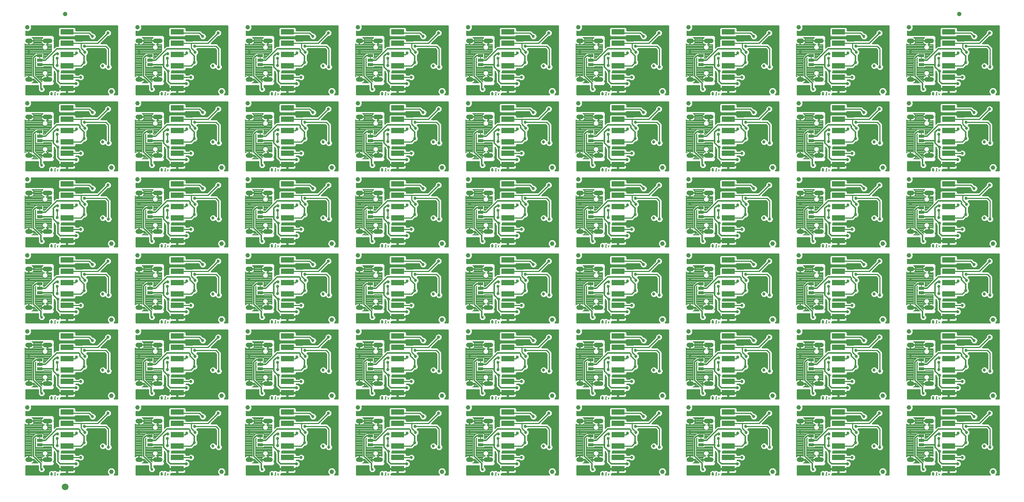
<source format=gbl>
G75*
%MOIN*%
%OFA0B0*%
%FSLAX25Y25*%
%IPPOS*%
%LPD*%
%AMOC8*
5,1,8,0,0,1.08239X$1,22.5*
%
%ADD10C,0.00800*%
%ADD11C,0.03937*%
%ADD12R,0.05000X0.02500*%
%ADD13R,0.01000X0.01600*%
%ADD14R,0.11811X0.04921*%
%ADD15C,0.03937*%
%ADD16C,0.05906*%
%ADD17C,0.01000*%
%ADD18C,0.02700*%
%ADD19C,0.02400*%
%ADD20C,0.01200*%
D10*
X0064048Y0030633D02*
X0064082Y0030707D01*
X0064113Y0030783D01*
X0064141Y0030859D01*
X0064166Y0030937D01*
X0064188Y0031016D01*
X0064206Y0031095D01*
X0064221Y0031175D01*
X0064233Y0031256D01*
X0064241Y0031337D01*
X0064246Y0031418D01*
X0064248Y0031500D01*
X0062914Y0031500D02*
X0062916Y0031582D01*
X0062921Y0031663D01*
X0062929Y0031744D01*
X0062941Y0031825D01*
X0062956Y0031905D01*
X0062974Y0031984D01*
X0062996Y0032063D01*
X0063021Y0032141D01*
X0063049Y0032217D01*
X0063080Y0032293D01*
X0063114Y0032367D01*
X0063047Y0032167D02*
X0064114Y0030833D01*
X0063581Y0030300D02*
X0063537Y0030302D01*
X0063494Y0030308D01*
X0063451Y0030317D01*
X0063410Y0030331D01*
X0063370Y0030348D01*
X0063331Y0030368D01*
X0063294Y0030392D01*
X0063260Y0030419D01*
X0063228Y0030449D01*
X0063199Y0030481D01*
X0063173Y0030516D01*
X0063150Y0030553D01*
X0063131Y0030592D01*
X0063115Y0030633D01*
X0063581Y0030300D02*
X0063625Y0030302D01*
X0063668Y0030308D01*
X0063711Y0030317D01*
X0063752Y0030331D01*
X0063792Y0030348D01*
X0063831Y0030368D01*
X0063868Y0030392D01*
X0063902Y0030419D01*
X0063934Y0030449D01*
X0063963Y0030481D01*
X0063989Y0030516D01*
X0064012Y0030553D01*
X0064031Y0030592D01*
X0064047Y0030633D01*
X0063114Y0030633D02*
X0063080Y0030707D01*
X0063049Y0030783D01*
X0063021Y0030859D01*
X0062996Y0030937D01*
X0062974Y0031016D01*
X0062956Y0031095D01*
X0062941Y0031175D01*
X0062929Y0031256D01*
X0062921Y0031337D01*
X0062916Y0031418D01*
X0062914Y0031500D01*
X0064248Y0031500D02*
X0064246Y0031582D01*
X0064241Y0031663D01*
X0064233Y0031744D01*
X0064221Y0031825D01*
X0064206Y0031905D01*
X0064188Y0031984D01*
X0064166Y0032063D01*
X0064141Y0032141D01*
X0064113Y0032217D01*
X0064082Y0032293D01*
X0064048Y0032367D01*
X0063581Y0032700D02*
X0063537Y0032698D01*
X0063494Y0032692D01*
X0063451Y0032683D01*
X0063410Y0032669D01*
X0063370Y0032652D01*
X0063331Y0032632D01*
X0063294Y0032608D01*
X0063260Y0032581D01*
X0063228Y0032551D01*
X0063199Y0032519D01*
X0063173Y0032484D01*
X0063150Y0032447D01*
X0063131Y0032408D01*
X0063115Y0032367D01*
X0063581Y0032700D02*
X0063625Y0032698D01*
X0063668Y0032692D01*
X0063711Y0032683D01*
X0063752Y0032669D01*
X0063792Y0032652D01*
X0063831Y0032632D01*
X0063868Y0032608D01*
X0063902Y0032581D01*
X0063934Y0032551D01*
X0063963Y0032519D01*
X0063989Y0032484D01*
X0064012Y0032447D01*
X0064031Y0032408D01*
X0064047Y0032367D01*
X0066461Y0032700D02*
X0066461Y0030300D01*
X0067127Y0030300D02*
X0065794Y0030300D01*
X0067127Y0032167D02*
X0066461Y0032700D01*
X0068519Y0031900D02*
X0069053Y0030300D01*
X0069586Y0031900D01*
X0051724Y0041000D02*
X0046451Y0041000D01*
X0046468Y0041007D01*
X0047019Y0041376D01*
X0047489Y0041845D01*
X0047857Y0042397D01*
X0048111Y0043010D01*
X0048227Y0043592D01*
X0044091Y0043592D01*
X0044091Y0044392D01*
X0048227Y0044392D01*
X0048201Y0044523D01*
X0051724Y0041000D01*
X0051448Y0041276D02*
X0046870Y0041276D01*
X0047642Y0042075D02*
X0050649Y0042075D01*
X0049851Y0042873D02*
X0048055Y0042873D01*
X0049052Y0043672D02*
X0044091Y0043672D01*
X0044091Y0044392D02*
X0043291Y0044392D01*
X0043291Y0047361D01*
X0042178Y0047361D01*
X0041527Y0047231D01*
X0040914Y0046977D01*
X0040363Y0046609D01*
X0040150Y0046396D01*
X0040150Y0075604D01*
X0040363Y0075391D01*
X0040914Y0075023D01*
X0041527Y0074769D01*
X0042178Y0074639D01*
X0043291Y0074639D01*
X0043291Y0077608D01*
X0044091Y0077608D01*
X0044091Y0078408D01*
X0048227Y0078408D01*
X0048111Y0078990D01*
X0047857Y0079603D01*
X0047489Y0080155D01*
X0047019Y0080624D01*
X0046468Y0080993D01*
X0046451Y0081000D01*
X0056404Y0081000D01*
X0056387Y0080993D01*
X0055835Y0080624D01*
X0055366Y0080155D01*
X0054997Y0079603D01*
X0054743Y0078990D01*
X0054627Y0078408D01*
X0059748Y0078408D01*
X0059748Y0077608D01*
X0060548Y0077608D01*
X0060548Y0074639D01*
X0062645Y0074639D01*
X0063296Y0074769D01*
X0063750Y0074957D01*
X0063750Y0068763D01*
X0057587Y0062600D01*
X0056750Y0062600D01*
X0056750Y0062664D01*
X0056414Y0063000D01*
X0056750Y0063336D01*
X0056750Y0066664D01*
X0056164Y0067250D01*
X0050336Y0067250D01*
X0049786Y0066700D01*
X0049187Y0066700D01*
X0048250Y0065763D01*
X0046150Y0063663D01*
X0046150Y0047109D01*
X0045855Y0047231D01*
X0045204Y0047361D01*
X0044091Y0047361D01*
X0044091Y0044392D01*
X0044091Y0044470D02*
X0043291Y0044470D01*
X0043291Y0045269D02*
X0044091Y0045269D01*
X0044091Y0046067D02*
X0043291Y0046067D01*
X0043291Y0046866D02*
X0044091Y0046866D01*
X0046150Y0047664D02*
X0040150Y0047664D01*
X0040150Y0046866D02*
X0040747Y0046866D01*
X0040150Y0048463D02*
X0046150Y0048463D01*
X0046150Y0049261D02*
X0040150Y0049261D01*
X0040150Y0050060D02*
X0046150Y0050060D01*
X0046150Y0050858D02*
X0040150Y0050858D01*
X0040150Y0051657D02*
X0046150Y0051657D01*
X0046150Y0052455D02*
X0040150Y0052455D01*
X0040150Y0053254D02*
X0046150Y0053254D01*
X0046150Y0054052D02*
X0040150Y0054052D01*
X0040150Y0054851D02*
X0046150Y0054851D01*
X0046150Y0055649D02*
X0040150Y0055649D01*
X0040150Y0056448D02*
X0046150Y0056448D01*
X0046150Y0057246D02*
X0040150Y0057246D01*
X0040150Y0058045D02*
X0046150Y0058045D01*
X0046150Y0058843D02*
X0040150Y0058843D01*
X0040150Y0059642D02*
X0046150Y0059642D01*
X0046150Y0060440D02*
X0040150Y0060440D01*
X0040150Y0061239D02*
X0046150Y0061239D01*
X0046150Y0062037D02*
X0040150Y0062037D01*
X0040150Y0062836D02*
X0046150Y0062836D01*
X0046150Y0063634D02*
X0040150Y0063634D01*
X0040150Y0064433D02*
X0046920Y0064433D01*
X0047719Y0065232D02*
X0040150Y0065232D01*
X0040150Y0066030D02*
X0048517Y0066030D01*
X0049914Y0066829D02*
X0040150Y0066829D01*
X0040150Y0067627D02*
X0062614Y0067627D01*
X0061816Y0066829D02*
X0056586Y0066829D01*
X0056750Y0066030D02*
X0061017Y0066030D01*
X0060219Y0065232D02*
X0056750Y0065232D01*
X0056750Y0064433D02*
X0059420Y0064433D01*
X0058622Y0063634D02*
X0056750Y0063634D01*
X0056578Y0062836D02*
X0057823Y0062836D01*
X0056750Y0055400D02*
X0063750Y0055400D01*
X0063750Y0047043D01*
X0063296Y0047231D01*
X0062645Y0047361D01*
X0060548Y0047361D01*
X0060548Y0044392D01*
X0059748Y0044392D01*
X0059748Y0047361D01*
X0059023Y0047361D01*
X0060341Y0048678D01*
X0060341Y0050566D01*
X0059005Y0051902D01*
X0057117Y0051902D01*
X0055781Y0050566D01*
X0055781Y0048678D01*
X0057117Y0047343D01*
X0057560Y0047343D01*
X0057000Y0047231D01*
X0056387Y0046977D01*
X0055835Y0046609D01*
X0055366Y0046139D01*
X0054997Y0045588D01*
X0054743Y0044975D01*
X0054627Y0044392D01*
X0059748Y0044392D01*
X0059748Y0043592D01*
X0054627Y0043592D01*
X0054743Y0043010D01*
X0054997Y0042397D01*
X0055288Y0041961D01*
X0055031Y0042218D01*
X0049350Y0047899D01*
X0049350Y0062337D01*
X0050049Y0063037D01*
X0050086Y0063000D01*
X0049750Y0062664D01*
X0049750Y0059336D01*
X0050086Y0059000D01*
X0049750Y0058664D01*
X0049750Y0055336D01*
X0050336Y0054750D01*
X0056164Y0054750D01*
X0056750Y0055336D01*
X0056750Y0055400D01*
X0056265Y0054851D02*
X0063750Y0054851D01*
X0063750Y0054052D02*
X0049350Y0054052D01*
X0049350Y0053254D02*
X0063750Y0053254D01*
X0063750Y0052455D02*
X0049350Y0052455D01*
X0049350Y0051657D02*
X0056872Y0051657D01*
X0056074Y0050858D02*
X0049350Y0050858D01*
X0049350Y0050060D02*
X0055781Y0050060D01*
X0055781Y0049261D02*
X0049350Y0049261D01*
X0049350Y0048463D02*
X0055997Y0048463D01*
X0056795Y0047664D02*
X0049585Y0047664D01*
X0050384Y0046866D02*
X0056220Y0046866D01*
X0055318Y0046067D02*
X0051182Y0046067D01*
X0051981Y0045269D02*
X0054865Y0045269D01*
X0054643Y0044470D02*
X0052779Y0044470D01*
X0053578Y0043672D02*
X0059748Y0043672D01*
X0059748Y0044470D02*
X0060548Y0044470D01*
X0060548Y0045269D02*
X0059748Y0045269D01*
X0059748Y0046067D02*
X0060548Y0046067D01*
X0060548Y0046866D02*
X0059748Y0046866D01*
X0059327Y0047664D02*
X0063750Y0047664D01*
X0063750Y0048463D02*
X0060125Y0048463D01*
X0060341Y0049261D02*
X0063750Y0049261D01*
X0063750Y0050060D02*
X0060341Y0050060D01*
X0060048Y0050858D02*
X0063750Y0050858D01*
X0063750Y0051657D02*
X0059250Y0051657D01*
X0050235Y0054851D02*
X0049350Y0054851D01*
X0049350Y0055649D02*
X0049750Y0055649D01*
X0049750Y0056448D02*
X0049350Y0056448D01*
X0049350Y0057246D02*
X0049750Y0057246D01*
X0049750Y0058045D02*
X0049350Y0058045D01*
X0049350Y0058843D02*
X0049929Y0058843D01*
X0049750Y0059642D02*
X0049350Y0059642D01*
X0049350Y0060440D02*
X0049750Y0060440D01*
X0049750Y0061239D02*
X0049350Y0061239D01*
X0049350Y0062037D02*
X0049750Y0062037D01*
X0049849Y0062836D02*
X0049922Y0062836D01*
X0040150Y0068426D02*
X0063413Y0068426D01*
X0063750Y0069224D02*
X0040150Y0069224D01*
X0040150Y0070023D02*
X0063750Y0070023D01*
X0063750Y0070821D02*
X0059728Y0070821D01*
X0060341Y0071434D02*
X0060341Y0073322D01*
X0059023Y0074639D01*
X0059748Y0074639D01*
X0059748Y0077608D01*
X0054627Y0077608D01*
X0054743Y0077025D01*
X0054997Y0076412D01*
X0055366Y0075861D01*
X0055835Y0075391D01*
X0056387Y0075023D01*
X0057000Y0074769D01*
X0057560Y0074657D01*
X0057117Y0074657D01*
X0055781Y0073322D01*
X0055781Y0071434D01*
X0057117Y0070098D01*
X0059005Y0070098D01*
X0060341Y0071434D01*
X0060341Y0071620D02*
X0063750Y0071620D01*
X0063750Y0072418D02*
X0060341Y0072418D01*
X0060341Y0073217D02*
X0063750Y0073217D01*
X0063750Y0074015D02*
X0059648Y0074015D01*
X0059748Y0074814D02*
X0060548Y0074814D01*
X0060548Y0075612D02*
X0059748Y0075612D01*
X0059748Y0076411D02*
X0060548Y0076411D01*
X0060548Y0077209D02*
X0059748Y0077209D01*
X0059748Y0078008D02*
X0044091Y0078008D01*
X0044091Y0077608D02*
X0048227Y0077608D01*
X0048111Y0077025D01*
X0047857Y0076412D01*
X0047489Y0075861D01*
X0047019Y0075391D01*
X0046468Y0075023D01*
X0045855Y0074769D01*
X0045204Y0074639D01*
X0044091Y0074639D01*
X0044091Y0077608D01*
X0044091Y0077209D02*
X0043291Y0077209D01*
X0043291Y0076411D02*
X0044091Y0076411D01*
X0044091Y0075612D02*
X0043291Y0075612D01*
X0043291Y0074814D02*
X0044091Y0074814D01*
X0045963Y0074814D02*
X0056891Y0074814D01*
X0056474Y0074015D02*
X0040150Y0074015D01*
X0040150Y0073217D02*
X0055781Y0073217D01*
X0055781Y0072418D02*
X0040150Y0072418D01*
X0040150Y0071620D02*
X0055781Y0071620D01*
X0056394Y0070821D02*
X0040150Y0070821D01*
X0040150Y0074814D02*
X0041419Y0074814D01*
X0047240Y0075612D02*
X0055614Y0075612D01*
X0054998Y0076411D02*
X0047856Y0076411D01*
X0048148Y0077209D02*
X0054707Y0077209D01*
X0054707Y0078806D02*
X0048148Y0078806D01*
X0047856Y0079605D02*
X0054998Y0079605D01*
X0055614Y0080403D02*
X0047240Y0080403D01*
X0063404Y0074814D02*
X0063750Y0074814D01*
X0065794Y0097300D02*
X0067127Y0097300D01*
X0066461Y0097300D02*
X0066461Y0099700D01*
X0067127Y0099167D01*
X0068519Y0098900D02*
X0069053Y0097300D01*
X0069586Y0098900D01*
X0063114Y0097633D02*
X0063080Y0097707D01*
X0063049Y0097783D01*
X0063021Y0097859D01*
X0062996Y0097937D01*
X0062974Y0098016D01*
X0062956Y0098095D01*
X0062941Y0098175D01*
X0062929Y0098256D01*
X0062921Y0098337D01*
X0062916Y0098418D01*
X0062914Y0098500D01*
X0064248Y0098500D02*
X0064246Y0098582D01*
X0064241Y0098663D01*
X0064233Y0098744D01*
X0064221Y0098825D01*
X0064206Y0098905D01*
X0064188Y0098984D01*
X0064166Y0099063D01*
X0064141Y0099141D01*
X0064113Y0099217D01*
X0064082Y0099293D01*
X0064048Y0099367D01*
X0063581Y0099700D02*
X0063537Y0099698D01*
X0063494Y0099692D01*
X0063451Y0099683D01*
X0063410Y0099669D01*
X0063370Y0099652D01*
X0063331Y0099632D01*
X0063294Y0099608D01*
X0063260Y0099581D01*
X0063228Y0099551D01*
X0063199Y0099519D01*
X0063173Y0099484D01*
X0063150Y0099447D01*
X0063131Y0099408D01*
X0063115Y0099367D01*
X0063047Y0099167D02*
X0064114Y0097833D01*
X0063581Y0097300D02*
X0063537Y0097302D01*
X0063494Y0097308D01*
X0063451Y0097317D01*
X0063410Y0097331D01*
X0063370Y0097348D01*
X0063331Y0097368D01*
X0063294Y0097392D01*
X0063260Y0097419D01*
X0063228Y0097449D01*
X0063199Y0097481D01*
X0063173Y0097516D01*
X0063150Y0097553D01*
X0063131Y0097592D01*
X0063115Y0097633D01*
X0063581Y0097300D02*
X0063625Y0097302D01*
X0063668Y0097308D01*
X0063711Y0097317D01*
X0063752Y0097331D01*
X0063792Y0097348D01*
X0063831Y0097368D01*
X0063868Y0097392D01*
X0063902Y0097419D01*
X0063934Y0097449D01*
X0063963Y0097481D01*
X0063989Y0097516D01*
X0064012Y0097553D01*
X0064031Y0097592D01*
X0064047Y0097633D01*
X0062914Y0098500D02*
X0062916Y0098582D01*
X0062921Y0098663D01*
X0062929Y0098744D01*
X0062941Y0098825D01*
X0062956Y0098905D01*
X0062974Y0098984D01*
X0062996Y0099063D01*
X0063021Y0099141D01*
X0063049Y0099217D01*
X0063080Y0099293D01*
X0063114Y0099367D01*
X0063581Y0099700D02*
X0063625Y0099698D01*
X0063668Y0099692D01*
X0063711Y0099683D01*
X0063752Y0099669D01*
X0063792Y0099652D01*
X0063831Y0099632D01*
X0063868Y0099608D01*
X0063902Y0099581D01*
X0063934Y0099551D01*
X0063963Y0099519D01*
X0063989Y0099484D01*
X0064012Y0099447D01*
X0064031Y0099408D01*
X0064047Y0099367D01*
X0064248Y0098500D02*
X0064246Y0098418D01*
X0064241Y0098337D01*
X0064233Y0098256D01*
X0064221Y0098175D01*
X0064206Y0098095D01*
X0064188Y0098016D01*
X0064166Y0097937D01*
X0064141Y0097859D01*
X0064113Y0097783D01*
X0064082Y0097707D01*
X0064048Y0097633D01*
X0055288Y0108961D02*
X0055031Y0109218D01*
X0049350Y0114899D01*
X0049350Y0129337D01*
X0050049Y0130037D01*
X0050086Y0130000D01*
X0049750Y0129664D01*
X0049750Y0126336D01*
X0050086Y0126000D01*
X0049750Y0125664D01*
X0049750Y0122336D01*
X0050336Y0121750D01*
X0056164Y0121750D01*
X0056750Y0122336D01*
X0056750Y0122400D01*
X0063750Y0122400D01*
X0063750Y0114043D01*
X0063296Y0114231D01*
X0062645Y0114361D01*
X0060548Y0114361D01*
X0060548Y0111392D01*
X0059748Y0111392D01*
X0059748Y0114361D01*
X0059023Y0114361D01*
X0060341Y0115678D01*
X0060341Y0117566D01*
X0059005Y0118902D01*
X0057117Y0118902D01*
X0055781Y0117566D01*
X0055781Y0115678D01*
X0057117Y0114343D01*
X0057560Y0114343D01*
X0057000Y0114231D01*
X0056387Y0113977D01*
X0055835Y0113609D01*
X0055366Y0113139D01*
X0054997Y0112588D01*
X0054743Y0111975D01*
X0054627Y0111392D01*
X0059748Y0111392D01*
X0059748Y0110592D01*
X0054627Y0110592D01*
X0054743Y0110010D01*
X0054997Y0109397D01*
X0055288Y0108961D01*
X0055162Y0109150D02*
X0055100Y0109150D01*
X0054769Y0109948D02*
X0054301Y0109948D01*
X0053503Y0110747D02*
X0059748Y0110747D01*
X0059748Y0111545D02*
X0060548Y0111545D01*
X0060548Y0112344D02*
X0059748Y0112344D01*
X0059748Y0113142D02*
X0060548Y0113142D01*
X0060548Y0113941D02*
X0059748Y0113941D01*
X0059402Y0114739D02*
X0063750Y0114739D01*
X0063750Y0115538D02*
X0060200Y0115538D01*
X0060341Y0116336D02*
X0063750Y0116336D01*
X0063750Y0117135D02*
X0060341Y0117135D01*
X0059974Y0117933D02*
X0063750Y0117933D01*
X0063750Y0118732D02*
X0059175Y0118732D01*
X0056947Y0118732D02*
X0049350Y0118732D01*
X0049350Y0119530D02*
X0063750Y0119530D01*
X0063750Y0120329D02*
X0049350Y0120329D01*
X0049350Y0121127D02*
X0063750Y0121127D01*
X0063750Y0121926D02*
X0056340Y0121926D01*
X0056149Y0117933D02*
X0049350Y0117933D01*
X0049350Y0117135D02*
X0055781Y0117135D01*
X0055781Y0116336D02*
X0049350Y0116336D01*
X0049350Y0115538D02*
X0055922Y0115538D01*
X0056720Y0114739D02*
X0049510Y0114739D01*
X0050309Y0113941D02*
X0056332Y0113941D01*
X0055369Y0113142D02*
X0051107Y0113142D01*
X0051906Y0112344D02*
X0054896Y0112344D01*
X0054658Y0111545D02*
X0052704Y0111545D01*
X0050574Y0109150D02*
X0047692Y0109150D01*
X0047857Y0109397D02*
X0048111Y0110010D01*
X0048227Y0110592D01*
X0044091Y0110592D01*
X0044091Y0111392D01*
X0048227Y0111392D01*
X0048201Y0111523D01*
X0051724Y0108000D01*
X0046451Y0108000D01*
X0046468Y0108007D01*
X0047019Y0108376D01*
X0047489Y0108845D01*
X0047857Y0109397D01*
X0048086Y0109948D02*
X0049776Y0109948D01*
X0048977Y0110747D02*
X0044091Y0110747D01*
X0044091Y0111392D02*
X0043291Y0111392D01*
X0043291Y0114361D01*
X0042178Y0114361D01*
X0041527Y0114231D01*
X0040914Y0113977D01*
X0040363Y0113609D01*
X0040150Y0113396D01*
X0040150Y0142604D01*
X0040363Y0142391D01*
X0040914Y0142023D01*
X0041527Y0141769D01*
X0042178Y0141639D01*
X0043291Y0141639D01*
X0043291Y0144608D01*
X0044091Y0144608D01*
X0044091Y0145408D01*
X0048227Y0145408D01*
X0048111Y0145990D01*
X0047857Y0146603D01*
X0047489Y0147155D01*
X0047019Y0147624D01*
X0046468Y0147993D01*
X0046451Y0148000D01*
X0056404Y0148000D01*
X0056387Y0147993D01*
X0055835Y0147624D01*
X0055366Y0147155D01*
X0054997Y0146603D01*
X0054743Y0145990D01*
X0054627Y0145408D01*
X0059748Y0145408D01*
X0059748Y0144608D01*
X0060548Y0144608D01*
X0060548Y0141639D01*
X0062645Y0141639D01*
X0063296Y0141769D01*
X0063750Y0141957D01*
X0063750Y0135763D01*
X0057587Y0129600D01*
X0056750Y0129600D01*
X0056750Y0129664D01*
X0056414Y0130000D01*
X0056750Y0130336D01*
X0056750Y0133664D01*
X0056164Y0134250D01*
X0050336Y0134250D01*
X0049786Y0133700D01*
X0049187Y0133700D01*
X0048250Y0132763D01*
X0046150Y0130663D01*
X0046150Y0114109D01*
X0045855Y0114231D01*
X0045204Y0114361D01*
X0044091Y0114361D01*
X0044091Y0111392D01*
X0044091Y0111545D02*
X0043291Y0111545D01*
X0043291Y0112344D02*
X0044091Y0112344D01*
X0044091Y0113142D02*
X0043291Y0113142D01*
X0043291Y0113941D02*
X0044091Y0113941D01*
X0046150Y0114739D02*
X0040150Y0114739D01*
X0040150Y0113941D02*
X0040860Y0113941D01*
X0040150Y0115538D02*
X0046150Y0115538D01*
X0046150Y0116336D02*
X0040150Y0116336D01*
X0040150Y0117135D02*
X0046150Y0117135D01*
X0046150Y0117933D02*
X0040150Y0117933D01*
X0040150Y0118732D02*
X0046150Y0118732D01*
X0046150Y0119530D02*
X0040150Y0119530D01*
X0040150Y0120329D02*
X0046150Y0120329D01*
X0046150Y0121127D02*
X0040150Y0121127D01*
X0040150Y0121926D02*
X0046150Y0121926D01*
X0046150Y0122724D02*
X0040150Y0122724D01*
X0040150Y0123523D02*
X0046150Y0123523D01*
X0046150Y0124321D02*
X0040150Y0124321D01*
X0040150Y0125120D02*
X0046150Y0125120D01*
X0046150Y0125918D02*
X0040150Y0125918D01*
X0040150Y0126717D02*
X0046150Y0126717D01*
X0046150Y0127515D02*
X0040150Y0127515D01*
X0040150Y0128314D02*
X0046150Y0128314D01*
X0046150Y0129112D02*
X0040150Y0129112D01*
X0040150Y0129911D02*
X0046150Y0129911D01*
X0046197Y0130709D02*
X0040150Y0130709D01*
X0040150Y0131508D02*
X0046995Y0131508D01*
X0047794Y0132306D02*
X0040150Y0132306D01*
X0040150Y0133105D02*
X0048592Y0133105D01*
X0049989Y0133903D02*
X0040150Y0133903D01*
X0040150Y0134702D02*
X0062689Y0134702D01*
X0061891Y0133903D02*
X0056511Y0133903D01*
X0056750Y0133105D02*
X0061092Y0133105D01*
X0060294Y0132306D02*
X0056750Y0132306D01*
X0056750Y0131508D02*
X0059495Y0131508D01*
X0058697Y0130709D02*
X0056750Y0130709D01*
X0056503Y0129911D02*
X0057898Y0129911D01*
X0057117Y0137098D02*
X0059005Y0137098D01*
X0060341Y0138434D01*
X0060341Y0140322D01*
X0059023Y0141639D01*
X0059748Y0141639D01*
X0059748Y0144608D01*
X0054627Y0144608D01*
X0054743Y0144025D01*
X0054997Y0143412D01*
X0055366Y0142861D01*
X0055835Y0142391D01*
X0056387Y0142023D01*
X0057000Y0141769D01*
X0057560Y0141657D01*
X0057117Y0141657D01*
X0055781Y0140322D01*
X0055781Y0138434D01*
X0057117Y0137098D01*
X0056319Y0137896D02*
X0040150Y0137896D01*
X0040150Y0137098D02*
X0063750Y0137098D01*
X0063750Y0137896D02*
X0059803Y0137896D01*
X0060341Y0138695D02*
X0063750Y0138695D01*
X0063750Y0139493D02*
X0060341Y0139493D01*
X0060341Y0140292D02*
X0063750Y0140292D01*
X0063750Y0141090D02*
X0059573Y0141090D01*
X0059748Y0141889D02*
X0060548Y0141889D01*
X0060548Y0142687D02*
X0059748Y0142687D01*
X0059748Y0143486D02*
X0060548Y0143486D01*
X0060548Y0144284D02*
X0059748Y0144284D01*
X0059748Y0145083D02*
X0044091Y0145083D01*
X0044091Y0144608D02*
X0048227Y0144608D01*
X0048111Y0144025D01*
X0047857Y0143412D01*
X0047489Y0142861D01*
X0047019Y0142391D01*
X0046468Y0142023D01*
X0045855Y0141769D01*
X0045204Y0141639D01*
X0044091Y0141639D01*
X0044091Y0144608D01*
X0044091Y0144284D02*
X0043291Y0144284D01*
X0043291Y0143486D02*
X0044091Y0143486D01*
X0044091Y0142687D02*
X0043291Y0142687D01*
X0043291Y0141889D02*
X0044091Y0141889D01*
X0046144Y0141889D02*
X0056711Y0141889D01*
X0056549Y0141090D02*
X0040150Y0141090D01*
X0040150Y0140292D02*
X0055781Y0140292D01*
X0055781Y0139493D02*
X0040150Y0139493D01*
X0040150Y0138695D02*
X0055781Y0138695D01*
X0055539Y0142687D02*
X0047315Y0142687D01*
X0047888Y0143486D02*
X0054967Y0143486D01*
X0054692Y0144284D02*
X0048163Y0144284D01*
X0048133Y0145881D02*
X0054722Y0145881D01*
X0055048Y0146680D02*
X0047806Y0146680D01*
X0047166Y0147478D02*
X0055689Y0147478D01*
X0063585Y0141889D02*
X0063750Y0141889D01*
X0063750Y0136299D02*
X0040150Y0136299D01*
X0040150Y0135501D02*
X0063488Y0135501D01*
X0049997Y0129911D02*
X0049924Y0129911D01*
X0049750Y0129112D02*
X0049350Y0129112D01*
X0049350Y0128314D02*
X0049750Y0128314D01*
X0049750Y0127515D02*
X0049350Y0127515D01*
X0049350Y0126717D02*
X0049750Y0126717D01*
X0050004Y0125918D02*
X0049350Y0125918D01*
X0049350Y0125120D02*
X0049750Y0125120D01*
X0049750Y0124321D02*
X0049350Y0124321D01*
X0049350Y0123523D02*
X0049750Y0123523D01*
X0049750Y0122724D02*
X0049350Y0122724D01*
X0049350Y0121926D02*
X0050160Y0121926D01*
X0051373Y0108351D02*
X0046983Y0108351D01*
X0041238Y0141889D02*
X0040150Y0141889D01*
X0065794Y0164300D02*
X0067127Y0164300D01*
X0066461Y0164300D02*
X0066461Y0166700D01*
X0067127Y0166167D01*
X0068519Y0165900D02*
X0069053Y0164300D01*
X0069586Y0165900D01*
X0063114Y0164633D02*
X0063080Y0164707D01*
X0063049Y0164783D01*
X0063021Y0164859D01*
X0062996Y0164937D01*
X0062974Y0165016D01*
X0062956Y0165095D01*
X0062941Y0165175D01*
X0062929Y0165256D01*
X0062921Y0165337D01*
X0062916Y0165418D01*
X0062914Y0165500D01*
X0064248Y0165500D02*
X0064246Y0165582D01*
X0064241Y0165663D01*
X0064233Y0165744D01*
X0064221Y0165825D01*
X0064206Y0165905D01*
X0064188Y0165984D01*
X0064166Y0166063D01*
X0064141Y0166141D01*
X0064113Y0166217D01*
X0064082Y0166293D01*
X0064048Y0166367D01*
X0063581Y0166700D02*
X0063537Y0166698D01*
X0063494Y0166692D01*
X0063451Y0166683D01*
X0063410Y0166669D01*
X0063370Y0166652D01*
X0063331Y0166632D01*
X0063294Y0166608D01*
X0063260Y0166581D01*
X0063228Y0166551D01*
X0063199Y0166519D01*
X0063173Y0166484D01*
X0063150Y0166447D01*
X0063131Y0166408D01*
X0063115Y0166367D01*
X0063047Y0166167D02*
X0064114Y0164833D01*
X0063581Y0164300D02*
X0063537Y0164302D01*
X0063494Y0164308D01*
X0063451Y0164317D01*
X0063410Y0164331D01*
X0063370Y0164348D01*
X0063331Y0164368D01*
X0063294Y0164392D01*
X0063260Y0164419D01*
X0063228Y0164449D01*
X0063199Y0164481D01*
X0063173Y0164516D01*
X0063150Y0164553D01*
X0063131Y0164592D01*
X0063115Y0164633D01*
X0063581Y0164300D02*
X0063625Y0164302D01*
X0063668Y0164308D01*
X0063711Y0164317D01*
X0063752Y0164331D01*
X0063792Y0164348D01*
X0063831Y0164368D01*
X0063868Y0164392D01*
X0063902Y0164419D01*
X0063934Y0164449D01*
X0063963Y0164481D01*
X0063989Y0164516D01*
X0064012Y0164553D01*
X0064031Y0164592D01*
X0064047Y0164633D01*
X0062914Y0165500D02*
X0062916Y0165582D01*
X0062921Y0165663D01*
X0062929Y0165744D01*
X0062941Y0165825D01*
X0062956Y0165905D01*
X0062974Y0165984D01*
X0062996Y0166063D01*
X0063021Y0166141D01*
X0063049Y0166217D01*
X0063080Y0166293D01*
X0063114Y0166367D01*
X0063581Y0166700D02*
X0063625Y0166698D01*
X0063668Y0166692D01*
X0063711Y0166683D01*
X0063752Y0166669D01*
X0063792Y0166652D01*
X0063831Y0166632D01*
X0063868Y0166608D01*
X0063902Y0166581D01*
X0063934Y0166551D01*
X0063963Y0166519D01*
X0063989Y0166484D01*
X0064012Y0166447D01*
X0064031Y0166408D01*
X0064047Y0166367D01*
X0064248Y0165500D02*
X0064246Y0165418D01*
X0064241Y0165337D01*
X0064233Y0165256D01*
X0064221Y0165175D01*
X0064206Y0165095D01*
X0064188Y0165016D01*
X0064166Y0164937D01*
X0064141Y0164859D01*
X0064113Y0164783D01*
X0064082Y0164707D01*
X0064048Y0164633D01*
X0059748Y0177592D02*
X0054627Y0177592D01*
X0054743Y0177010D01*
X0054997Y0176397D01*
X0055288Y0175961D01*
X0055031Y0176218D01*
X0049350Y0181899D01*
X0049350Y0196337D01*
X0050049Y0197037D01*
X0050086Y0197000D01*
X0049750Y0196664D01*
X0049750Y0193336D01*
X0050086Y0193000D01*
X0049750Y0192664D01*
X0049750Y0189336D01*
X0050336Y0188750D01*
X0056164Y0188750D01*
X0056750Y0189336D01*
X0056750Y0189400D01*
X0063750Y0189400D01*
X0063750Y0181043D01*
X0063296Y0181231D01*
X0062645Y0181361D01*
X0060548Y0181361D01*
X0060548Y0178392D01*
X0059748Y0178392D01*
X0059748Y0181361D01*
X0059023Y0181361D01*
X0060341Y0182678D01*
X0060341Y0184566D01*
X0059005Y0185902D01*
X0057117Y0185902D01*
X0055781Y0184566D01*
X0055781Y0182678D01*
X0057117Y0181343D01*
X0057560Y0181343D01*
X0057000Y0181231D01*
X0056387Y0180977D01*
X0055835Y0180609D01*
X0055366Y0180139D01*
X0054997Y0179588D01*
X0054743Y0178975D01*
X0054627Y0178392D01*
X0059748Y0178392D01*
X0059748Y0177592D01*
X0059748Y0177822D02*
X0053428Y0177822D01*
X0052629Y0178620D02*
X0054673Y0178620D01*
X0054927Y0179419D02*
X0051831Y0179419D01*
X0051032Y0180217D02*
X0055444Y0180217D01*
X0056479Y0181016D02*
X0050234Y0181016D01*
X0049435Y0181814D02*
X0056645Y0181814D01*
X0055847Y0182613D02*
X0049350Y0182613D01*
X0049350Y0183411D02*
X0055781Y0183411D01*
X0055781Y0184210D02*
X0049350Y0184210D01*
X0049350Y0185008D02*
X0056223Y0185008D01*
X0057022Y0185807D02*
X0049350Y0185807D01*
X0049350Y0186605D02*
X0063750Y0186605D01*
X0063750Y0185807D02*
X0059100Y0185807D01*
X0059899Y0185008D02*
X0063750Y0185008D01*
X0063750Y0184210D02*
X0060341Y0184210D01*
X0060341Y0183411D02*
X0063750Y0183411D01*
X0063750Y0182613D02*
X0060275Y0182613D01*
X0059477Y0181814D02*
X0063750Y0181814D01*
X0060548Y0181016D02*
X0059748Y0181016D01*
X0059748Y0180217D02*
X0060548Y0180217D01*
X0060548Y0179419D02*
X0059748Y0179419D01*
X0059748Y0178620D02*
X0060548Y0178620D01*
X0055112Y0176225D02*
X0055025Y0176225D01*
X0054741Y0177023D02*
X0054226Y0177023D01*
X0051724Y0175000D02*
X0046451Y0175000D01*
X0046468Y0175007D01*
X0047019Y0175376D01*
X0047489Y0175845D01*
X0047857Y0176397D01*
X0048111Y0177010D01*
X0048227Y0177592D01*
X0044091Y0177592D01*
X0044091Y0178392D01*
X0048227Y0178392D01*
X0048201Y0178523D01*
X0051724Y0175000D01*
X0051298Y0175426D02*
X0047070Y0175426D01*
X0047742Y0176225D02*
X0050499Y0176225D01*
X0049701Y0177023D02*
X0048114Y0177023D01*
X0048902Y0177822D02*
X0044091Y0177822D01*
X0044091Y0178392D02*
X0043291Y0178392D01*
X0043291Y0181361D01*
X0042178Y0181361D01*
X0041527Y0181231D01*
X0040914Y0180977D01*
X0040363Y0180609D01*
X0040150Y0180396D01*
X0040150Y0209604D01*
X0040363Y0209391D01*
X0040914Y0209023D01*
X0041527Y0208769D01*
X0042178Y0208639D01*
X0043291Y0208639D01*
X0043291Y0211608D01*
X0044091Y0211608D01*
X0044091Y0212408D01*
X0048227Y0212408D01*
X0048111Y0212990D01*
X0047857Y0213603D01*
X0047489Y0214155D01*
X0047019Y0214624D01*
X0046468Y0214993D01*
X0046451Y0215000D01*
X0056404Y0215000D01*
X0056387Y0214993D01*
X0055835Y0214624D01*
X0055366Y0214155D01*
X0054997Y0213603D01*
X0054743Y0212990D01*
X0054627Y0212408D01*
X0059748Y0212408D01*
X0059748Y0211608D01*
X0060548Y0211608D01*
X0060548Y0208639D01*
X0062645Y0208639D01*
X0063296Y0208769D01*
X0063750Y0208957D01*
X0063750Y0202763D01*
X0057587Y0196600D01*
X0056750Y0196600D01*
X0056750Y0196664D01*
X0056414Y0197000D01*
X0056750Y0197336D01*
X0056750Y0200664D01*
X0056164Y0201250D01*
X0050336Y0201250D01*
X0049786Y0200700D01*
X0049187Y0200700D01*
X0048250Y0199763D01*
X0046150Y0197663D01*
X0046150Y0181109D01*
X0045855Y0181231D01*
X0045204Y0181361D01*
X0044091Y0181361D01*
X0044091Y0178392D01*
X0044091Y0178620D02*
X0043291Y0178620D01*
X0043291Y0179419D02*
X0044091Y0179419D01*
X0044091Y0180217D02*
X0043291Y0180217D01*
X0043291Y0181016D02*
X0044091Y0181016D01*
X0046150Y0181814D02*
X0040150Y0181814D01*
X0040150Y0181016D02*
X0041007Y0181016D01*
X0040150Y0182613D02*
X0046150Y0182613D01*
X0046150Y0183411D02*
X0040150Y0183411D01*
X0040150Y0184210D02*
X0046150Y0184210D01*
X0046150Y0185008D02*
X0040150Y0185008D01*
X0040150Y0185807D02*
X0046150Y0185807D01*
X0046150Y0186605D02*
X0040150Y0186605D01*
X0040150Y0187404D02*
X0046150Y0187404D01*
X0046150Y0188202D02*
X0040150Y0188202D01*
X0040150Y0189001D02*
X0046150Y0189001D01*
X0046150Y0189799D02*
X0040150Y0189799D01*
X0040150Y0190598D02*
X0046150Y0190598D01*
X0046150Y0191396D02*
X0040150Y0191396D01*
X0040150Y0192195D02*
X0046150Y0192195D01*
X0046150Y0192993D02*
X0040150Y0192993D01*
X0040150Y0193792D02*
X0046150Y0193792D01*
X0046150Y0194590D02*
X0040150Y0194590D01*
X0040150Y0195389D02*
X0046150Y0195389D01*
X0046150Y0196187D02*
X0040150Y0196187D01*
X0040150Y0196986D02*
X0046150Y0196986D01*
X0046272Y0197784D02*
X0040150Y0197784D01*
X0040150Y0198583D02*
X0047070Y0198583D01*
X0047869Y0199381D02*
X0040150Y0199381D01*
X0040150Y0200180D02*
X0048667Y0200180D01*
X0050064Y0200978D02*
X0040150Y0200978D01*
X0040150Y0201777D02*
X0062764Y0201777D01*
X0061966Y0200978D02*
X0056436Y0200978D01*
X0056750Y0200180D02*
X0061167Y0200180D01*
X0060369Y0199381D02*
X0056750Y0199381D01*
X0056750Y0198583D02*
X0059570Y0198583D01*
X0058772Y0197784D02*
X0056750Y0197784D01*
X0056428Y0196986D02*
X0057973Y0196986D01*
X0057117Y0204098D02*
X0059005Y0204098D01*
X0060341Y0205434D01*
X0060341Y0207322D01*
X0059023Y0208639D01*
X0059748Y0208639D01*
X0059748Y0211608D01*
X0054627Y0211608D01*
X0054743Y0211025D01*
X0054997Y0210412D01*
X0055366Y0209861D01*
X0055835Y0209391D01*
X0056387Y0209023D01*
X0057000Y0208769D01*
X0057560Y0208657D01*
X0057117Y0208657D01*
X0055781Y0207322D01*
X0055781Y0205434D01*
X0057117Y0204098D01*
X0057043Y0204172D02*
X0040150Y0204172D01*
X0040150Y0203374D02*
X0063750Y0203374D01*
X0063750Y0204172D02*
X0059079Y0204172D01*
X0059878Y0204971D02*
X0063750Y0204971D01*
X0063750Y0205770D02*
X0060341Y0205770D01*
X0060341Y0206568D02*
X0063750Y0206568D01*
X0063750Y0207367D02*
X0060296Y0207367D01*
X0059498Y0208165D02*
X0063750Y0208165D01*
X0060548Y0208964D02*
X0059748Y0208964D01*
X0059748Y0209762D02*
X0060548Y0209762D01*
X0060548Y0210561D02*
X0059748Y0210561D01*
X0059748Y0211359D02*
X0060548Y0211359D01*
X0059748Y0212158D02*
X0044091Y0212158D01*
X0044091Y0211608D02*
X0048227Y0211608D01*
X0048111Y0211025D01*
X0047857Y0210412D01*
X0047489Y0209861D01*
X0047019Y0209391D01*
X0046468Y0209023D01*
X0045855Y0208769D01*
X0045204Y0208639D01*
X0044091Y0208639D01*
X0044091Y0211608D01*
X0044091Y0211359D02*
X0043291Y0211359D01*
X0043291Y0210561D02*
X0044091Y0210561D01*
X0044091Y0209762D02*
X0043291Y0209762D01*
X0043291Y0208964D02*
X0044091Y0208964D01*
X0046325Y0208964D02*
X0056530Y0208964D01*
X0056624Y0208165D02*
X0040150Y0208165D01*
X0040150Y0207367D02*
X0055826Y0207367D01*
X0055781Y0206568D02*
X0040150Y0206568D01*
X0040150Y0205770D02*
X0055781Y0205770D01*
X0056244Y0204971D02*
X0040150Y0204971D01*
X0040150Y0202575D02*
X0063563Y0202575D01*
X0055464Y0209762D02*
X0047390Y0209762D01*
X0047919Y0210561D02*
X0054936Y0210561D01*
X0054677Y0211359D02*
X0048177Y0211359D01*
X0048118Y0212956D02*
X0054736Y0212956D01*
X0055098Y0213755D02*
X0047756Y0213755D01*
X0047091Y0214553D02*
X0055764Y0214553D01*
X0041057Y0208964D02*
X0040150Y0208964D01*
X0049999Y0196986D02*
X0050072Y0196986D01*
X0049750Y0196187D02*
X0049350Y0196187D01*
X0049350Y0195389D02*
X0049750Y0195389D01*
X0049750Y0194590D02*
X0049350Y0194590D01*
X0049350Y0193792D02*
X0049750Y0193792D01*
X0050079Y0192993D02*
X0049350Y0192993D01*
X0049350Y0192195D02*
X0049750Y0192195D01*
X0049750Y0191396D02*
X0049350Y0191396D01*
X0049350Y0190598D02*
X0049750Y0190598D01*
X0049750Y0189799D02*
X0049350Y0189799D01*
X0049350Y0189001D02*
X0050085Y0189001D01*
X0049350Y0188202D02*
X0063750Y0188202D01*
X0063750Y0187404D02*
X0049350Y0187404D01*
X0056415Y0189001D02*
X0063750Y0189001D01*
X0137150Y0189001D02*
X0143150Y0189001D01*
X0143150Y0189799D02*
X0137150Y0189799D01*
X0137150Y0190598D02*
X0143150Y0190598D01*
X0143150Y0191396D02*
X0137150Y0191396D01*
X0137150Y0192195D02*
X0143150Y0192195D01*
X0143150Y0192993D02*
X0137150Y0192993D01*
X0137150Y0193792D02*
X0143150Y0193792D01*
X0143150Y0194590D02*
X0137150Y0194590D01*
X0137150Y0195389D02*
X0143150Y0195389D01*
X0143150Y0196187D02*
X0137150Y0196187D01*
X0137150Y0196986D02*
X0143150Y0196986D01*
X0143150Y0197663D02*
X0143150Y0181109D01*
X0142855Y0181231D01*
X0142204Y0181361D01*
X0141091Y0181361D01*
X0141091Y0178392D01*
X0145227Y0178392D01*
X0145201Y0178523D01*
X0148724Y0175000D01*
X0143451Y0175000D01*
X0143468Y0175007D01*
X0144019Y0175376D01*
X0144489Y0175845D01*
X0144857Y0176397D01*
X0145111Y0177010D01*
X0145227Y0177592D01*
X0141091Y0177592D01*
X0141091Y0178392D01*
X0140291Y0178392D01*
X0140291Y0181361D01*
X0139178Y0181361D01*
X0138527Y0181231D01*
X0137914Y0180977D01*
X0137363Y0180609D01*
X0137150Y0180396D01*
X0137150Y0209604D01*
X0137363Y0209391D01*
X0137914Y0209023D01*
X0138527Y0208769D01*
X0139178Y0208639D01*
X0140291Y0208639D01*
X0140291Y0211608D01*
X0141091Y0211608D01*
X0141091Y0212408D01*
X0145227Y0212408D01*
X0145111Y0212990D01*
X0144857Y0213603D01*
X0144489Y0214155D01*
X0144019Y0214624D01*
X0143468Y0214993D01*
X0143451Y0215000D01*
X0153404Y0215000D01*
X0153387Y0214993D01*
X0152835Y0214624D01*
X0152366Y0214155D01*
X0151997Y0213603D01*
X0151743Y0212990D01*
X0151627Y0212408D01*
X0156748Y0212408D01*
X0156748Y0211608D01*
X0157548Y0211608D01*
X0157548Y0208639D01*
X0159645Y0208639D01*
X0160296Y0208769D01*
X0160750Y0208957D01*
X0160750Y0202763D01*
X0154587Y0196600D01*
X0153750Y0196600D01*
X0153750Y0196664D01*
X0153414Y0197000D01*
X0153750Y0197336D01*
X0153750Y0200664D01*
X0153164Y0201250D01*
X0147336Y0201250D01*
X0146786Y0200700D01*
X0146187Y0200700D01*
X0145250Y0199763D01*
X0143150Y0197663D01*
X0143272Y0197784D02*
X0137150Y0197784D01*
X0137150Y0198583D02*
X0144070Y0198583D01*
X0144869Y0199381D02*
X0137150Y0199381D01*
X0137150Y0200180D02*
X0145667Y0200180D01*
X0147064Y0200978D02*
X0137150Y0200978D01*
X0137150Y0201777D02*
X0159764Y0201777D01*
X0158966Y0200978D02*
X0153436Y0200978D01*
X0153750Y0200180D02*
X0158167Y0200180D01*
X0157369Y0199381D02*
X0153750Y0199381D01*
X0153750Y0198583D02*
X0156570Y0198583D01*
X0155772Y0197784D02*
X0153750Y0197784D01*
X0153428Y0196986D02*
X0154973Y0196986D01*
X0154117Y0204098D02*
X0156005Y0204098D01*
X0157341Y0205434D01*
X0157341Y0207322D01*
X0156023Y0208639D01*
X0156748Y0208639D01*
X0156748Y0211608D01*
X0151627Y0211608D01*
X0151743Y0211025D01*
X0151997Y0210412D01*
X0152366Y0209861D01*
X0152835Y0209391D01*
X0153387Y0209023D01*
X0154000Y0208769D01*
X0154560Y0208657D01*
X0154117Y0208657D01*
X0152781Y0207322D01*
X0152781Y0205434D01*
X0154117Y0204098D01*
X0154043Y0204172D02*
X0137150Y0204172D01*
X0137150Y0203374D02*
X0160750Y0203374D01*
X0160750Y0204172D02*
X0156079Y0204172D01*
X0156878Y0204971D02*
X0160750Y0204971D01*
X0160750Y0205770D02*
X0157341Y0205770D01*
X0157341Y0206568D02*
X0160750Y0206568D01*
X0160750Y0207367D02*
X0157296Y0207367D01*
X0156498Y0208165D02*
X0160750Y0208165D01*
X0157548Y0208964D02*
X0156748Y0208964D01*
X0156748Y0209762D02*
X0157548Y0209762D01*
X0157548Y0210561D02*
X0156748Y0210561D01*
X0156748Y0211359D02*
X0157548Y0211359D01*
X0156748Y0212158D02*
X0141091Y0212158D01*
X0141091Y0211608D02*
X0145227Y0211608D01*
X0145111Y0211025D01*
X0144857Y0210412D01*
X0144489Y0209861D01*
X0144019Y0209391D01*
X0143468Y0209023D01*
X0142855Y0208769D01*
X0142204Y0208639D01*
X0141091Y0208639D01*
X0141091Y0211608D01*
X0141091Y0211359D02*
X0140291Y0211359D01*
X0140291Y0210561D02*
X0141091Y0210561D01*
X0141091Y0209762D02*
X0140291Y0209762D01*
X0140291Y0208964D02*
X0141091Y0208964D01*
X0143325Y0208964D02*
X0153530Y0208964D01*
X0153624Y0208165D02*
X0137150Y0208165D01*
X0137150Y0207367D02*
X0152826Y0207367D01*
X0152781Y0206568D02*
X0137150Y0206568D01*
X0137150Y0205770D02*
X0152781Y0205770D01*
X0153244Y0204971D02*
X0137150Y0204971D01*
X0137150Y0202575D02*
X0160563Y0202575D01*
X0152464Y0209762D02*
X0144390Y0209762D01*
X0144919Y0210561D02*
X0151936Y0210561D01*
X0151677Y0211359D02*
X0145177Y0211359D01*
X0145118Y0212956D02*
X0151736Y0212956D01*
X0152098Y0213755D02*
X0144756Y0213755D01*
X0144091Y0214553D02*
X0152764Y0214553D01*
X0138057Y0208964D02*
X0137150Y0208964D01*
X0147049Y0197037D02*
X0147086Y0197000D01*
X0146750Y0196664D01*
X0146750Y0193336D01*
X0147086Y0193000D01*
X0146750Y0192664D01*
X0146750Y0189336D01*
X0147336Y0188750D01*
X0153164Y0188750D01*
X0153750Y0189336D01*
X0153750Y0189400D01*
X0160750Y0189400D01*
X0160750Y0181043D01*
X0160296Y0181231D01*
X0159645Y0181361D01*
X0157548Y0181361D01*
X0157548Y0178392D01*
X0156748Y0178392D01*
X0156748Y0181361D01*
X0156023Y0181361D01*
X0157341Y0182678D01*
X0157341Y0184566D01*
X0156005Y0185902D01*
X0154117Y0185902D01*
X0152781Y0184566D01*
X0152781Y0182678D01*
X0154117Y0181343D01*
X0154560Y0181343D01*
X0154000Y0181231D01*
X0153387Y0180977D01*
X0152835Y0180609D01*
X0152366Y0180139D01*
X0151997Y0179588D01*
X0151743Y0178975D01*
X0151627Y0178392D01*
X0156748Y0178392D01*
X0156748Y0177592D01*
X0151627Y0177592D01*
X0151743Y0177010D01*
X0151997Y0176397D01*
X0152288Y0175961D01*
X0152031Y0176218D01*
X0146350Y0181899D01*
X0146350Y0196337D01*
X0147049Y0197037D01*
X0147072Y0196986D02*
X0146999Y0196986D01*
X0146750Y0196187D02*
X0146350Y0196187D01*
X0146350Y0195389D02*
X0146750Y0195389D01*
X0146750Y0194590D02*
X0146350Y0194590D01*
X0146350Y0193792D02*
X0146750Y0193792D01*
X0147079Y0192993D02*
X0146350Y0192993D01*
X0146350Y0192195D02*
X0146750Y0192195D01*
X0146750Y0191396D02*
X0146350Y0191396D01*
X0146350Y0190598D02*
X0146750Y0190598D01*
X0146750Y0189799D02*
X0146350Y0189799D01*
X0146350Y0189001D02*
X0147085Y0189001D01*
X0146350Y0188202D02*
X0160750Y0188202D01*
X0160750Y0187404D02*
X0146350Y0187404D01*
X0146350Y0186605D02*
X0160750Y0186605D01*
X0160750Y0185807D02*
X0156100Y0185807D01*
X0156899Y0185008D02*
X0160750Y0185008D01*
X0160750Y0184210D02*
X0157341Y0184210D01*
X0157341Y0183411D02*
X0160750Y0183411D01*
X0160750Y0182613D02*
X0157275Y0182613D01*
X0156477Y0181814D02*
X0160750Y0181814D01*
X0157548Y0181016D02*
X0156748Y0181016D01*
X0156748Y0180217D02*
X0157548Y0180217D01*
X0157548Y0179419D02*
X0156748Y0179419D01*
X0156748Y0178620D02*
X0157548Y0178620D01*
X0156748Y0177822D02*
X0150428Y0177822D01*
X0149629Y0178620D02*
X0151673Y0178620D01*
X0151927Y0179419D02*
X0148831Y0179419D01*
X0148032Y0180217D02*
X0152444Y0180217D01*
X0153479Y0181016D02*
X0147234Y0181016D01*
X0146435Y0181814D02*
X0153645Y0181814D01*
X0152847Y0182613D02*
X0146350Y0182613D01*
X0146350Y0183411D02*
X0152781Y0183411D01*
X0152781Y0184210D02*
X0146350Y0184210D01*
X0146350Y0185008D02*
X0153223Y0185008D01*
X0154022Y0185807D02*
X0146350Y0185807D01*
X0143150Y0185807D02*
X0137150Y0185807D01*
X0137150Y0186605D02*
X0143150Y0186605D01*
X0143150Y0187404D02*
X0137150Y0187404D01*
X0137150Y0188202D02*
X0143150Y0188202D01*
X0143150Y0185008D02*
X0137150Y0185008D01*
X0137150Y0184210D02*
X0143150Y0184210D01*
X0143150Y0183411D02*
X0137150Y0183411D01*
X0137150Y0182613D02*
X0143150Y0182613D01*
X0143150Y0181814D02*
X0137150Y0181814D01*
X0137150Y0181016D02*
X0138007Y0181016D01*
X0140291Y0181016D02*
X0141091Y0181016D01*
X0141091Y0180217D02*
X0140291Y0180217D01*
X0140291Y0179419D02*
X0141091Y0179419D01*
X0141091Y0178620D02*
X0140291Y0178620D01*
X0141091Y0177822D02*
X0145902Y0177822D01*
X0145114Y0177023D02*
X0146701Y0177023D01*
X0147499Y0176225D02*
X0144742Y0176225D01*
X0144070Y0175426D02*
X0148298Y0175426D01*
X0151226Y0177023D02*
X0151741Y0177023D01*
X0152025Y0176225D02*
X0152112Y0176225D01*
X0160047Y0166167D02*
X0161114Y0164833D01*
X0160581Y0164300D02*
X0160537Y0164302D01*
X0160494Y0164308D01*
X0160451Y0164317D01*
X0160410Y0164331D01*
X0160370Y0164348D01*
X0160331Y0164368D01*
X0160294Y0164392D01*
X0160260Y0164419D01*
X0160228Y0164449D01*
X0160199Y0164481D01*
X0160173Y0164516D01*
X0160150Y0164553D01*
X0160131Y0164592D01*
X0160115Y0164633D01*
X0160581Y0164300D02*
X0160625Y0164302D01*
X0160668Y0164308D01*
X0160711Y0164317D01*
X0160752Y0164331D01*
X0160792Y0164348D01*
X0160831Y0164368D01*
X0160868Y0164392D01*
X0160902Y0164419D01*
X0160934Y0164449D01*
X0160963Y0164481D01*
X0160989Y0164516D01*
X0161012Y0164553D01*
X0161031Y0164592D01*
X0161047Y0164633D01*
X0159914Y0165500D02*
X0159916Y0165582D01*
X0159921Y0165663D01*
X0159929Y0165744D01*
X0159941Y0165825D01*
X0159956Y0165905D01*
X0159974Y0165984D01*
X0159996Y0166063D01*
X0160021Y0166141D01*
X0160049Y0166217D01*
X0160080Y0166293D01*
X0160114Y0166367D01*
X0160581Y0166700D02*
X0160625Y0166698D01*
X0160668Y0166692D01*
X0160711Y0166683D01*
X0160752Y0166669D01*
X0160792Y0166652D01*
X0160831Y0166632D01*
X0160868Y0166608D01*
X0160902Y0166581D01*
X0160934Y0166551D01*
X0160963Y0166519D01*
X0160989Y0166484D01*
X0161012Y0166447D01*
X0161031Y0166408D01*
X0161047Y0166367D01*
X0160581Y0166700D02*
X0160537Y0166698D01*
X0160494Y0166692D01*
X0160451Y0166683D01*
X0160410Y0166669D01*
X0160370Y0166652D01*
X0160331Y0166632D01*
X0160294Y0166608D01*
X0160260Y0166581D01*
X0160228Y0166551D01*
X0160199Y0166519D01*
X0160173Y0166484D01*
X0160150Y0166447D01*
X0160131Y0166408D01*
X0160115Y0166367D01*
X0161048Y0166367D02*
X0161082Y0166293D01*
X0161113Y0166217D01*
X0161141Y0166141D01*
X0161166Y0166063D01*
X0161188Y0165984D01*
X0161206Y0165905D01*
X0161221Y0165825D01*
X0161233Y0165744D01*
X0161241Y0165663D01*
X0161246Y0165582D01*
X0161248Y0165500D01*
X0159914Y0165500D02*
X0159916Y0165418D01*
X0159921Y0165337D01*
X0159929Y0165256D01*
X0159941Y0165175D01*
X0159956Y0165095D01*
X0159974Y0165016D01*
X0159996Y0164937D01*
X0160021Y0164859D01*
X0160049Y0164783D01*
X0160080Y0164707D01*
X0160114Y0164633D01*
X0161048Y0164633D02*
X0161082Y0164707D01*
X0161113Y0164783D01*
X0161141Y0164859D01*
X0161166Y0164937D01*
X0161188Y0165016D01*
X0161206Y0165095D01*
X0161221Y0165175D01*
X0161233Y0165256D01*
X0161241Y0165337D01*
X0161246Y0165418D01*
X0161248Y0165500D01*
X0162794Y0164300D02*
X0164127Y0164300D01*
X0163461Y0164300D02*
X0163461Y0166700D01*
X0164127Y0166167D01*
X0165519Y0165900D02*
X0166053Y0164300D01*
X0166586Y0165900D01*
X0153404Y0148000D02*
X0143451Y0148000D01*
X0143468Y0147993D01*
X0144019Y0147624D01*
X0144489Y0147155D01*
X0144857Y0146603D01*
X0145111Y0145990D01*
X0145227Y0145408D01*
X0141091Y0145408D01*
X0141091Y0144608D01*
X0145227Y0144608D01*
X0145111Y0144025D01*
X0144857Y0143412D01*
X0144489Y0142861D01*
X0144019Y0142391D01*
X0143468Y0142023D01*
X0142855Y0141769D01*
X0142204Y0141639D01*
X0141091Y0141639D01*
X0141091Y0144608D01*
X0140291Y0144608D01*
X0140291Y0141639D01*
X0139178Y0141639D01*
X0138527Y0141769D01*
X0137914Y0142023D01*
X0137363Y0142391D01*
X0137150Y0142604D01*
X0137150Y0113396D01*
X0137363Y0113609D01*
X0137914Y0113977D01*
X0138527Y0114231D01*
X0139178Y0114361D01*
X0140291Y0114361D01*
X0140291Y0111392D01*
X0141091Y0111392D01*
X0145227Y0111392D01*
X0145201Y0111523D01*
X0148724Y0108000D01*
X0143451Y0108000D01*
X0143468Y0108007D01*
X0144019Y0108376D01*
X0144489Y0108845D01*
X0144857Y0109397D01*
X0145111Y0110010D01*
X0145227Y0110592D01*
X0141091Y0110592D01*
X0141091Y0111392D01*
X0141091Y0114361D01*
X0142204Y0114361D01*
X0142855Y0114231D01*
X0143150Y0114109D01*
X0143150Y0130663D01*
X0145250Y0132763D01*
X0146187Y0133700D01*
X0146786Y0133700D01*
X0147336Y0134250D01*
X0153164Y0134250D01*
X0153750Y0133664D01*
X0153750Y0130336D01*
X0153414Y0130000D01*
X0153750Y0129664D01*
X0153750Y0129600D01*
X0154587Y0129600D01*
X0160750Y0135763D01*
X0160750Y0141957D01*
X0160296Y0141769D01*
X0159645Y0141639D01*
X0157548Y0141639D01*
X0157548Y0144608D01*
X0156748Y0144608D01*
X0156748Y0141639D01*
X0156023Y0141639D01*
X0157341Y0140322D01*
X0157341Y0138434D01*
X0156005Y0137098D01*
X0154117Y0137098D01*
X0152781Y0138434D01*
X0152781Y0140322D01*
X0154117Y0141657D01*
X0154560Y0141657D01*
X0154000Y0141769D01*
X0153387Y0142023D01*
X0152835Y0142391D01*
X0152366Y0142861D01*
X0151997Y0143412D01*
X0151743Y0144025D01*
X0151627Y0144608D01*
X0156748Y0144608D01*
X0156748Y0145408D01*
X0151627Y0145408D01*
X0151743Y0145990D01*
X0151997Y0146603D01*
X0152366Y0147155D01*
X0152835Y0147624D01*
X0153387Y0147993D01*
X0153404Y0148000D01*
X0152689Y0147478D02*
X0144166Y0147478D01*
X0144806Y0146680D02*
X0152048Y0146680D01*
X0151722Y0145881D02*
X0145133Y0145881D01*
X0145163Y0144284D02*
X0151692Y0144284D01*
X0151967Y0143486D02*
X0144888Y0143486D01*
X0144315Y0142687D02*
X0152539Y0142687D01*
X0153711Y0141889D02*
X0143144Y0141889D01*
X0141091Y0141889D02*
X0140291Y0141889D01*
X0140291Y0142687D02*
X0141091Y0142687D01*
X0141091Y0143486D02*
X0140291Y0143486D01*
X0140291Y0144284D02*
X0141091Y0144284D01*
X0141091Y0145083D02*
X0156748Y0145083D01*
X0156748Y0144284D02*
X0157548Y0144284D01*
X0157548Y0143486D02*
X0156748Y0143486D01*
X0156748Y0142687D02*
X0157548Y0142687D01*
X0157548Y0141889D02*
X0156748Y0141889D01*
X0156573Y0141090D02*
X0160750Y0141090D01*
X0160750Y0140292D02*
X0157341Y0140292D01*
X0157341Y0139493D02*
X0160750Y0139493D01*
X0160750Y0138695D02*
X0157341Y0138695D01*
X0156803Y0137896D02*
X0160750Y0137896D01*
X0160750Y0137098D02*
X0137150Y0137098D01*
X0137150Y0137896D02*
X0153319Y0137896D01*
X0152781Y0138695D02*
X0137150Y0138695D01*
X0137150Y0139493D02*
X0152781Y0139493D01*
X0152781Y0140292D02*
X0137150Y0140292D01*
X0137150Y0141090D02*
X0153549Y0141090D01*
X0160585Y0141889D02*
X0160750Y0141889D01*
X0160750Y0136299D02*
X0137150Y0136299D01*
X0137150Y0135501D02*
X0160488Y0135501D01*
X0159689Y0134702D02*
X0137150Y0134702D01*
X0137150Y0133903D02*
X0146989Y0133903D01*
X0145592Y0133105D02*
X0137150Y0133105D01*
X0137150Y0132306D02*
X0144794Y0132306D01*
X0143995Y0131508D02*
X0137150Y0131508D01*
X0137150Y0130709D02*
X0143197Y0130709D01*
X0143150Y0129911D02*
X0137150Y0129911D01*
X0137150Y0129112D02*
X0143150Y0129112D01*
X0143150Y0128314D02*
X0137150Y0128314D01*
X0137150Y0127515D02*
X0143150Y0127515D01*
X0143150Y0126717D02*
X0137150Y0126717D01*
X0137150Y0125918D02*
X0143150Y0125918D01*
X0143150Y0125120D02*
X0137150Y0125120D01*
X0137150Y0124321D02*
X0143150Y0124321D01*
X0143150Y0123523D02*
X0137150Y0123523D01*
X0137150Y0122724D02*
X0143150Y0122724D01*
X0143150Y0121926D02*
X0137150Y0121926D01*
X0137150Y0121127D02*
X0143150Y0121127D01*
X0143150Y0120329D02*
X0137150Y0120329D01*
X0137150Y0119530D02*
X0143150Y0119530D01*
X0143150Y0118732D02*
X0137150Y0118732D01*
X0137150Y0117933D02*
X0143150Y0117933D01*
X0143150Y0117135D02*
X0137150Y0117135D01*
X0137150Y0116336D02*
X0143150Y0116336D01*
X0143150Y0115538D02*
X0137150Y0115538D01*
X0137150Y0114739D02*
X0143150Y0114739D01*
X0141091Y0113941D02*
X0140291Y0113941D01*
X0140291Y0113142D02*
X0141091Y0113142D01*
X0141091Y0112344D02*
X0140291Y0112344D01*
X0140291Y0111545D02*
X0141091Y0111545D01*
X0141091Y0110747D02*
X0145977Y0110747D01*
X0146776Y0109948D02*
X0145086Y0109948D01*
X0144692Y0109150D02*
X0147574Y0109150D01*
X0148373Y0108351D02*
X0143983Y0108351D01*
X0148107Y0113142D02*
X0152369Y0113142D01*
X0152366Y0113139D02*
X0151997Y0112588D01*
X0151743Y0111975D01*
X0151627Y0111392D01*
X0156748Y0111392D01*
X0156748Y0114361D01*
X0156023Y0114361D01*
X0157341Y0115678D01*
X0157341Y0117566D01*
X0156005Y0118902D01*
X0154117Y0118902D01*
X0152781Y0117566D01*
X0152781Y0115678D01*
X0154117Y0114343D01*
X0154560Y0114343D01*
X0154000Y0114231D01*
X0153387Y0113977D01*
X0152835Y0113609D01*
X0152366Y0113139D01*
X0151896Y0112344D02*
X0148906Y0112344D01*
X0149704Y0111545D02*
X0151658Y0111545D01*
X0151627Y0110592D02*
X0151743Y0110010D01*
X0151997Y0109397D01*
X0152288Y0108961D01*
X0152031Y0109218D01*
X0146350Y0114899D01*
X0146350Y0129337D01*
X0147049Y0130037D01*
X0147086Y0130000D01*
X0146750Y0129664D01*
X0146750Y0126336D01*
X0147086Y0126000D01*
X0146750Y0125664D01*
X0146750Y0122336D01*
X0147336Y0121750D01*
X0153164Y0121750D01*
X0153750Y0122336D01*
X0153750Y0122400D01*
X0160750Y0122400D01*
X0160750Y0114043D01*
X0160296Y0114231D01*
X0159645Y0114361D01*
X0157548Y0114361D01*
X0157548Y0111392D01*
X0156748Y0111392D01*
X0156748Y0110592D01*
X0151627Y0110592D01*
X0151769Y0109948D02*
X0151301Y0109948D01*
X0152100Y0109150D02*
X0152162Y0109150D01*
X0150503Y0110747D02*
X0156748Y0110747D01*
X0156748Y0111545D02*
X0157548Y0111545D01*
X0157548Y0112344D02*
X0156748Y0112344D01*
X0156748Y0113142D02*
X0157548Y0113142D01*
X0157548Y0113941D02*
X0156748Y0113941D01*
X0156402Y0114739D02*
X0160750Y0114739D01*
X0160750Y0115538D02*
X0157200Y0115538D01*
X0157341Y0116336D02*
X0160750Y0116336D01*
X0160750Y0117135D02*
X0157341Y0117135D01*
X0156974Y0117933D02*
X0160750Y0117933D01*
X0160750Y0118732D02*
X0156175Y0118732D01*
X0153947Y0118732D02*
X0146350Y0118732D01*
X0146350Y0119530D02*
X0160750Y0119530D01*
X0160750Y0120329D02*
X0146350Y0120329D01*
X0146350Y0121127D02*
X0160750Y0121127D01*
X0160750Y0121926D02*
X0153340Y0121926D01*
X0153149Y0117933D02*
X0146350Y0117933D01*
X0146350Y0117135D02*
X0152781Y0117135D01*
X0152781Y0116336D02*
X0146350Y0116336D01*
X0146350Y0115538D02*
X0152922Y0115538D01*
X0153720Y0114739D02*
X0146510Y0114739D01*
X0147309Y0113941D02*
X0153332Y0113941D01*
X0147160Y0121926D02*
X0146350Y0121926D01*
X0146350Y0122724D02*
X0146750Y0122724D01*
X0146750Y0123523D02*
X0146350Y0123523D01*
X0146350Y0124321D02*
X0146750Y0124321D01*
X0146750Y0125120D02*
X0146350Y0125120D01*
X0146350Y0125918D02*
X0147004Y0125918D01*
X0146750Y0126717D02*
X0146350Y0126717D01*
X0146350Y0127515D02*
X0146750Y0127515D01*
X0146750Y0128314D02*
X0146350Y0128314D01*
X0146350Y0129112D02*
X0146750Y0129112D01*
X0146924Y0129911D02*
X0146997Y0129911D01*
X0153503Y0129911D02*
X0154898Y0129911D01*
X0155697Y0130709D02*
X0153750Y0130709D01*
X0153750Y0131508D02*
X0156495Y0131508D01*
X0157294Y0132306D02*
X0153750Y0132306D01*
X0153750Y0133105D02*
X0158092Y0133105D01*
X0158891Y0133903D02*
X0153511Y0133903D01*
X0138238Y0141889D02*
X0137150Y0141889D01*
X0137150Y0113941D02*
X0137860Y0113941D01*
X0161248Y0098500D02*
X0161246Y0098418D01*
X0161241Y0098337D01*
X0161233Y0098256D01*
X0161221Y0098175D01*
X0161206Y0098095D01*
X0161188Y0098016D01*
X0161166Y0097937D01*
X0161141Y0097859D01*
X0161113Y0097783D01*
X0161082Y0097707D01*
X0161048Y0097633D01*
X0161114Y0097833D02*
X0160047Y0099167D01*
X0160115Y0099367D02*
X0160131Y0099408D01*
X0160150Y0099447D01*
X0160173Y0099484D01*
X0160199Y0099519D01*
X0160228Y0099551D01*
X0160260Y0099581D01*
X0160294Y0099608D01*
X0160331Y0099632D01*
X0160370Y0099652D01*
X0160410Y0099669D01*
X0160451Y0099683D01*
X0160494Y0099692D01*
X0160537Y0099698D01*
X0160581Y0099700D01*
X0160625Y0099698D01*
X0160668Y0099692D01*
X0160711Y0099683D01*
X0160752Y0099669D01*
X0160792Y0099652D01*
X0160831Y0099632D01*
X0160868Y0099608D01*
X0160902Y0099581D01*
X0160934Y0099551D01*
X0160963Y0099519D01*
X0160989Y0099484D01*
X0161012Y0099447D01*
X0161031Y0099408D01*
X0161047Y0099367D01*
X0160114Y0099367D02*
X0160080Y0099293D01*
X0160049Y0099217D01*
X0160021Y0099141D01*
X0159996Y0099063D01*
X0159974Y0098984D01*
X0159956Y0098905D01*
X0159941Y0098825D01*
X0159929Y0098744D01*
X0159921Y0098663D01*
X0159916Y0098582D01*
X0159914Y0098500D01*
X0161248Y0098500D02*
X0161246Y0098582D01*
X0161241Y0098663D01*
X0161233Y0098744D01*
X0161221Y0098825D01*
X0161206Y0098905D01*
X0161188Y0098984D01*
X0161166Y0099063D01*
X0161141Y0099141D01*
X0161113Y0099217D01*
X0161082Y0099293D01*
X0161048Y0099367D01*
X0159914Y0098500D02*
X0159916Y0098418D01*
X0159921Y0098337D01*
X0159929Y0098256D01*
X0159941Y0098175D01*
X0159956Y0098095D01*
X0159974Y0098016D01*
X0159996Y0097937D01*
X0160021Y0097859D01*
X0160049Y0097783D01*
X0160080Y0097707D01*
X0160114Y0097633D01*
X0160581Y0097300D02*
X0160625Y0097302D01*
X0160668Y0097308D01*
X0160711Y0097317D01*
X0160752Y0097331D01*
X0160792Y0097348D01*
X0160831Y0097368D01*
X0160868Y0097392D01*
X0160902Y0097419D01*
X0160934Y0097449D01*
X0160963Y0097481D01*
X0160989Y0097516D01*
X0161012Y0097553D01*
X0161031Y0097592D01*
X0161047Y0097633D01*
X0160581Y0097300D02*
X0160537Y0097302D01*
X0160494Y0097308D01*
X0160451Y0097317D01*
X0160410Y0097331D01*
X0160370Y0097348D01*
X0160331Y0097368D01*
X0160294Y0097392D01*
X0160260Y0097419D01*
X0160228Y0097449D01*
X0160199Y0097481D01*
X0160173Y0097516D01*
X0160150Y0097553D01*
X0160131Y0097592D01*
X0160115Y0097633D01*
X0162794Y0097300D02*
X0164127Y0097300D01*
X0163461Y0097300D02*
X0163461Y0099700D01*
X0164127Y0099167D01*
X0165519Y0098900D02*
X0166053Y0097300D01*
X0166586Y0098900D01*
X0153404Y0081000D02*
X0143451Y0081000D01*
X0143468Y0080993D01*
X0144019Y0080624D01*
X0144489Y0080155D01*
X0144857Y0079603D01*
X0145111Y0078990D01*
X0145227Y0078408D01*
X0141091Y0078408D01*
X0141091Y0077608D01*
X0145227Y0077608D01*
X0145111Y0077025D01*
X0144857Y0076412D01*
X0144489Y0075861D01*
X0144019Y0075391D01*
X0143468Y0075023D01*
X0142855Y0074769D01*
X0142204Y0074639D01*
X0141091Y0074639D01*
X0141091Y0077608D01*
X0140291Y0077608D01*
X0140291Y0074639D01*
X0139178Y0074639D01*
X0138527Y0074769D01*
X0137914Y0075023D01*
X0137363Y0075391D01*
X0137150Y0075604D01*
X0137150Y0046396D01*
X0137363Y0046609D01*
X0137914Y0046977D01*
X0138527Y0047231D01*
X0139178Y0047361D01*
X0140291Y0047361D01*
X0140291Y0044392D01*
X0141091Y0044392D01*
X0145227Y0044392D01*
X0145201Y0044523D01*
X0148724Y0041000D01*
X0143451Y0041000D01*
X0143468Y0041007D01*
X0144019Y0041376D01*
X0144489Y0041845D01*
X0144857Y0042397D01*
X0145111Y0043010D01*
X0145227Y0043592D01*
X0141091Y0043592D01*
X0141091Y0044392D01*
X0141091Y0047361D01*
X0142204Y0047361D01*
X0142855Y0047231D01*
X0143150Y0047109D01*
X0143150Y0063663D01*
X0145250Y0065763D01*
X0146187Y0066700D01*
X0146786Y0066700D01*
X0147336Y0067250D01*
X0153164Y0067250D01*
X0153750Y0066664D01*
X0153750Y0063336D01*
X0153414Y0063000D01*
X0153750Y0062664D01*
X0153750Y0062600D01*
X0154587Y0062600D01*
X0160750Y0068763D01*
X0160750Y0074957D01*
X0160296Y0074769D01*
X0159645Y0074639D01*
X0157548Y0074639D01*
X0157548Y0077608D01*
X0156748Y0077608D01*
X0156748Y0074639D01*
X0156023Y0074639D01*
X0157341Y0073322D01*
X0157341Y0071434D01*
X0156005Y0070098D01*
X0154117Y0070098D01*
X0152781Y0071434D01*
X0152781Y0073322D01*
X0154117Y0074657D01*
X0154560Y0074657D01*
X0154000Y0074769D01*
X0153387Y0075023D01*
X0152835Y0075391D01*
X0152366Y0075861D01*
X0151997Y0076412D01*
X0151743Y0077025D01*
X0151627Y0077608D01*
X0156748Y0077608D01*
X0156748Y0078408D01*
X0151627Y0078408D01*
X0151743Y0078990D01*
X0151997Y0079603D01*
X0152366Y0080155D01*
X0152835Y0080624D01*
X0153387Y0080993D01*
X0153404Y0081000D01*
X0152614Y0080403D02*
X0144240Y0080403D01*
X0144856Y0079605D02*
X0151998Y0079605D01*
X0151707Y0078806D02*
X0145148Y0078806D01*
X0145148Y0077209D02*
X0151707Y0077209D01*
X0151998Y0076411D02*
X0144856Y0076411D01*
X0144240Y0075612D02*
X0152614Y0075612D01*
X0153891Y0074814D02*
X0142963Y0074814D01*
X0141091Y0074814D02*
X0140291Y0074814D01*
X0140291Y0075612D02*
X0141091Y0075612D01*
X0141091Y0076411D02*
X0140291Y0076411D01*
X0140291Y0077209D02*
X0141091Y0077209D01*
X0141091Y0078008D02*
X0156748Y0078008D01*
X0156748Y0077209D02*
X0157548Y0077209D01*
X0157548Y0076411D02*
X0156748Y0076411D01*
X0156748Y0075612D02*
X0157548Y0075612D01*
X0157548Y0074814D02*
X0156748Y0074814D01*
X0156648Y0074015D02*
X0160750Y0074015D01*
X0160750Y0073217D02*
X0157341Y0073217D01*
X0157341Y0072418D02*
X0160750Y0072418D01*
X0160750Y0071620D02*
X0157341Y0071620D01*
X0156728Y0070821D02*
X0160750Y0070821D01*
X0160750Y0070023D02*
X0137150Y0070023D01*
X0137150Y0070821D02*
X0153394Y0070821D01*
X0152781Y0071620D02*
X0137150Y0071620D01*
X0137150Y0072418D02*
X0152781Y0072418D01*
X0152781Y0073217D02*
X0137150Y0073217D01*
X0137150Y0074015D02*
X0153474Y0074015D01*
X0160404Y0074814D02*
X0160750Y0074814D01*
X0160750Y0069224D02*
X0137150Y0069224D01*
X0137150Y0068426D02*
X0160413Y0068426D01*
X0159614Y0067627D02*
X0137150Y0067627D01*
X0137150Y0066829D02*
X0146914Y0066829D01*
X0145517Y0066030D02*
X0137150Y0066030D01*
X0137150Y0065232D02*
X0144719Y0065232D01*
X0143920Y0064433D02*
X0137150Y0064433D01*
X0137150Y0063634D02*
X0143150Y0063634D01*
X0143150Y0062836D02*
X0137150Y0062836D01*
X0137150Y0062037D02*
X0143150Y0062037D01*
X0143150Y0061239D02*
X0137150Y0061239D01*
X0137150Y0060440D02*
X0143150Y0060440D01*
X0143150Y0059642D02*
X0137150Y0059642D01*
X0137150Y0058843D02*
X0143150Y0058843D01*
X0143150Y0058045D02*
X0137150Y0058045D01*
X0137150Y0057246D02*
X0143150Y0057246D01*
X0143150Y0056448D02*
X0137150Y0056448D01*
X0137150Y0055649D02*
X0143150Y0055649D01*
X0143150Y0054851D02*
X0137150Y0054851D01*
X0137150Y0054052D02*
X0143150Y0054052D01*
X0143150Y0053254D02*
X0137150Y0053254D01*
X0137150Y0052455D02*
X0143150Y0052455D01*
X0143150Y0051657D02*
X0137150Y0051657D01*
X0137150Y0050858D02*
X0143150Y0050858D01*
X0143150Y0050060D02*
X0137150Y0050060D01*
X0137150Y0049261D02*
X0143150Y0049261D01*
X0143150Y0048463D02*
X0137150Y0048463D01*
X0137150Y0047664D02*
X0143150Y0047664D01*
X0141091Y0046866D02*
X0140291Y0046866D01*
X0140291Y0046067D02*
X0141091Y0046067D01*
X0141091Y0045269D02*
X0140291Y0045269D01*
X0140291Y0044470D02*
X0141091Y0044470D01*
X0141091Y0043672D02*
X0146052Y0043672D01*
X0145254Y0044470D02*
X0145211Y0044470D01*
X0145055Y0042873D02*
X0146851Y0042873D01*
X0147649Y0042075D02*
X0144642Y0042075D01*
X0143870Y0041276D02*
X0148448Y0041276D01*
X0150578Y0043672D02*
X0156748Y0043672D01*
X0156748Y0043592D02*
X0151627Y0043592D01*
X0151743Y0043010D01*
X0151997Y0042397D01*
X0152288Y0041961D01*
X0152031Y0042218D01*
X0146350Y0047899D01*
X0146350Y0062337D01*
X0147049Y0063037D01*
X0147086Y0063000D01*
X0146750Y0062664D01*
X0146750Y0059336D01*
X0147086Y0059000D01*
X0146750Y0058664D01*
X0146750Y0055336D01*
X0147336Y0054750D01*
X0153164Y0054750D01*
X0153750Y0055336D01*
X0153750Y0055400D01*
X0160750Y0055400D01*
X0160750Y0047043D01*
X0160296Y0047231D01*
X0159645Y0047361D01*
X0157548Y0047361D01*
X0157548Y0044392D01*
X0156748Y0044392D01*
X0156748Y0047361D01*
X0156023Y0047361D01*
X0157341Y0048678D01*
X0157341Y0050566D01*
X0156005Y0051902D01*
X0154117Y0051902D01*
X0152781Y0050566D01*
X0152781Y0048678D01*
X0154117Y0047343D01*
X0154560Y0047343D01*
X0154000Y0047231D01*
X0153387Y0046977D01*
X0152835Y0046609D01*
X0152366Y0046139D01*
X0151997Y0045588D01*
X0151743Y0044975D01*
X0151627Y0044392D01*
X0156748Y0044392D01*
X0156748Y0043592D01*
X0156748Y0044470D02*
X0157548Y0044470D01*
X0157548Y0045269D02*
X0156748Y0045269D01*
X0156748Y0046067D02*
X0157548Y0046067D01*
X0157548Y0046866D02*
X0156748Y0046866D01*
X0156327Y0047664D02*
X0160750Y0047664D01*
X0160750Y0048463D02*
X0157125Y0048463D01*
X0157341Y0049261D02*
X0160750Y0049261D01*
X0160750Y0050060D02*
X0157341Y0050060D01*
X0157048Y0050858D02*
X0160750Y0050858D01*
X0160750Y0051657D02*
X0156250Y0051657D01*
X0153872Y0051657D02*
X0146350Y0051657D01*
X0146350Y0052455D02*
X0160750Y0052455D01*
X0160750Y0053254D02*
X0146350Y0053254D01*
X0146350Y0054052D02*
X0160750Y0054052D01*
X0160750Y0054851D02*
X0153265Y0054851D01*
X0153074Y0050858D02*
X0146350Y0050858D01*
X0146350Y0050060D02*
X0152781Y0050060D01*
X0152781Y0049261D02*
X0146350Y0049261D01*
X0146350Y0048463D02*
X0152997Y0048463D01*
X0153795Y0047664D02*
X0146585Y0047664D01*
X0147384Y0046866D02*
X0153220Y0046866D01*
X0152318Y0046067D02*
X0148182Y0046067D01*
X0148981Y0045269D02*
X0151865Y0045269D01*
X0151643Y0044470D02*
X0149779Y0044470D01*
X0151376Y0042873D02*
X0151800Y0042873D01*
X0152175Y0042075D02*
X0152212Y0042075D01*
X0160047Y0032167D02*
X0161114Y0030833D01*
X0160581Y0030300D02*
X0160537Y0030302D01*
X0160494Y0030308D01*
X0160451Y0030317D01*
X0160410Y0030331D01*
X0160370Y0030348D01*
X0160331Y0030368D01*
X0160294Y0030392D01*
X0160260Y0030419D01*
X0160228Y0030449D01*
X0160199Y0030481D01*
X0160173Y0030516D01*
X0160150Y0030553D01*
X0160131Y0030592D01*
X0160115Y0030633D01*
X0160581Y0030300D02*
X0160625Y0030302D01*
X0160668Y0030308D01*
X0160711Y0030317D01*
X0160752Y0030331D01*
X0160792Y0030348D01*
X0160831Y0030368D01*
X0160868Y0030392D01*
X0160902Y0030419D01*
X0160934Y0030449D01*
X0160963Y0030481D01*
X0160989Y0030516D01*
X0161012Y0030553D01*
X0161031Y0030592D01*
X0161047Y0030633D01*
X0159914Y0031500D02*
X0159916Y0031582D01*
X0159921Y0031663D01*
X0159929Y0031744D01*
X0159941Y0031825D01*
X0159956Y0031905D01*
X0159974Y0031984D01*
X0159996Y0032063D01*
X0160021Y0032141D01*
X0160049Y0032217D01*
X0160080Y0032293D01*
X0160114Y0032367D01*
X0160581Y0032700D02*
X0160625Y0032698D01*
X0160668Y0032692D01*
X0160711Y0032683D01*
X0160752Y0032669D01*
X0160792Y0032652D01*
X0160831Y0032632D01*
X0160868Y0032608D01*
X0160902Y0032581D01*
X0160934Y0032551D01*
X0160963Y0032519D01*
X0160989Y0032484D01*
X0161012Y0032447D01*
X0161031Y0032408D01*
X0161047Y0032367D01*
X0160581Y0032700D02*
X0160537Y0032698D01*
X0160494Y0032692D01*
X0160451Y0032683D01*
X0160410Y0032669D01*
X0160370Y0032652D01*
X0160331Y0032632D01*
X0160294Y0032608D01*
X0160260Y0032581D01*
X0160228Y0032551D01*
X0160199Y0032519D01*
X0160173Y0032484D01*
X0160150Y0032447D01*
X0160131Y0032408D01*
X0160115Y0032367D01*
X0161048Y0032367D02*
X0161082Y0032293D01*
X0161113Y0032217D01*
X0161141Y0032141D01*
X0161166Y0032063D01*
X0161188Y0031984D01*
X0161206Y0031905D01*
X0161221Y0031825D01*
X0161233Y0031744D01*
X0161241Y0031663D01*
X0161246Y0031582D01*
X0161248Y0031500D01*
X0159914Y0031500D02*
X0159916Y0031418D01*
X0159921Y0031337D01*
X0159929Y0031256D01*
X0159941Y0031175D01*
X0159956Y0031095D01*
X0159974Y0031016D01*
X0159996Y0030937D01*
X0160021Y0030859D01*
X0160049Y0030783D01*
X0160080Y0030707D01*
X0160114Y0030633D01*
X0161048Y0030633D02*
X0161082Y0030707D01*
X0161113Y0030783D01*
X0161141Y0030859D01*
X0161166Y0030937D01*
X0161188Y0031016D01*
X0161206Y0031095D01*
X0161221Y0031175D01*
X0161233Y0031256D01*
X0161241Y0031337D01*
X0161246Y0031418D01*
X0161248Y0031500D01*
X0162794Y0030300D02*
X0164127Y0030300D01*
X0163461Y0030300D02*
X0163461Y0032700D01*
X0164127Y0032167D01*
X0165519Y0031900D02*
X0166053Y0030300D01*
X0166586Y0031900D01*
X0137747Y0046866D02*
X0137150Y0046866D01*
X0146350Y0054851D02*
X0147235Y0054851D01*
X0146750Y0055649D02*
X0146350Y0055649D01*
X0146350Y0056448D02*
X0146750Y0056448D01*
X0146750Y0057246D02*
X0146350Y0057246D01*
X0146350Y0058045D02*
X0146750Y0058045D01*
X0146929Y0058843D02*
X0146350Y0058843D01*
X0146350Y0059642D02*
X0146750Y0059642D01*
X0146750Y0060440D02*
X0146350Y0060440D01*
X0146350Y0061239D02*
X0146750Y0061239D01*
X0146750Y0062037D02*
X0146350Y0062037D01*
X0146849Y0062836D02*
X0146922Y0062836D01*
X0153578Y0062836D02*
X0154823Y0062836D01*
X0155622Y0063634D02*
X0153750Y0063634D01*
X0153750Y0064433D02*
X0156420Y0064433D01*
X0157219Y0065232D02*
X0153750Y0065232D01*
X0153750Y0066030D02*
X0158017Y0066030D01*
X0158816Y0066829D02*
X0153586Y0066829D01*
X0138419Y0074814D02*
X0137150Y0074814D01*
X0055212Y0042075D02*
X0055175Y0042075D01*
X0054800Y0042873D02*
X0054376Y0042873D01*
X0048254Y0044470D02*
X0048211Y0044470D01*
X0234150Y0046396D02*
X0234150Y0075604D01*
X0234363Y0075391D01*
X0234914Y0075023D01*
X0235527Y0074769D01*
X0236178Y0074639D01*
X0237291Y0074639D01*
X0237291Y0077608D01*
X0238091Y0077608D01*
X0238091Y0078408D01*
X0242227Y0078408D01*
X0242111Y0078990D01*
X0241857Y0079603D01*
X0241489Y0080155D01*
X0241019Y0080624D01*
X0240468Y0080993D01*
X0240451Y0081000D01*
X0250404Y0081000D01*
X0250387Y0080993D01*
X0249835Y0080624D01*
X0249366Y0080155D01*
X0248997Y0079603D01*
X0248743Y0078990D01*
X0248627Y0078408D01*
X0253748Y0078408D01*
X0253748Y0077608D01*
X0254548Y0077608D01*
X0254548Y0074639D01*
X0256645Y0074639D01*
X0257296Y0074769D01*
X0257750Y0074957D01*
X0257750Y0068763D01*
X0251587Y0062600D01*
X0250750Y0062600D01*
X0250750Y0062664D01*
X0250414Y0063000D01*
X0250750Y0063336D01*
X0250750Y0066664D01*
X0250164Y0067250D01*
X0244336Y0067250D01*
X0243786Y0066700D01*
X0243187Y0066700D01*
X0242250Y0065763D01*
X0240150Y0063663D01*
X0240150Y0047109D01*
X0239855Y0047231D01*
X0239204Y0047361D01*
X0238091Y0047361D01*
X0238091Y0044392D01*
X0242227Y0044392D01*
X0242201Y0044523D01*
X0245724Y0041000D01*
X0240451Y0041000D01*
X0240468Y0041007D01*
X0241019Y0041376D01*
X0241489Y0041845D01*
X0241857Y0042397D01*
X0242111Y0043010D01*
X0242227Y0043592D01*
X0238091Y0043592D01*
X0238091Y0044392D01*
X0237291Y0044392D01*
X0237291Y0047361D01*
X0236178Y0047361D01*
X0235527Y0047231D01*
X0234914Y0046977D01*
X0234363Y0046609D01*
X0234150Y0046396D01*
X0234150Y0046866D02*
X0234747Y0046866D01*
X0234150Y0047664D02*
X0240150Y0047664D01*
X0240150Y0048463D02*
X0234150Y0048463D01*
X0234150Y0049261D02*
X0240150Y0049261D01*
X0240150Y0050060D02*
X0234150Y0050060D01*
X0234150Y0050858D02*
X0240150Y0050858D01*
X0240150Y0051657D02*
X0234150Y0051657D01*
X0234150Y0052455D02*
X0240150Y0052455D01*
X0240150Y0053254D02*
X0234150Y0053254D01*
X0234150Y0054052D02*
X0240150Y0054052D01*
X0240150Y0054851D02*
X0234150Y0054851D01*
X0234150Y0055649D02*
X0240150Y0055649D01*
X0240150Y0056448D02*
X0234150Y0056448D01*
X0234150Y0057246D02*
X0240150Y0057246D01*
X0240150Y0058045D02*
X0234150Y0058045D01*
X0234150Y0058843D02*
X0240150Y0058843D01*
X0240150Y0059642D02*
X0234150Y0059642D01*
X0234150Y0060440D02*
X0240150Y0060440D01*
X0240150Y0061239D02*
X0234150Y0061239D01*
X0234150Y0062037D02*
X0240150Y0062037D01*
X0240150Y0062836D02*
X0234150Y0062836D01*
X0234150Y0063634D02*
X0240150Y0063634D01*
X0240920Y0064433D02*
X0234150Y0064433D01*
X0234150Y0065232D02*
X0241719Y0065232D01*
X0242517Y0066030D02*
X0234150Y0066030D01*
X0234150Y0066829D02*
X0243914Y0066829D01*
X0244049Y0063037D02*
X0244086Y0063000D01*
X0243750Y0062664D01*
X0243750Y0059336D01*
X0244086Y0059000D01*
X0243750Y0058664D01*
X0243750Y0055336D01*
X0244336Y0054750D01*
X0250164Y0054750D01*
X0250750Y0055336D01*
X0250750Y0055400D01*
X0257750Y0055400D01*
X0257750Y0047043D01*
X0257296Y0047231D01*
X0256645Y0047361D01*
X0254548Y0047361D01*
X0254548Y0044392D01*
X0253748Y0044392D01*
X0253748Y0047361D01*
X0253023Y0047361D01*
X0254341Y0048678D01*
X0254341Y0050566D01*
X0253005Y0051902D01*
X0251117Y0051902D01*
X0249781Y0050566D01*
X0249781Y0048678D01*
X0251117Y0047343D01*
X0251560Y0047343D01*
X0251000Y0047231D01*
X0250387Y0046977D01*
X0249835Y0046609D01*
X0249366Y0046139D01*
X0248997Y0045588D01*
X0248743Y0044975D01*
X0248627Y0044392D01*
X0253748Y0044392D01*
X0253748Y0043592D01*
X0248627Y0043592D01*
X0248743Y0043010D01*
X0248997Y0042397D01*
X0249288Y0041961D01*
X0249031Y0042218D01*
X0243350Y0047899D01*
X0243350Y0062337D01*
X0244049Y0063037D01*
X0243922Y0062836D02*
X0243849Y0062836D01*
X0243750Y0062037D02*
X0243350Y0062037D01*
X0243350Y0061239D02*
X0243750Y0061239D01*
X0243750Y0060440D02*
X0243350Y0060440D01*
X0243350Y0059642D02*
X0243750Y0059642D01*
X0243929Y0058843D02*
X0243350Y0058843D01*
X0243350Y0058045D02*
X0243750Y0058045D01*
X0243750Y0057246D02*
X0243350Y0057246D01*
X0243350Y0056448D02*
X0243750Y0056448D01*
X0243750Y0055649D02*
X0243350Y0055649D01*
X0243350Y0054851D02*
X0244235Y0054851D01*
X0243350Y0054052D02*
X0257750Y0054052D01*
X0257750Y0053254D02*
X0243350Y0053254D01*
X0243350Y0052455D02*
X0257750Y0052455D01*
X0257750Y0051657D02*
X0253250Y0051657D01*
X0254048Y0050858D02*
X0257750Y0050858D01*
X0257750Y0050060D02*
X0254341Y0050060D01*
X0254341Y0049261D02*
X0257750Y0049261D01*
X0257750Y0048463D02*
X0254125Y0048463D01*
X0253327Y0047664D02*
X0257750Y0047664D01*
X0254548Y0046866D02*
X0253748Y0046866D01*
X0253748Y0046067D02*
X0254548Y0046067D01*
X0254548Y0045269D02*
X0253748Y0045269D01*
X0253748Y0044470D02*
X0254548Y0044470D01*
X0253748Y0043672D02*
X0247578Y0043672D01*
X0248376Y0042873D02*
X0248800Y0042873D01*
X0249175Y0042075D02*
X0249212Y0042075D01*
X0248643Y0044470D02*
X0246779Y0044470D01*
X0245981Y0045269D02*
X0248865Y0045269D01*
X0249318Y0046067D02*
X0245182Y0046067D01*
X0244384Y0046866D02*
X0250220Y0046866D01*
X0250795Y0047664D02*
X0243585Y0047664D01*
X0243350Y0048463D02*
X0249997Y0048463D01*
X0249781Y0049261D02*
X0243350Y0049261D01*
X0243350Y0050060D02*
X0249781Y0050060D01*
X0250074Y0050858D02*
X0243350Y0050858D01*
X0243350Y0051657D02*
X0250872Y0051657D01*
X0250265Y0054851D02*
X0257750Y0054851D01*
X0251823Y0062836D02*
X0250578Y0062836D01*
X0250750Y0063634D02*
X0252622Y0063634D01*
X0253420Y0064433D02*
X0250750Y0064433D01*
X0250750Y0065232D02*
X0254219Y0065232D01*
X0255017Y0066030D02*
X0250750Y0066030D01*
X0250586Y0066829D02*
X0255816Y0066829D01*
X0256614Y0067627D02*
X0234150Y0067627D01*
X0234150Y0068426D02*
X0257413Y0068426D01*
X0257750Y0069224D02*
X0234150Y0069224D01*
X0234150Y0070023D02*
X0257750Y0070023D01*
X0257750Y0070821D02*
X0253728Y0070821D01*
X0254341Y0071434D02*
X0254341Y0073322D01*
X0253023Y0074639D01*
X0253748Y0074639D01*
X0253748Y0077608D01*
X0248627Y0077608D01*
X0248743Y0077025D01*
X0248997Y0076412D01*
X0249366Y0075861D01*
X0249835Y0075391D01*
X0250387Y0075023D01*
X0251000Y0074769D01*
X0251560Y0074657D01*
X0251117Y0074657D01*
X0249781Y0073322D01*
X0249781Y0071434D01*
X0251117Y0070098D01*
X0253005Y0070098D01*
X0254341Y0071434D01*
X0254341Y0071620D02*
X0257750Y0071620D01*
X0257750Y0072418D02*
X0254341Y0072418D01*
X0254341Y0073217D02*
X0257750Y0073217D01*
X0257750Y0074015D02*
X0253648Y0074015D01*
X0253748Y0074814D02*
X0254548Y0074814D01*
X0254548Y0075612D02*
X0253748Y0075612D01*
X0253748Y0076411D02*
X0254548Y0076411D01*
X0254548Y0077209D02*
X0253748Y0077209D01*
X0253748Y0078008D02*
X0238091Y0078008D01*
X0238091Y0077608D02*
X0242227Y0077608D01*
X0242111Y0077025D01*
X0241857Y0076412D01*
X0241489Y0075861D01*
X0241019Y0075391D01*
X0240468Y0075023D01*
X0239855Y0074769D01*
X0239204Y0074639D01*
X0238091Y0074639D01*
X0238091Y0077608D01*
X0238091Y0077209D02*
X0237291Y0077209D01*
X0237291Y0076411D02*
X0238091Y0076411D01*
X0238091Y0075612D02*
X0237291Y0075612D01*
X0237291Y0074814D02*
X0238091Y0074814D01*
X0239963Y0074814D02*
X0250891Y0074814D01*
X0250474Y0074015D02*
X0234150Y0074015D01*
X0234150Y0073217D02*
X0249781Y0073217D01*
X0249781Y0072418D02*
X0234150Y0072418D01*
X0234150Y0071620D02*
X0249781Y0071620D01*
X0250394Y0070821D02*
X0234150Y0070821D01*
X0234150Y0074814D02*
X0235419Y0074814D01*
X0241240Y0075612D02*
X0249614Y0075612D01*
X0248998Y0076411D02*
X0241856Y0076411D01*
X0242148Y0077209D02*
X0248707Y0077209D01*
X0248707Y0078806D02*
X0242148Y0078806D01*
X0241856Y0079605D02*
X0248998Y0079605D01*
X0249614Y0080403D02*
X0241240Y0080403D01*
X0257404Y0074814D02*
X0257750Y0074814D01*
X0259794Y0097300D02*
X0261127Y0097300D01*
X0260461Y0097300D02*
X0260461Y0099700D01*
X0261127Y0099167D01*
X0262519Y0098900D02*
X0263053Y0097300D01*
X0263586Y0098900D01*
X0257114Y0097633D02*
X0257080Y0097707D01*
X0257049Y0097783D01*
X0257021Y0097859D01*
X0256996Y0097937D01*
X0256974Y0098016D01*
X0256956Y0098095D01*
X0256941Y0098175D01*
X0256929Y0098256D01*
X0256921Y0098337D01*
X0256916Y0098418D01*
X0256914Y0098500D01*
X0258248Y0098500D02*
X0258246Y0098582D01*
X0258241Y0098663D01*
X0258233Y0098744D01*
X0258221Y0098825D01*
X0258206Y0098905D01*
X0258188Y0098984D01*
X0258166Y0099063D01*
X0258141Y0099141D01*
X0258113Y0099217D01*
X0258082Y0099293D01*
X0258048Y0099367D01*
X0257581Y0099700D02*
X0257537Y0099698D01*
X0257494Y0099692D01*
X0257451Y0099683D01*
X0257410Y0099669D01*
X0257370Y0099652D01*
X0257331Y0099632D01*
X0257294Y0099608D01*
X0257260Y0099581D01*
X0257228Y0099551D01*
X0257199Y0099519D01*
X0257173Y0099484D01*
X0257150Y0099447D01*
X0257131Y0099408D01*
X0257115Y0099367D01*
X0257047Y0099167D02*
X0258114Y0097833D01*
X0257581Y0097300D02*
X0257537Y0097302D01*
X0257494Y0097308D01*
X0257451Y0097317D01*
X0257410Y0097331D01*
X0257370Y0097348D01*
X0257331Y0097368D01*
X0257294Y0097392D01*
X0257260Y0097419D01*
X0257228Y0097449D01*
X0257199Y0097481D01*
X0257173Y0097516D01*
X0257150Y0097553D01*
X0257131Y0097592D01*
X0257115Y0097633D01*
X0257581Y0097300D02*
X0257625Y0097302D01*
X0257668Y0097308D01*
X0257711Y0097317D01*
X0257752Y0097331D01*
X0257792Y0097348D01*
X0257831Y0097368D01*
X0257868Y0097392D01*
X0257902Y0097419D01*
X0257934Y0097449D01*
X0257963Y0097481D01*
X0257989Y0097516D01*
X0258012Y0097553D01*
X0258031Y0097592D01*
X0258047Y0097633D01*
X0256914Y0098500D02*
X0256916Y0098582D01*
X0256921Y0098663D01*
X0256929Y0098744D01*
X0256941Y0098825D01*
X0256956Y0098905D01*
X0256974Y0098984D01*
X0256996Y0099063D01*
X0257021Y0099141D01*
X0257049Y0099217D01*
X0257080Y0099293D01*
X0257114Y0099367D01*
X0257581Y0099700D02*
X0257625Y0099698D01*
X0257668Y0099692D01*
X0257711Y0099683D01*
X0257752Y0099669D01*
X0257792Y0099652D01*
X0257831Y0099632D01*
X0257868Y0099608D01*
X0257902Y0099581D01*
X0257934Y0099551D01*
X0257963Y0099519D01*
X0257989Y0099484D01*
X0258012Y0099447D01*
X0258031Y0099408D01*
X0258047Y0099367D01*
X0258248Y0098500D02*
X0258246Y0098418D01*
X0258241Y0098337D01*
X0258233Y0098256D01*
X0258221Y0098175D01*
X0258206Y0098095D01*
X0258188Y0098016D01*
X0258166Y0097937D01*
X0258141Y0097859D01*
X0258113Y0097783D01*
X0258082Y0097707D01*
X0258048Y0097633D01*
X0249288Y0108961D02*
X0249031Y0109218D01*
X0243350Y0114899D01*
X0243350Y0129337D01*
X0244049Y0130037D01*
X0244086Y0130000D01*
X0243750Y0129664D01*
X0243750Y0126336D01*
X0244086Y0126000D01*
X0243750Y0125664D01*
X0243750Y0122336D01*
X0244336Y0121750D01*
X0250164Y0121750D01*
X0250750Y0122336D01*
X0250750Y0122400D01*
X0257750Y0122400D01*
X0257750Y0114043D01*
X0257296Y0114231D01*
X0256645Y0114361D01*
X0254548Y0114361D01*
X0254548Y0111392D01*
X0253748Y0111392D01*
X0253748Y0114361D01*
X0253023Y0114361D01*
X0254341Y0115678D01*
X0254341Y0117566D01*
X0253005Y0118902D01*
X0251117Y0118902D01*
X0249781Y0117566D01*
X0249781Y0115678D01*
X0251117Y0114343D01*
X0251560Y0114343D01*
X0251000Y0114231D01*
X0250387Y0113977D01*
X0249835Y0113609D01*
X0249366Y0113139D01*
X0248997Y0112588D01*
X0248743Y0111975D01*
X0248627Y0111392D01*
X0253748Y0111392D01*
X0253748Y0110592D01*
X0248627Y0110592D01*
X0248743Y0110010D01*
X0248997Y0109397D01*
X0249288Y0108961D01*
X0249162Y0109150D02*
X0249100Y0109150D01*
X0248769Y0109948D02*
X0248301Y0109948D01*
X0247503Y0110747D02*
X0253748Y0110747D01*
X0253748Y0111545D02*
X0254548Y0111545D01*
X0254548Y0112344D02*
X0253748Y0112344D01*
X0253748Y0113142D02*
X0254548Y0113142D01*
X0254548Y0113941D02*
X0253748Y0113941D01*
X0253402Y0114739D02*
X0257750Y0114739D01*
X0257750Y0115538D02*
X0254200Y0115538D01*
X0254341Y0116336D02*
X0257750Y0116336D01*
X0257750Y0117135D02*
X0254341Y0117135D01*
X0253974Y0117933D02*
X0257750Y0117933D01*
X0257750Y0118732D02*
X0253175Y0118732D01*
X0250947Y0118732D02*
X0243350Y0118732D01*
X0243350Y0119530D02*
X0257750Y0119530D01*
X0257750Y0120329D02*
X0243350Y0120329D01*
X0243350Y0121127D02*
X0257750Y0121127D01*
X0257750Y0121926D02*
X0250340Y0121926D01*
X0250149Y0117933D02*
X0243350Y0117933D01*
X0243350Y0117135D02*
X0249781Y0117135D01*
X0249781Y0116336D02*
X0243350Y0116336D01*
X0243350Y0115538D02*
X0249922Y0115538D01*
X0250720Y0114739D02*
X0243510Y0114739D01*
X0244309Y0113941D02*
X0250332Y0113941D01*
X0249369Y0113142D02*
X0245107Y0113142D01*
X0245906Y0112344D02*
X0248896Y0112344D01*
X0248658Y0111545D02*
X0246704Y0111545D01*
X0244574Y0109150D02*
X0241692Y0109150D01*
X0241857Y0109397D02*
X0242111Y0110010D01*
X0242227Y0110592D01*
X0238091Y0110592D01*
X0238091Y0111392D01*
X0242227Y0111392D01*
X0242201Y0111523D01*
X0245724Y0108000D01*
X0240451Y0108000D01*
X0240468Y0108007D01*
X0241019Y0108376D01*
X0241489Y0108845D01*
X0241857Y0109397D01*
X0242086Y0109948D02*
X0243776Y0109948D01*
X0242977Y0110747D02*
X0238091Y0110747D01*
X0238091Y0111392D02*
X0237291Y0111392D01*
X0237291Y0114361D01*
X0236178Y0114361D01*
X0235527Y0114231D01*
X0234914Y0113977D01*
X0234363Y0113609D01*
X0234150Y0113396D01*
X0234150Y0142604D01*
X0234363Y0142391D01*
X0234914Y0142023D01*
X0235527Y0141769D01*
X0236178Y0141639D01*
X0237291Y0141639D01*
X0237291Y0144608D01*
X0238091Y0144608D01*
X0238091Y0145408D01*
X0242227Y0145408D01*
X0242111Y0145990D01*
X0241857Y0146603D01*
X0241489Y0147155D01*
X0241019Y0147624D01*
X0240468Y0147993D01*
X0240451Y0148000D01*
X0250404Y0148000D01*
X0250387Y0147993D01*
X0249835Y0147624D01*
X0249366Y0147155D01*
X0248997Y0146603D01*
X0248743Y0145990D01*
X0248627Y0145408D01*
X0253748Y0145408D01*
X0253748Y0144608D01*
X0254548Y0144608D01*
X0254548Y0141639D01*
X0256645Y0141639D01*
X0257296Y0141769D01*
X0257750Y0141957D01*
X0257750Y0135763D01*
X0251587Y0129600D01*
X0250750Y0129600D01*
X0250750Y0129664D01*
X0250414Y0130000D01*
X0250750Y0130336D01*
X0250750Y0133664D01*
X0250164Y0134250D01*
X0244336Y0134250D01*
X0243786Y0133700D01*
X0243187Y0133700D01*
X0242250Y0132763D01*
X0240150Y0130663D01*
X0240150Y0114109D01*
X0239855Y0114231D01*
X0239204Y0114361D01*
X0238091Y0114361D01*
X0238091Y0111392D01*
X0238091Y0111545D02*
X0237291Y0111545D01*
X0237291Y0112344D02*
X0238091Y0112344D01*
X0238091Y0113142D02*
X0237291Y0113142D01*
X0237291Y0113941D02*
X0238091Y0113941D01*
X0240150Y0114739D02*
X0234150Y0114739D01*
X0234150Y0113941D02*
X0234860Y0113941D01*
X0234150Y0115538D02*
X0240150Y0115538D01*
X0240150Y0116336D02*
X0234150Y0116336D01*
X0234150Y0117135D02*
X0240150Y0117135D01*
X0240150Y0117933D02*
X0234150Y0117933D01*
X0234150Y0118732D02*
X0240150Y0118732D01*
X0240150Y0119530D02*
X0234150Y0119530D01*
X0234150Y0120329D02*
X0240150Y0120329D01*
X0240150Y0121127D02*
X0234150Y0121127D01*
X0234150Y0121926D02*
X0240150Y0121926D01*
X0240150Y0122724D02*
X0234150Y0122724D01*
X0234150Y0123523D02*
X0240150Y0123523D01*
X0240150Y0124321D02*
X0234150Y0124321D01*
X0234150Y0125120D02*
X0240150Y0125120D01*
X0240150Y0125918D02*
X0234150Y0125918D01*
X0234150Y0126717D02*
X0240150Y0126717D01*
X0240150Y0127515D02*
X0234150Y0127515D01*
X0234150Y0128314D02*
X0240150Y0128314D01*
X0240150Y0129112D02*
X0234150Y0129112D01*
X0234150Y0129911D02*
X0240150Y0129911D01*
X0240197Y0130709D02*
X0234150Y0130709D01*
X0234150Y0131508D02*
X0240995Y0131508D01*
X0241794Y0132306D02*
X0234150Y0132306D01*
X0234150Y0133105D02*
X0242592Y0133105D01*
X0243989Y0133903D02*
X0234150Y0133903D01*
X0234150Y0134702D02*
X0256689Y0134702D01*
X0255891Y0133903D02*
X0250511Y0133903D01*
X0250750Y0133105D02*
X0255092Y0133105D01*
X0254294Y0132306D02*
X0250750Y0132306D01*
X0250750Y0131508D02*
X0253495Y0131508D01*
X0252697Y0130709D02*
X0250750Y0130709D01*
X0250503Y0129911D02*
X0251898Y0129911D01*
X0251117Y0137098D02*
X0253005Y0137098D01*
X0254341Y0138434D01*
X0254341Y0140322D01*
X0253023Y0141639D01*
X0253748Y0141639D01*
X0253748Y0144608D01*
X0248627Y0144608D01*
X0248743Y0144025D01*
X0248997Y0143412D01*
X0249366Y0142861D01*
X0249835Y0142391D01*
X0250387Y0142023D01*
X0251000Y0141769D01*
X0251560Y0141657D01*
X0251117Y0141657D01*
X0249781Y0140322D01*
X0249781Y0138434D01*
X0251117Y0137098D01*
X0250319Y0137896D02*
X0234150Y0137896D01*
X0234150Y0137098D02*
X0257750Y0137098D01*
X0257750Y0137896D02*
X0253803Y0137896D01*
X0254341Y0138695D02*
X0257750Y0138695D01*
X0257750Y0139493D02*
X0254341Y0139493D01*
X0254341Y0140292D02*
X0257750Y0140292D01*
X0257750Y0141090D02*
X0253573Y0141090D01*
X0253748Y0141889D02*
X0254548Y0141889D01*
X0254548Y0142687D02*
X0253748Y0142687D01*
X0253748Y0143486D02*
X0254548Y0143486D01*
X0254548Y0144284D02*
X0253748Y0144284D01*
X0253748Y0145083D02*
X0238091Y0145083D01*
X0238091Y0144608D02*
X0242227Y0144608D01*
X0242111Y0144025D01*
X0241857Y0143412D01*
X0241489Y0142861D01*
X0241019Y0142391D01*
X0240468Y0142023D01*
X0239855Y0141769D01*
X0239204Y0141639D01*
X0238091Y0141639D01*
X0238091Y0144608D01*
X0238091Y0144284D02*
X0237291Y0144284D01*
X0237291Y0143486D02*
X0238091Y0143486D01*
X0238091Y0142687D02*
X0237291Y0142687D01*
X0237291Y0141889D02*
X0238091Y0141889D01*
X0240144Y0141889D02*
X0250711Y0141889D01*
X0250549Y0141090D02*
X0234150Y0141090D01*
X0234150Y0140292D02*
X0249781Y0140292D01*
X0249781Y0139493D02*
X0234150Y0139493D01*
X0234150Y0138695D02*
X0249781Y0138695D01*
X0249539Y0142687D02*
X0241315Y0142687D01*
X0241888Y0143486D02*
X0248967Y0143486D01*
X0248692Y0144284D02*
X0242163Y0144284D01*
X0242133Y0145881D02*
X0248722Y0145881D01*
X0249048Y0146680D02*
X0241806Y0146680D01*
X0241166Y0147478D02*
X0249689Y0147478D01*
X0257585Y0141889D02*
X0257750Y0141889D01*
X0257750Y0136299D02*
X0234150Y0136299D01*
X0234150Y0135501D02*
X0257488Y0135501D01*
X0243997Y0129911D02*
X0243924Y0129911D01*
X0243750Y0129112D02*
X0243350Y0129112D01*
X0243350Y0128314D02*
X0243750Y0128314D01*
X0243750Y0127515D02*
X0243350Y0127515D01*
X0243350Y0126717D02*
X0243750Y0126717D01*
X0244004Y0125918D02*
X0243350Y0125918D01*
X0243350Y0125120D02*
X0243750Y0125120D01*
X0243750Y0124321D02*
X0243350Y0124321D01*
X0243350Y0123523D02*
X0243750Y0123523D01*
X0243750Y0122724D02*
X0243350Y0122724D01*
X0243350Y0121926D02*
X0244160Y0121926D01*
X0245373Y0108351D02*
X0240983Y0108351D01*
X0235238Y0141889D02*
X0234150Y0141889D01*
X0259794Y0164300D02*
X0261127Y0164300D01*
X0260461Y0164300D02*
X0260461Y0166700D01*
X0261127Y0166167D01*
X0262519Y0165900D02*
X0263053Y0164300D01*
X0263586Y0165900D01*
X0257114Y0164633D02*
X0257080Y0164707D01*
X0257049Y0164783D01*
X0257021Y0164859D01*
X0256996Y0164937D01*
X0256974Y0165016D01*
X0256956Y0165095D01*
X0256941Y0165175D01*
X0256929Y0165256D01*
X0256921Y0165337D01*
X0256916Y0165418D01*
X0256914Y0165500D01*
X0258248Y0165500D02*
X0258246Y0165582D01*
X0258241Y0165663D01*
X0258233Y0165744D01*
X0258221Y0165825D01*
X0258206Y0165905D01*
X0258188Y0165984D01*
X0258166Y0166063D01*
X0258141Y0166141D01*
X0258113Y0166217D01*
X0258082Y0166293D01*
X0258048Y0166367D01*
X0257581Y0166700D02*
X0257537Y0166698D01*
X0257494Y0166692D01*
X0257451Y0166683D01*
X0257410Y0166669D01*
X0257370Y0166652D01*
X0257331Y0166632D01*
X0257294Y0166608D01*
X0257260Y0166581D01*
X0257228Y0166551D01*
X0257199Y0166519D01*
X0257173Y0166484D01*
X0257150Y0166447D01*
X0257131Y0166408D01*
X0257115Y0166367D01*
X0257047Y0166167D02*
X0258114Y0164833D01*
X0257581Y0164300D02*
X0257537Y0164302D01*
X0257494Y0164308D01*
X0257451Y0164317D01*
X0257410Y0164331D01*
X0257370Y0164348D01*
X0257331Y0164368D01*
X0257294Y0164392D01*
X0257260Y0164419D01*
X0257228Y0164449D01*
X0257199Y0164481D01*
X0257173Y0164516D01*
X0257150Y0164553D01*
X0257131Y0164592D01*
X0257115Y0164633D01*
X0257581Y0164300D02*
X0257625Y0164302D01*
X0257668Y0164308D01*
X0257711Y0164317D01*
X0257752Y0164331D01*
X0257792Y0164348D01*
X0257831Y0164368D01*
X0257868Y0164392D01*
X0257902Y0164419D01*
X0257934Y0164449D01*
X0257963Y0164481D01*
X0257989Y0164516D01*
X0258012Y0164553D01*
X0258031Y0164592D01*
X0258047Y0164633D01*
X0256914Y0165500D02*
X0256916Y0165582D01*
X0256921Y0165663D01*
X0256929Y0165744D01*
X0256941Y0165825D01*
X0256956Y0165905D01*
X0256974Y0165984D01*
X0256996Y0166063D01*
X0257021Y0166141D01*
X0257049Y0166217D01*
X0257080Y0166293D01*
X0257114Y0166367D01*
X0257581Y0166700D02*
X0257625Y0166698D01*
X0257668Y0166692D01*
X0257711Y0166683D01*
X0257752Y0166669D01*
X0257792Y0166652D01*
X0257831Y0166632D01*
X0257868Y0166608D01*
X0257902Y0166581D01*
X0257934Y0166551D01*
X0257963Y0166519D01*
X0257989Y0166484D01*
X0258012Y0166447D01*
X0258031Y0166408D01*
X0258047Y0166367D01*
X0258248Y0165500D02*
X0258246Y0165418D01*
X0258241Y0165337D01*
X0258233Y0165256D01*
X0258221Y0165175D01*
X0258206Y0165095D01*
X0258188Y0165016D01*
X0258166Y0164937D01*
X0258141Y0164859D01*
X0258113Y0164783D01*
X0258082Y0164707D01*
X0258048Y0164633D01*
X0253748Y0177592D02*
X0248627Y0177592D01*
X0248743Y0177010D01*
X0248997Y0176397D01*
X0249288Y0175961D01*
X0249031Y0176218D01*
X0243350Y0181899D01*
X0243350Y0196337D01*
X0244049Y0197037D01*
X0244086Y0197000D01*
X0243750Y0196664D01*
X0243750Y0193336D01*
X0244086Y0193000D01*
X0243750Y0192664D01*
X0243750Y0189336D01*
X0244336Y0188750D01*
X0250164Y0188750D01*
X0250750Y0189336D01*
X0250750Y0189400D01*
X0257750Y0189400D01*
X0257750Y0181043D01*
X0257296Y0181231D01*
X0256645Y0181361D01*
X0254548Y0181361D01*
X0254548Y0178392D01*
X0253748Y0178392D01*
X0253748Y0181361D01*
X0253023Y0181361D01*
X0254341Y0182678D01*
X0254341Y0184566D01*
X0253005Y0185902D01*
X0251117Y0185902D01*
X0249781Y0184566D01*
X0249781Y0182678D01*
X0251117Y0181343D01*
X0251560Y0181343D01*
X0251000Y0181231D01*
X0250387Y0180977D01*
X0249835Y0180609D01*
X0249366Y0180139D01*
X0248997Y0179588D01*
X0248743Y0178975D01*
X0248627Y0178392D01*
X0253748Y0178392D01*
X0253748Y0177592D01*
X0253748Y0177822D02*
X0247428Y0177822D01*
X0246629Y0178620D02*
X0248673Y0178620D01*
X0248927Y0179419D02*
X0245831Y0179419D01*
X0245032Y0180217D02*
X0249444Y0180217D01*
X0250479Y0181016D02*
X0244234Y0181016D01*
X0243435Y0181814D02*
X0250645Y0181814D01*
X0249847Y0182613D02*
X0243350Y0182613D01*
X0243350Y0183411D02*
X0249781Y0183411D01*
X0249781Y0184210D02*
X0243350Y0184210D01*
X0243350Y0185008D02*
X0250223Y0185008D01*
X0251022Y0185807D02*
X0243350Y0185807D01*
X0243350Y0186605D02*
X0257750Y0186605D01*
X0257750Y0185807D02*
X0253100Y0185807D01*
X0253899Y0185008D02*
X0257750Y0185008D01*
X0257750Y0184210D02*
X0254341Y0184210D01*
X0254341Y0183411D02*
X0257750Y0183411D01*
X0257750Y0182613D02*
X0254275Y0182613D01*
X0253477Y0181814D02*
X0257750Y0181814D01*
X0254548Y0181016D02*
X0253748Y0181016D01*
X0253748Y0180217D02*
X0254548Y0180217D01*
X0254548Y0179419D02*
X0253748Y0179419D01*
X0253748Y0178620D02*
X0254548Y0178620D01*
X0249112Y0176225D02*
X0249025Y0176225D01*
X0248741Y0177023D02*
X0248226Y0177023D01*
X0245724Y0175000D02*
X0240451Y0175000D01*
X0240468Y0175007D01*
X0241019Y0175376D01*
X0241489Y0175845D01*
X0241857Y0176397D01*
X0242111Y0177010D01*
X0242227Y0177592D01*
X0238091Y0177592D01*
X0238091Y0178392D01*
X0242227Y0178392D01*
X0242201Y0178523D01*
X0245724Y0175000D01*
X0245298Y0175426D02*
X0241070Y0175426D01*
X0241742Y0176225D02*
X0244499Y0176225D01*
X0243701Y0177023D02*
X0242114Y0177023D01*
X0242902Y0177822D02*
X0238091Y0177822D01*
X0238091Y0178392D02*
X0237291Y0178392D01*
X0237291Y0181361D01*
X0236178Y0181361D01*
X0235527Y0181231D01*
X0234914Y0180977D01*
X0234363Y0180609D01*
X0234150Y0180396D01*
X0234150Y0209604D01*
X0234363Y0209391D01*
X0234914Y0209023D01*
X0235527Y0208769D01*
X0236178Y0208639D01*
X0237291Y0208639D01*
X0237291Y0211608D01*
X0238091Y0211608D01*
X0238091Y0212408D01*
X0242227Y0212408D01*
X0242111Y0212990D01*
X0241857Y0213603D01*
X0241489Y0214155D01*
X0241019Y0214624D01*
X0240468Y0214993D01*
X0240451Y0215000D01*
X0250404Y0215000D01*
X0250387Y0214993D01*
X0249835Y0214624D01*
X0249366Y0214155D01*
X0248997Y0213603D01*
X0248743Y0212990D01*
X0248627Y0212408D01*
X0253748Y0212408D01*
X0253748Y0211608D01*
X0254548Y0211608D01*
X0254548Y0208639D01*
X0256645Y0208639D01*
X0257296Y0208769D01*
X0257750Y0208957D01*
X0257750Y0202763D01*
X0251587Y0196600D01*
X0250750Y0196600D01*
X0250750Y0196664D01*
X0250414Y0197000D01*
X0250750Y0197336D01*
X0250750Y0200664D01*
X0250164Y0201250D01*
X0244336Y0201250D01*
X0243786Y0200700D01*
X0243187Y0200700D01*
X0242250Y0199763D01*
X0240150Y0197663D01*
X0240150Y0181109D01*
X0239855Y0181231D01*
X0239204Y0181361D01*
X0238091Y0181361D01*
X0238091Y0178392D01*
X0238091Y0178620D02*
X0237291Y0178620D01*
X0237291Y0179419D02*
X0238091Y0179419D01*
X0238091Y0180217D02*
X0237291Y0180217D01*
X0237291Y0181016D02*
X0238091Y0181016D01*
X0240150Y0181814D02*
X0234150Y0181814D01*
X0234150Y0181016D02*
X0235007Y0181016D01*
X0234150Y0182613D02*
X0240150Y0182613D01*
X0240150Y0183411D02*
X0234150Y0183411D01*
X0234150Y0184210D02*
X0240150Y0184210D01*
X0240150Y0185008D02*
X0234150Y0185008D01*
X0234150Y0185807D02*
X0240150Y0185807D01*
X0240150Y0186605D02*
X0234150Y0186605D01*
X0234150Y0187404D02*
X0240150Y0187404D01*
X0240150Y0188202D02*
X0234150Y0188202D01*
X0234150Y0189001D02*
X0240150Y0189001D01*
X0240150Y0189799D02*
X0234150Y0189799D01*
X0234150Y0190598D02*
X0240150Y0190598D01*
X0240150Y0191396D02*
X0234150Y0191396D01*
X0234150Y0192195D02*
X0240150Y0192195D01*
X0240150Y0192993D02*
X0234150Y0192993D01*
X0234150Y0193792D02*
X0240150Y0193792D01*
X0240150Y0194590D02*
X0234150Y0194590D01*
X0234150Y0195389D02*
X0240150Y0195389D01*
X0240150Y0196187D02*
X0234150Y0196187D01*
X0234150Y0196986D02*
X0240150Y0196986D01*
X0240272Y0197784D02*
X0234150Y0197784D01*
X0234150Y0198583D02*
X0241070Y0198583D01*
X0241869Y0199381D02*
X0234150Y0199381D01*
X0234150Y0200180D02*
X0242667Y0200180D01*
X0244064Y0200978D02*
X0234150Y0200978D01*
X0234150Y0201777D02*
X0256764Y0201777D01*
X0255966Y0200978D02*
X0250436Y0200978D01*
X0250750Y0200180D02*
X0255167Y0200180D01*
X0254369Y0199381D02*
X0250750Y0199381D01*
X0250750Y0198583D02*
X0253570Y0198583D01*
X0252772Y0197784D02*
X0250750Y0197784D01*
X0250428Y0196986D02*
X0251973Y0196986D01*
X0251117Y0204098D02*
X0253005Y0204098D01*
X0254341Y0205434D01*
X0254341Y0207322D01*
X0253023Y0208639D01*
X0253748Y0208639D01*
X0253748Y0211608D01*
X0248627Y0211608D01*
X0248743Y0211025D01*
X0248997Y0210412D01*
X0249366Y0209861D01*
X0249835Y0209391D01*
X0250387Y0209023D01*
X0251000Y0208769D01*
X0251560Y0208657D01*
X0251117Y0208657D01*
X0249781Y0207322D01*
X0249781Y0205434D01*
X0251117Y0204098D01*
X0251043Y0204172D02*
X0234150Y0204172D01*
X0234150Y0203374D02*
X0257750Y0203374D01*
X0257750Y0204172D02*
X0253079Y0204172D01*
X0253878Y0204971D02*
X0257750Y0204971D01*
X0257750Y0205770D02*
X0254341Y0205770D01*
X0254341Y0206568D02*
X0257750Y0206568D01*
X0257750Y0207367D02*
X0254296Y0207367D01*
X0253498Y0208165D02*
X0257750Y0208165D01*
X0254548Y0208964D02*
X0253748Y0208964D01*
X0253748Y0209762D02*
X0254548Y0209762D01*
X0254548Y0210561D02*
X0253748Y0210561D01*
X0253748Y0211359D02*
X0254548Y0211359D01*
X0253748Y0212158D02*
X0238091Y0212158D01*
X0238091Y0211608D02*
X0242227Y0211608D01*
X0242111Y0211025D01*
X0241857Y0210412D01*
X0241489Y0209861D01*
X0241019Y0209391D01*
X0240468Y0209023D01*
X0239855Y0208769D01*
X0239204Y0208639D01*
X0238091Y0208639D01*
X0238091Y0211608D01*
X0238091Y0211359D02*
X0237291Y0211359D01*
X0237291Y0210561D02*
X0238091Y0210561D01*
X0238091Y0209762D02*
X0237291Y0209762D01*
X0237291Y0208964D02*
X0238091Y0208964D01*
X0240325Y0208964D02*
X0250530Y0208964D01*
X0250624Y0208165D02*
X0234150Y0208165D01*
X0234150Y0207367D02*
X0249826Y0207367D01*
X0249781Y0206568D02*
X0234150Y0206568D01*
X0234150Y0205770D02*
X0249781Y0205770D01*
X0250244Y0204971D02*
X0234150Y0204971D01*
X0234150Y0202575D02*
X0257563Y0202575D01*
X0249464Y0209762D02*
X0241390Y0209762D01*
X0241919Y0210561D02*
X0248936Y0210561D01*
X0248677Y0211359D02*
X0242177Y0211359D01*
X0242118Y0212956D02*
X0248736Y0212956D01*
X0249098Y0213755D02*
X0241756Y0213755D01*
X0241091Y0214553D02*
X0249764Y0214553D01*
X0235057Y0208964D02*
X0234150Y0208964D01*
X0243999Y0196986D02*
X0244072Y0196986D01*
X0243750Y0196187D02*
X0243350Y0196187D01*
X0243350Y0195389D02*
X0243750Y0195389D01*
X0243750Y0194590D02*
X0243350Y0194590D01*
X0243350Y0193792D02*
X0243750Y0193792D01*
X0244079Y0192993D02*
X0243350Y0192993D01*
X0243350Y0192195D02*
X0243750Y0192195D01*
X0243750Y0191396D02*
X0243350Y0191396D01*
X0243350Y0190598D02*
X0243750Y0190598D01*
X0243750Y0189799D02*
X0243350Y0189799D01*
X0243350Y0189001D02*
X0244085Y0189001D01*
X0243350Y0188202D02*
X0257750Y0188202D01*
X0257750Y0187404D02*
X0243350Y0187404D01*
X0250415Y0189001D02*
X0257750Y0189001D01*
X0331150Y0189001D02*
X0337150Y0189001D01*
X0337150Y0189799D02*
X0331150Y0189799D01*
X0331150Y0190598D02*
X0337150Y0190598D01*
X0337150Y0191396D02*
X0331150Y0191396D01*
X0331150Y0192195D02*
X0337150Y0192195D01*
X0337150Y0192993D02*
X0331150Y0192993D01*
X0331150Y0193792D02*
X0337150Y0193792D01*
X0337150Y0194590D02*
X0331150Y0194590D01*
X0331150Y0195389D02*
X0337150Y0195389D01*
X0337150Y0196187D02*
X0331150Y0196187D01*
X0331150Y0196986D02*
X0337150Y0196986D01*
X0337150Y0197663D02*
X0337150Y0181109D01*
X0336855Y0181231D01*
X0336204Y0181361D01*
X0335091Y0181361D01*
X0335091Y0178392D01*
X0339227Y0178392D01*
X0339201Y0178523D01*
X0342724Y0175000D01*
X0337451Y0175000D01*
X0337468Y0175007D01*
X0338019Y0175376D01*
X0338489Y0175845D01*
X0338857Y0176397D01*
X0339111Y0177010D01*
X0339227Y0177592D01*
X0335091Y0177592D01*
X0335091Y0178392D01*
X0334291Y0178392D01*
X0334291Y0181361D01*
X0333178Y0181361D01*
X0332527Y0181231D01*
X0331914Y0180977D01*
X0331363Y0180609D01*
X0331150Y0180396D01*
X0331150Y0209604D01*
X0331363Y0209391D01*
X0331914Y0209023D01*
X0332527Y0208769D01*
X0333178Y0208639D01*
X0334291Y0208639D01*
X0334291Y0211608D01*
X0335091Y0211608D01*
X0335091Y0212408D01*
X0339227Y0212408D01*
X0339111Y0212990D01*
X0338857Y0213603D01*
X0338489Y0214155D01*
X0338019Y0214624D01*
X0337468Y0214993D01*
X0337451Y0215000D01*
X0347404Y0215000D01*
X0347387Y0214993D01*
X0346835Y0214624D01*
X0346366Y0214155D01*
X0345997Y0213603D01*
X0345743Y0212990D01*
X0345627Y0212408D01*
X0350748Y0212408D01*
X0350748Y0211608D01*
X0351548Y0211608D01*
X0351548Y0208639D01*
X0353645Y0208639D01*
X0354296Y0208769D01*
X0354750Y0208957D01*
X0354750Y0202763D01*
X0348587Y0196600D01*
X0347750Y0196600D01*
X0347750Y0196664D01*
X0347414Y0197000D01*
X0347750Y0197336D01*
X0347750Y0200664D01*
X0347164Y0201250D01*
X0341336Y0201250D01*
X0340786Y0200700D01*
X0340187Y0200700D01*
X0339250Y0199763D01*
X0337150Y0197663D01*
X0337272Y0197784D02*
X0331150Y0197784D01*
X0331150Y0198583D02*
X0338070Y0198583D01*
X0338869Y0199381D02*
X0331150Y0199381D01*
X0331150Y0200180D02*
X0339667Y0200180D01*
X0341064Y0200978D02*
X0331150Y0200978D01*
X0331150Y0201777D02*
X0353764Y0201777D01*
X0352966Y0200978D02*
X0347436Y0200978D01*
X0347750Y0200180D02*
X0352167Y0200180D01*
X0351369Y0199381D02*
X0347750Y0199381D01*
X0347750Y0198583D02*
X0350570Y0198583D01*
X0349772Y0197784D02*
X0347750Y0197784D01*
X0347428Y0196986D02*
X0348973Y0196986D01*
X0348117Y0204098D02*
X0350005Y0204098D01*
X0351341Y0205434D01*
X0351341Y0207322D01*
X0350023Y0208639D01*
X0350748Y0208639D01*
X0350748Y0211608D01*
X0345627Y0211608D01*
X0345743Y0211025D01*
X0345997Y0210412D01*
X0346366Y0209861D01*
X0346835Y0209391D01*
X0347387Y0209023D01*
X0348000Y0208769D01*
X0348560Y0208657D01*
X0348117Y0208657D01*
X0346781Y0207322D01*
X0346781Y0205434D01*
X0348117Y0204098D01*
X0348043Y0204172D02*
X0331150Y0204172D01*
X0331150Y0203374D02*
X0354750Y0203374D01*
X0354750Y0204172D02*
X0350079Y0204172D01*
X0350878Y0204971D02*
X0354750Y0204971D01*
X0354750Y0205770D02*
X0351341Y0205770D01*
X0351341Y0206568D02*
X0354750Y0206568D01*
X0354750Y0207367D02*
X0351296Y0207367D01*
X0350498Y0208165D02*
X0354750Y0208165D01*
X0351548Y0208964D02*
X0350748Y0208964D01*
X0350748Y0209762D02*
X0351548Y0209762D01*
X0351548Y0210561D02*
X0350748Y0210561D01*
X0350748Y0211359D02*
X0351548Y0211359D01*
X0350748Y0212158D02*
X0335091Y0212158D01*
X0335091Y0211608D02*
X0339227Y0211608D01*
X0339111Y0211025D01*
X0338857Y0210412D01*
X0338489Y0209861D01*
X0338019Y0209391D01*
X0337468Y0209023D01*
X0336855Y0208769D01*
X0336204Y0208639D01*
X0335091Y0208639D01*
X0335091Y0211608D01*
X0335091Y0211359D02*
X0334291Y0211359D01*
X0334291Y0210561D02*
X0335091Y0210561D01*
X0335091Y0209762D02*
X0334291Y0209762D01*
X0334291Y0208964D02*
X0335091Y0208964D01*
X0337325Y0208964D02*
X0347530Y0208964D01*
X0347624Y0208165D02*
X0331150Y0208165D01*
X0331150Y0207367D02*
X0346826Y0207367D01*
X0346781Y0206568D02*
X0331150Y0206568D01*
X0331150Y0205770D02*
X0346781Y0205770D01*
X0347244Y0204971D02*
X0331150Y0204971D01*
X0331150Y0202575D02*
X0354563Y0202575D01*
X0346464Y0209762D02*
X0338390Y0209762D01*
X0338919Y0210561D02*
X0345936Y0210561D01*
X0345677Y0211359D02*
X0339177Y0211359D01*
X0339118Y0212956D02*
X0345736Y0212956D01*
X0346098Y0213755D02*
X0338756Y0213755D01*
X0338091Y0214553D02*
X0346764Y0214553D01*
X0332057Y0208964D02*
X0331150Y0208964D01*
X0341049Y0197037D02*
X0341086Y0197000D01*
X0340750Y0196664D01*
X0340750Y0193336D01*
X0341086Y0193000D01*
X0340750Y0192664D01*
X0340750Y0189336D01*
X0341336Y0188750D01*
X0347164Y0188750D01*
X0347750Y0189336D01*
X0347750Y0189400D01*
X0354750Y0189400D01*
X0354750Y0181043D01*
X0354296Y0181231D01*
X0353645Y0181361D01*
X0351548Y0181361D01*
X0351548Y0178392D01*
X0350748Y0178392D01*
X0350748Y0181361D01*
X0350023Y0181361D01*
X0351341Y0182678D01*
X0351341Y0184566D01*
X0350005Y0185902D01*
X0348117Y0185902D01*
X0346781Y0184566D01*
X0346781Y0182678D01*
X0348117Y0181343D01*
X0348560Y0181343D01*
X0348000Y0181231D01*
X0347387Y0180977D01*
X0346835Y0180609D01*
X0346366Y0180139D01*
X0345997Y0179588D01*
X0345743Y0178975D01*
X0345627Y0178392D01*
X0350748Y0178392D01*
X0350748Y0177592D01*
X0345627Y0177592D01*
X0345743Y0177010D01*
X0345997Y0176397D01*
X0346288Y0175961D01*
X0346031Y0176218D01*
X0340350Y0181899D01*
X0340350Y0196337D01*
X0341049Y0197037D01*
X0341072Y0196986D02*
X0340999Y0196986D01*
X0340750Y0196187D02*
X0340350Y0196187D01*
X0340350Y0195389D02*
X0340750Y0195389D01*
X0340750Y0194590D02*
X0340350Y0194590D01*
X0340350Y0193792D02*
X0340750Y0193792D01*
X0341079Y0192993D02*
X0340350Y0192993D01*
X0340350Y0192195D02*
X0340750Y0192195D01*
X0340750Y0191396D02*
X0340350Y0191396D01*
X0340350Y0190598D02*
X0340750Y0190598D01*
X0340750Y0189799D02*
X0340350Y0189799D01*
X0340350Y0189001D02*
X0341085Y0189001D01*
X0340350Y0188202D02*
X0354750Y0188202D01*
X0354750Y0187404D02*
X0340350Y0187404D01*
X0340350Y0186605D02*
X0354750Y0186605D01*
X0354750Y0185807D02*
X0350100Y0185807D01*
X0350899Y0185008D02*
X0354750Y0185008D01*
X0354750Y0184210D02*
X0351341Y0184210D01*
X0351341Y0183411D02*
X0354750Y0183411D01*
X0354750Y0182613D02*
X0351275Y0182613D01*
X0350477Y0181814D02*
X0354750Y0181814D01*
X0351548Y0181016D02*
X0350748Y0181016D01*
X0350748Y0180217D02*
X0351548Y0180217D01*
X0351548Y0179419D02*
X0350748Y0179419D01*
X0350748Y0178620D02*
X0351548Y0178620D01*
X0350748Y0177822D02*
X0344428Y0177822D01*
X0343629Y0178620D02*
X0345673Y0178620D01*
X0345927Y0179419D02*
X0342831Y0179419D01*
X0342032Y0180217D02*
X0346444Y0180217D01*
X0347479Y0181016D02*
X0341234Y0181016D01*
X0340435Y0181814D02*
X0347645Y0181814D01*
X0346847Y0182613D02*
X0340350Y0182613D01*
X0340350Y0183411D02*
X0346781Y0183411D01*
X0346781Y0184210D02*
X0340350Y0184210D01*
X0340350Y0185008D02*
X0347223Y0185008D01*
X0348022Y0185807D02*
X0340350Y0185807D01*
X0337150Y0185807D02*
X0331150Y0185807D01*
X0331150Y0186605D02*
X0337150Y0186605D01*
X0337150Y0187404D02*
X0331150Y0187404D01*
X0331150Y0188202D02*
X0337150Y0188202D01*
X0337150Y0185008D02*
X0331150Y0185008D01*
X0331150Y0184210D02*
X0337150Y0184210D01*
X0337150Y0183411D02*
X0331150Y0183411D01*
X0331150Y0182613D02*
X0337150Y0182613D01*
X0337150Y0181814D02*
X0331150Y0181814D01*
X0331150Y0181016D02*
X0332007Y0181016D01*
X0334291Y0181016D02*
X0335091Y0181016D01*
X0335091Y0180217D02*
X0334291Y0180217D01*
X0334291Y0179419D02*
X0335091Y0179419D01*
X0335091Y0178620D02*
X0334291Y0178620D01*
X0335091Y0177822D02*
X0339902Y0177822D01*
X0339114Y0177023D02*
X0340701Y0177023D01*
X0341499Y0176225D02*
X0338742Y0176225D01*
X0338070Y0175426D02*
X0342298Y0175426D01*
X0345226Y0177023D02*
X0345741Y0177023D01*
X0346025Y0176225D02*
X0346112Y0176225D01*
X0354047Y0166167D02*
X0355114Y0164833D01*
X0354581Y0164300D02*
X0354537Y0164302D01*
X0354494Y0164308D01*
X0354451Y0164317D01*
X0354410Y0164331D01*
X0354370Y0164348D01*
X0354331Y0164368D01*
X0354294Y0164392D01*
X0354260Y0164419D01*
X0354228Y0164449D01*
X0354199Y0164481D01*
X0354173Y0164516D01*
X0354150Y0164553D01*
X0354131Y0164592D01*
X0354115Y0164633D01*
X0354581Y0164300D02*
X0354625Y0164302D01*
X0354668Y0164308D01*
X0354711Y0164317D01*
X0354752Y0164331D01*
X0354792Y0164348D01*
X0354831Y0164368D01*
X0354868Y0164392D01*
X0354902Y0164419D01*
X0354934Y0164449D01*
X0354963Y0164481D01*
X0354989Y0164516D01*
X0355012Y0164553D01*
X0355031Y0164592D01*
X0355047Y0164633D01*
X0353914Y0165500D02*
X0353916Y0165582D01*
X0353921Y0165663D01*
X0353929Y0165744D01*
X0353941Y0165825D01*
X0353956Y0165905D01*
X0353974Y0165984D01*
X0353996Y0166063D01*
X0354021Y0166141D01*
X0354049Y0166217D01*
X0354080Y0166293D01*
X0354114Y0166367D01*
X0354581Y0166700D02*
X0354625Y0166698D01*
X0354668Y0166692D01*
X0354711Y0166683D01*
X0354752Y0166669D01*
X0354792Y0166652D01*
X0354831Y0166632D01*
X0354868Y0166608D01*
X0354902Y0166581D01*
X0354934Y0166551D01*
X0354963Y0166519D01*
X0354989Y0166484D01*
X0355012Y0166447D01*
X0355031Y0166408D01*
X0355047Y0166367D01*
X0354581Y0166700D02*
X0354537Y0166698D01*
X0354494Y0166692D01*
X0354451Y0166683D01*
X0354410Y0166669D01*
X0354370Y0166652D01*
X0354331Y0166632D01*
X0354294Y0166608D01*
X0354260Y0166581D01*
X0354228Y0166551D01*
X0354199Y0166519D01*
X0354173Y0166484D01*
X0354150Y0166447D01*
X0354131Y0166408D01*
X0354115Y0166367D01*
X0355048Y0166367D02*
X0355082Y0166293D01*
X0355113Y0166217D01*
X0355141Y0166141D01*
X0355166Y0166063D01*
X0355188Y0165984D01*
X0355206Y0165905D01*
X0355221Y0165825D01*
X0355233Y0165744D01*
X0355241Y0165663D01*
X0355246Y0165582D01*
X0355248Y0165500D01*
X0353914Y0165500D02*
X0353916Y0165418D01*
X0353921Y0165337D01*
X0353929Y0165256D01*
X0353941Y0165175D01*
X0353956Y0165095D01*
X0353974Y0165016D01*
X0353996Y0164937D01*
X0354021Y0164859D01*
X0354049Y0164783D01*
X0354080Y0164707D01*
X0354114Y0164633D01*
X0355048Y0164633D02*
X0355082Y0164707D01*
X0355113Y0164783D01*
X0355141Y0164859D01*
X0355166Y0164937D01*
X0355188Y0165016D01*
X0355206Y0165095D01*
X0355221Y0165175D01*
X0355233Y0165256D01*
X0355241Y0165337D01*
X0355246Y0165418D01*
X0355248Y0165500D01*
X0356794Y0164300D02*
X0358127Y0164300D01*
X0357461Y0164300D02*
X0357461Y0166700D01*
X0358127Y0166167D01*
X0359519Y0165900D02*
X0360053Y0164300D01*
X0360586Y0165900D01*
X0347404Y0148000D02*
X0337451Y0148000D01*
X0337468Y0147993D01*
X0338019Y0147624D01*
X0338489Y0147155D01*
X0338857Y0146603D01*
X0339111Y0145990D01*
X0339227Y0145408D01*
X0335091Y0145408D01*
X0335091Y0144608D01*
X0339227Y0144608D01*
X0339111Y0144025D01*
X0338857Y0143412D01*
X0338489Y0142861D01*
X0338019Y0142391D01*
X0337468Y0142023D01*
X0336855Y0141769D01*
X0336204Y0141639D01*
X0335091Y0141639D01*
X0335091Y0144608D01*
X0334291Y0144608D01*
X0334291Y0141639D01*
X0333178Y0141639D01*
X0332527Y0141769D01*
X0331914Y0142023D01*
X0331363Y0142391D01*
X0331150Y0142604D01*
X0331150Y0113396D01*
X0331363Y0113609D01*
X0331914Y0113977D01*
X0332527Y0114231D01*
X0333178Y0114361D01*
X0334291Y0114361D01*
X0334291Y0111392D01*
X0335091Y0111392D01*
X0339227Y0111392D01*
X0339201Y0111523D01*
X0342724Y0108000D01*
X0337451Y0108000D01*
X0337468Y0108007D01*
X0338019Y0108376D01*
X0338489Y0108845D01*
X0338857Y0109397D01*
X0339111Y0110010D01*
X0339227Y0110592D01*
X0335091Y0110592D01*
X0335091Y0111392D01*
X0335091Y0114361D01*
X0336204Y0114361D01*
X0336855Y0114231D01*
X0337150Y0114109D01*
X0337150Y0130663D01*
X0339250Y0132763D01*
X0340187Y0133700D01*
X0340786Y0133700D01*
X0341336Y0134250D01*
X0347164Y0134250D01*
X0347750Y0133664D01*
X0347750Y0130336D01*
X0347414Y0130000D01*
X0347750Y0129664D01*
X0347750Y0129600D01*
X0348587Y0129600D01*
X0354750Y0135763D01*
X0354750Y0141957D01*
X0354296Y0141769D01*
X0353645Y0141639D01*
X0351548Y0141639D01*
X0351548Y0144608D01*
X0350748Y0144608D01*
X0350748Y0141639D01*
X0350023Y0141639D01*
X0351341Y0140322D01*
X0351341Y0138434D01*
X0350005Y0137098D01*
X0348117Y0137098D01*
X0346781Y0138434D01*
X0346781Y0140322D01*
X0348117Y0141657D01*
X0348560Y0141657D01*
X0348000Y0141769D01*
X0347387Y0142023D01*
X0346835Y0142391D01*
X0346366Y0142861D01*
X0345997Y0143412D01*
X0345743Y0144025D01*
X0345627Y0144608D01*
X0350748Y0144608D01*
X0350748Y0145408D01*
X0345627Y0145408D01*
X0345743Y0145990D01*
X0345997Y0146603D01*
X0346366Y0147155D01*
X0346835Y0147624D01*
X0347387Y0147993D01*
X0347404Y0148000D01*
X0346689Y0147478D02*
X0338166Y0147478D01*
X0338806Y0146680D02*
X0346048Y0146680D01*
X0345722Y0145881D02*
X0339133Y0145881D01*
X0339163Y0144284D02*
X0345692Y0144284D01*
X0345967Y0143486D02*
X0338888Y0143486D01*
X0338315Y0142687D02*
X0346539Y0142687D01*
X0347711Y0141889D02*
X0337144Y0141889D01*
X0335091Y0141889D02*
X0334291Y0141889D01*
X0334291Y0142687D02*
X0335091Y0142687D01*
X0335091Y0143486D02*
X0334291Y0143486D01*
X0334291Y0144284D02*
X0335091Y0144284D01*
X0335091Y0145083D02*
X0350748Y0145083D01*
X0350748Y0144284D02*
X0351548Y0144284D01*
X0351548Y0143486D02*
X0350748Y0143486D01*
X0350748Y0142687D02*
X0351548Y0142687D01*
X0351548Y0141889D02*
X0350748Y0141889D01*
X0350573Y0141090D02*
X0354750Y0141090D01*
X0354750Y0140292D02*
X0351341Y0140292D01*
X0351341Y0139493D02*
X0354750Y0139493D01*
X0354750Y0138695D02*
X0351341Y0138695D01*
X0350803Y0137896D02*
X0354750Y0137896D01*
X0354750Y0137098D02*
X0331150Y0137098D01*
X0331150Y0137896D02*
X0347319Y0137896D01*
X0346781Y0138695D02*
X0331150Y0138695D01*
X0331150Y0139493D02*
X0346781Y0139493D01*
X0346781Y0140292D02*
X0331150Y0140292D01*
X0331150Y0141090D02*
X0347549Y0141090D01*
X0354585Y0141889D02*
X0354750Y0141889D01*
X0354750Y0136299D02*
X0331150Y0136299D01*
X0331150Y0135501D02*
X0354488Y0135501D01*
X0353689Y0134702D02*
X0331150Y0134702D01*
X0331150Y0133903D02*
X0340989Y0133903D01*
X0339592Y0133105D02*
X0331150Y0133105D01*
X0331150Y0132306D02*
X0338794Y0132306D01*
X0337995Y0131508D02*
X0331150Y0131508D01*
X0331150Y0130709D02*
X0337197Y0130709D01*
X0337150Y0129911D02*
X0331150Y0129911D01*
X0331150Y0129112D02*
X0337150Y0129112D01*
X0337150Y0128314D02*
X0331150Y0128314D01*
X0331150Y0127515D02*
X0337150Y0127515D01*
X0337150Y0126717D02*
X0331150Y0126717D01*
X0331150Y0125918D02*
X0337150Y0125918D01*
X0337150Y0125120D02*
X0331150Y0125120D01*
X0331150Y0124321D02*
X0337150Y0124321D01*
X0337150Y0123523D02*
X0331150Y0123523D01*
X0331150Y0122724D02*
X0337150Y0122724D01*
X0337150Y0121926D02*
X0331150Y0121926D01*
X0331150Y0121127D02*
X0337150Y0121127D01*
X0337150Y0120329D02*
X0331150Y0120329D01*
X0331150Y0119530D02*
X0337150Y0119530D01*
X0337150Y0118732D02*
X0331150Y0118732D01*
X0331150Y0117933D02*
X0337150Y0117933D01*
X0337150Y0117135D02*
X0331150Y0117135D01*
X0331150Y0116336D02*
X0337150Y0116336D01*
X0337150Y0115538D02*
X0331150Y0115538D01*
X0331150Y0114739D02*
X0337150Y0114739D01*
X0335091Y0113941D02*
X0334291Y0113941D01*
X0334291Y0113142D02*
X0335091Y0113142D01*
X0335091Y0112344D02*
X0334291Y0112344D01*
X0334291Y0111545D02*
X0335091Y0111545D01*
X0335091Y0110747D02*
X0339977Y0110747D01*
X0340776Y0109948D02*
X0339086Y0109948D01*
X0338692Y0109150D02*
X0341574Y0109150D01*
X0342373Y0108351D02*
X0337983Y0108351D01*
X0342107Y0113142D02*
X0346369Y0113142D01*
X0346366Y0113139D02*
X0345997Y0112588D01*
X0345743Y0111975D01*
X0345627Y0111392D01*
X0350748Y0111392D01*
X0350748Y0114361D01*
X0350023Y0114361D01*
X0351341Y0115678D01*
X0351341Y0117566D01*
X0350005Y0118902D01*
X0348117Y0118902D01*
X0346781Y0117566D01*
X0346781Y0115678D01*
X0348117Y0114343D01*
X0348560Y0114343D01*
X0348000Y0114231D01*
X0347387Y0113977D01*
X0346835Y0113609D01*
X0346366Y0113139D01*
X0345896Y0112344D02*
X0342906Y0112344D01*
X0343704Y0111545D02*
X0345658Y0111545D01*
X0345627Y0110592D02*
X0345743Y0110010D01*
X0345997Y0109397D01*
X0346288Y0108961D01*
X0346031Y0109218D01*
X0340350Y0114899D01*
X0340350Y0129337D01*
X0341049Y0130037D01*
X0341086Y0130000D01*
X0340750Y0129664D01*
X0340750Y0126336D01*
X0341086Y0126000D01*
X0340750Y0125664D01*
X0340750Y0122336D01*
X0341336Y0121750D01*
X0347164Y0121750D01*
X0347750Y0122336D01*
X0347750Y0122400D01*
X0354750Y0122400D01*
X0354750Y0114043D01*
X0354296Y0114231D01*
X0353645Y0114361D01*
X0351548Y0114361D01*
X0351548Y0111392D01*
X0350748Y0111392D01*
X0350748Y0110592D01*
X0345627Y0110592D01*
X0345769Y0109948D02*
X0345301Y0109948D01*
X0346100Y0109150D02*
X0346162Y0109150D01*
X0344503Y0110747D02*
X0350748Y0110747D01*
X0350748Y0111545D02*
X0351548Y0111545D01*
X0351548Y0112344D02*
X0350748Y0112344D01*
X0350748Y0113142D02*
X0351548Y0113142D01*
X0351548Y0113941D02*
X0350748Y0113941D01*
X0350402Y0114739D02*
X0354750Y0114739D01*
X0354750Y0115538D02*
X0351200Y0115538D01*
X0351341Y0116336D02*
X0354750Y0116336D01*
X0354750Y0117135D02*
X0351341Y0117135D01*
X0350974Y0117933D02*
X0354750Y0117933D01*
X0354750Y0118732D02*
X0350175Y0118732D01*
X0347947Y0118732D02*
X0340350Y0118732D01*
X0340350Y0119530D02*
X0354750Y0119530D01*
X0354750Y0120329D02*
X0340350Y0120329D01*
X0340350Y0121127D02*
X0354750Y0121127D01*
X0354750Y0121926D02*
X0347340Y0121926D01*
X0347149Y0117933D02*
X0340350Y0117933D01*
X0340350Y0117135D02*
X0346781Y0117135D01*
X0346781Y0116336D02*
X0340350Y0116336D01*
X0340350Y0115538D02*
X0346922Y0115538D01*
X0347720Y0114739D02*
X0340510Y0114739D01*
X0341309Y0113941D02*
X0347332Y0113941D01*
X0341160Y0121926D02*
X0340350Y0121926D01*
X0340350Y0122724D02*
X0340750Y0122724D01*
X0340750Y0123523D02*
X0340350Y0123523D01*
X0340350Y0124321D02*
X0340750Y0124321D01*
X0340750Y0125120D02*
X0340350Y0125120D01*
X0340350Y0125918D02*
X0341004Y0125918D01*
X0340750Y0126717D02*
X0340350Y0126717D01*
X0340350Y0127515D02*
X0340750Y0127515D01*
X0340750Y0128314D02*
X0340350Y0128314D01*
X0340350Y0129112D02*
X0340750Y0129112D01*
X0340924Y0129911D02*
X0340997Y0129911D01*
X0347503Y0129911D02*
X0348898Y0129911D01*
X0349697Y0130709D02*
X0347750Y0130709D01*
X0347750Y0131508D02*
X0350495Y0131508D01*
X0351294Y0132306D02*
X0347750Y0132306D01*
X0347750Y0133105D02*
X0352092Y0133105D01*
X0352891Y0133903D02*
X0347511Y0133903D01*
X0332238Y0141889D02*
X0331150Y0141889D01*
X0331150Y0113941D02*
X0331860Y0113941D01*
X0355248Y0098500D02*
X0355246Y0098418D01*
X0355241Y0098337D01*
X0355233Y0098256D01*
X0355221Y0098175D01*
X0355206Y0098095D01*
X0355188Y0098016D01*
X0355166Y0097937D01*
X0355141Y0097859D01*
X0355113Y0097783D01*
X0355082Y0097707D01*
X0355048Y0097633D01*
X0355114Y0097833D02*
X0354047Y0099167D01*
X0354115Y0099367D02*
X0354131Y0099408D01*
X0354150Y0099447D01*
X0354173Y0099484D01*
X0354199Y0099519D01*
X0354228Y0099551D01*
X0354260Y0099581D01*
X0354294Y0099608D01*
X0354331Y0099632D01*
X0354370Y0099652D01*
X0354410Y0099669D01*
X0354451Y0099683D01*
X0354494Y0099692D01*
X0354537Y0099698D01*
X0354581Y0099700D01*
X0354625Y0099698D01*
X0354668Y0099692D01*
X0354711Y0099683D01*
X0354752Y0099669D01*
X0354792Y0099652D01*
X0354831Y0099632D01*
X0354868Y0099608D01*
X0354902Y0099581D01*
X0354934Y0099551D01*
X0354963Y0099519D01*
X0354989Y0099484D01*
X0355012Y0099447D01*
X0355031Y0099408D01*
X0355047Y0099367D01*
X0354114Y0099367D02*
X0354080Y0099293D01*
X0354049Y0099217D01*
X0354021Y0099141D01*
X0353996Y0099063D01*
X0353974Y0098984D01*
X0353956Y0098905D01*
X0353941Y0098825D01*
X0353929Y0098744D01*
X0353921Y0098663D01*
X0353916Y0098582D01*
X0353914Y0098500D01*
X0355248Y0098500D02*
X0355246Y0098582D01*
X0355241Y0098663D01*
X0355233Y0098744D01*
X0355221Y0098825D01*
X0355206Y0098905D01*
X0355188Y0098984D01*
X0355166Y0099063D01*
X0355141Y0099141D01*
X0355113Y0099217D01*
X0355082Y0099293D01*
X0355048Y0099367D01*
X0353914Y0098500D02*
X0353916Y0098418D01*
X0353921Y0098337D01*
X0353929Y0098256D01*
X0353941Y0098175D01*
X0353956Y0098095D01*
X0353974Y0098016D01*
X0353996Y0097937D01*
X0354021Y0097859D01*
X0354049Y0097783D01*
X0354080Y0097707D01*
X0354114Y0097633D01*
X0354581Y0097300D02*
X0354625Y0097302D01*
X0354668Y0097308D01*
X0354711Y0097317D01*
X0354752Y0097331D01*
X0354792Y0097348D01*
X0354831Y0097368D01*
X0354868Y0097392D01*
X0354902Y0097419D01*
X0354934Y0097449D01*
X0354963Y0097481D01*
X0354989Y0097516D01*
X0355012Y0097553D01*
X0355031Y0097592D01*
X0355047Y0097633D01*
X0354581Y0097300D02*
X0354537Y0097302D01*
X0354494Y0097308D01*
X0354451Y0097317D01*
X0354410Y0097331D01*
X0354370Y0097348D01*
X0354331Y0097368D01*
X0354294Y0097392D01*
X0354260Y0097419D01*
X0354228Y0097449D01*
X0354199Y0097481D01*
X0354173Y0097516D01*
X0354150Y0097553D01*
X0354131Y0097592D01*
X0354115Y0097633D01*
X0356794Y0097300D02*
X0358127Y0097300D01*
X0357461Y0097300D02*
X0357461Y0099700D01*
X0358127Y0099167D01*
X0359519Y0098900D02*
X0360053Y0097300D01*
X0360586Y0098900D01*
X0347404Y0081000D02*
X0337451Y0081000D01*
X0337468Y0080993D01*
X0338019Y0080624D01*
X0338489Y0080155D01*
X0338857Y0079603D01*
X0339111Y0078990D01*
X0339227Y0078408D01*
X0335091Y0078408D01*
X0335091Y0077608D01*
X0339227Y0077608D01*
X0339111Y0077025D01*
X0338857Y0076412D01*
X0338489Y0075861D01*
X0338019Y0075391D01*
X0337468Y0075023D01*
X0336855Y0074769D01*
X0336204Y0074639D01*
X0335091Y0074639D01*
X0335091Y0077608D01*
X0334291Y0077608D01*
X0334291Y0074639D01*
X0333178Y0074639D01*
X0332527Y0074769D01*
X0331914Y0075023D01*
X0331363Y0075391D01*
X0331150Y0075604D01*
X0331150Y0046396D01*
X0331363Y0046609D01*
X0331914Y0046977D01*
X0332527Y0047231D01*
X0333178Y0047361D01*
X0334291Y0047361D01*
X0334291Y0044392D01*
X0335091Y0044392D01*
X0339227Y0044392D01*
X0339201Y0044523D01*
X0342724Y0041000D01*
X0337451Y0041000D01*
X0337468Y0041007D01*
X0338019Y0041376D01*
X0338489Y0041845D01*
X0338857Y0042397D01*
X0339111Y0043010D01*
X0339227Y0043592D01*
X0335091Y0043592D01*
X0335091Y0044392D01*
X0335091Y0047361D01*
X0336204Y0047361D01*
X0336855Y0047231D01*
X0337150Y0047109D01*
X0337150Y0063663D01*
X0339250Y0065763D01*
X0340187Y0066700D01*
X0340786Y0066700D01*
X0341336Y0067250D01*
X0347164Y0067250D01*
X0347750Y0066664D01*
X0347750Y0063336D01*
X0347414Y0063000D01*
X0347750Y0062664D01*
X0347750Y0062600D01*
X0348587Y0062600D01*
X0354750Y0068763D01*
X0354750Y0074957D01*
X0354296Y0074769D01*
X0353645Y0074639D01*
X0351548Y0074639D01*
X0351548Y0077608D01*
X0350748Y0077608D01*
X0350748Y0074639D01*
X0350023Y0074639D01*
X0351341Y0073322D01*
X0351341Y0071434D01*
X0350005Y0070098D01*
X0348117Y0070098D01*
X0346781Y0071434D01*
X0346781Y0073322D01*
X0348117Y0074657D01*
X0348560Y0074657D01*
X0348000Y0074769D01*
X0347387Y0075023D01*
X0346835Y0075391D01*
X0346366Y0075861D01*
X0345997Y0076412D01*
X0345743Y0077025D01*
X0345627Y0077608D01*
X0350748Y0077608D01*
X0350748Y0078408D01*
X0345627Y0078408D01*
X0345743Y0078990D01*
X0345997Y0079603D01*
X0346366Y0080155D01*
X0346835Y0080624D01*
X0347387Y0080993D01*
X0347404Y0081000D01*
X0346614Y0080403D02*
X0338240Y0080403D01*
X0338856Y0079605D02*
X0345998Y0079605D01*
X0345707Y0078806D02*
X0339148Y0078806D01*
X0339148Y0077209D02*
X0345707Y0077209D01*
X0345998Y0076411D02*
X0338856Y0076411D01*
X0338240Y0075612D02*
X0346614Y0075612D01*
X0347891Y0074814D02*
X0336963Y0074814D01*
X0335091Y0074814D02*
X0334291Y0074814D01*
X0334291Y0075612D02*
X0335091Y0075612D01*
X0335091Y0076411D02*
X0334291Y0076411D01*
X0334291Y0077209D02*
X0335091Y0077209D01*
X0335091Y0078008D02*
X0350748Y0078008D01*
X0350748Y0077209D02*
X0351548Y0077209D01*
X0351548Y0076411D02*
X0350748Y0076411D01*
X0350748Y0075612D02*
X0351548Y0075612D01*
X0351548Y0074814D02*
X0350748Y0074814D01*
X0350648Y0074015D02*
X0354750Y0074015D01*
X0354750Y0073217D02*
X0351341Y0073217D01*
X0351341Y0072418D02*
X0354750Y0072418D01*
X0354750Y0071620D02*
X0351341Y0071620D01*
X0350728Y0070821D02*
X0354750Y0070821D01*
X0354750Y0070023D02*
X0331150Y0070023D01*
X0331150Y0070821D02*
X0347394Y0070821D01*
X0346781Y0071620D02*
X0331150Y0071620D01*
X0331150Y0072418D02*
X0346781Y0072418D01*
X0346781Y0073217D02*
X0331150Y0073217D01*
X0331150Y0074015D02*
X0347474Y0074015D01*
X0354404Y0074814D02*
X0354750Y0074814D01*
X0354750Y0069224D02*
X0331150Y0069224D01*
X0331150Y0068426D02*
X0354413Y0068426D01*
X0353614Y0067627D02*
X0331150Y0067627D01*
X0331150Y0066829D02*
X0340914Y0066829D01*
X0339517Y0066030D02*
X0331150Y0066030D01*
X0331150Y0065232D02*
X0338719Y0065232D01*
X0337920Y0064433D02*
X0331150Y0064433D01*
X0331150Y0063634D02*
X0337150Y0063634D01*
X0337150Y0062836D02*
X0331150Y0062836D01*
X0331150Y0062037D02*
X0337150Y0062037D01*
X0337150Y0061239D02*
X0331150Y0061239D01*
X0331150Y0060440D02*
X0337150Y0060440D01*
X0337150Y0059642D02*
X0331150Y0059642D01*
X0331150Y0058843D02*
X0337150Y0058843D01*
X0337150Y0058045D02*
X0331150Y0058045D01*
X0331150Y0057246D02*
X0337150Y0057246D01*
X0337150Y0056448D02*
X0331150Y0056448D01*
X0331150Y0055649D02*
X0337150Y0055649D01*
X0337150Y0054851D02*
X0331150Y0054851D01*
X0331150Y0054052D02*
X0337150Y0054052D01*
X0337150Y0053254D02*
X0331150Y0053254D01*
X0331150Y0052455D02*
X0337150Y0052455D01*
X0337150Y0051657D02*
X0331150Y0051657D01*
X0331150Y0050858D02*
X0337150Y0050858D01*
X0337150Y0050060D02*
X0331150Y0050060D01*
X0331150Y0049261D02*
X0337150Y0049261D01*
X0337150Y0048463D02*
X0331150Y0048463D01*
X0331150Y0047664D02*
X0337150Y0047664D01*
X0335091Y0046866D02*
X0334291Y0046866D01*
X0334291Y0046067D02*
X0335091Y0046067D01*
X0335091Y0045269D02*
X0334291Y0045269D01*
X0334291Y0044470D02*
X0335091Y0044470D01*
X0335091Y0043672D02*
X0340052Y0043672D01*
X0339254Y0044470D02*
X0339211Y0044470D01*
X0339055Y0042873D02*
X0340851Y0042873D01*
X0341649Y0042075D02*
X0338642Y0042075D01*
X0337870Y0041276D02*
X0342448Y0041276D01*
X0344578Y0043672D02*
X0350748Y0043672D01*
X0350748Y0043592D02*
X0345627Y0043592D01*
X0345743Y0043010D01*
X0345997Y0042397D01*
X0346288Y0041961D01*
X0346031Y0042218D01*
X0340350Y0047899D01*
X0340350Y0062337D01*
X0341049Y0063037D01*
X0341086Y0063000D01*
X0340750Y0062664D01*
X0340750Y0059336D01*
X0341086Y0059000D01*
X0340750Y0058664D01*
X0340750Y0055336D01*
X0341336Y0054750D01*
X0347164Y0054750D01*
X0347750Y0055336D01*
X0347750Y0055400D01*
X0354750Y0055400D01*
X0354750Y0047043D01*
X0354296Y0047231D01*
X0353645Y0047361D01*
X0351548Y0047361D01*
X0351548Y0044392D01*
X0350748Y0044392D01*
X0350748Y0047361D01*
X0350023Y0047361D01*
X0351341Y0048678D01*
X0351341Y0050566D01*
X0350005Y0051902D01*
X0348117Y0051902D01*
X0346781Y0050566D01*
X0346781Y0048678D01*
X0348117Y0047343D01*
X0348560Y0047343D01*
X0348000Y0047231D01*
X0347387Y0046977D01*
X0346835Y0046609D01*
X0346366Y0046139D01*
X0345997Y0045588D01*
X0345743Y0044975D01*
X0345627Y0044392D01*
X0350748Y0044392D01*
X0350748Y0043592D01*
X0350748Y0044470D02*
X0351548Y0044470D01*
X0351548Y0045269D02*
X0350748Y0045269D01*
X0350748Y0046067D02*
X0351548Y0046067D01*
X0351548Y0046866D02*
X0350748Y0046866D01*
X0350327Y0047664D02*
X0354750Y0047664D01*
X0354750Y0048463D02*
X0351125Y0048463D01*
X0351341Y0049261D02*
X0354750Y0049261D01*
X0354750Y0050060D02*
X0351341Y0050060D01*
X0351048Y0050858D02*
X0354750Y0050858D01*
X0354750Y0051657D02*
X0350250Y0051657D01*
X0347872Y0051657D02*
X0340350Y0051657D01*
X0340350Y0052455D02*
X0354750Y0052455D01*
X0354750Y0053254D02*
X0340350Y0053254D01*
X0340350Y0054052D02*
X0354750Y0054052D01*
X0354750Y0054851D02*
X0347265Y0054851D01*
X0347074Y0050858D02*
X0340350Y0050858D01*
X0340350Y0050060D02*
X0346781Y0050060D01*
X0346781Y0049261D02*
X0340350Y0049261D01*
X0340350Y0048463D02*
X0346997Y0048463D01*
X0347795Y0047664D02*
X0340585Y0047664D01*
X0341384Y0046866D02*
X0347220Y0046866D01*
X0346318Y0046067D02*
X0342182Y0046067D01*
X0342981Y0045269D02*
X0345865Y0045269D01*
X0345643Y0044470D02*
X0343779Y0044470D01*
X0345376Y0042873D02*
X0345800Y0042873D01*
X0346175Y0042075D02*
X0346212Y0042075D01*
X0354047Y0032167D02*
X0355114Y0030833D01*
X0354581Y0030300D02*
X0354537Y0030302D01*
X0354494Y0030308D01*
X0354451Y0030317D01*
X0354410Y0030331D01*
X0354370Y0030348D01*
X0354331Y0030368D01*
X0354294Y0030392D01*
X0354260Y0030419D01*
X0354228Y0030449D01*
X0354199Y0030481D01*
X0354173Y0030516D01*
X0354150Y0030553D01*
X0354131Y0030592D01*
X0354115Y0030633D01*
X0354581Y0030300D02*
X0354625Y0030302D01*
X0354668Y0030308D01*
X0354711Y0030317D01*
X0354752Y0030331D01*
X0354792Y0030348D01*
X0354831Y0030368D01*
X0354868Y0030392D01*
X0354902Y0030419D01*
X0354934Y0030449D01*
X0354963Y0030481D01*
X0354989Y0030516D01*
X0355012Y0030553D01*
X0355031Y0030592D01*
X0355047Y0030633D01*
X0353914Y0031500D02*
X0353916Y0031582D01*
X0353921Y0031663D01*
X0353929Y0031744D01*
X0353941Y0031825D01*
X0353956Y0031905D01*
X0353974Y0031984D01*
X0353996Y0032063D01*
X0354021Y0032141D01*
X0354049Y0032217D01*
X0354080Y0032293D01*
X0354114Y0032367D01*
X0354581Y0032700D02*
X0354625Y0032698D01*
X0354668Y0032692D01*
X0354711Y0032683D01*
X0354752Y0032669D01*
X0354792Y0032652D01*
X0354831Y0032632D01*
X0354868Y0032608D01*
X0354902Y0032581D01*
X0354934Y0032551D01*
X0354963Y0032519D01*
X0354989Y0032484D01*
X0355012Y0032447D01*
X0355031Y0032408D01*
X0355047Y0032367D01*
X0354581Y0032700D02*
X0354537Y0032698D01*
X0354494Y0032692D01*
X0354451Y0032683D01*
X0354410Y0032669D01*
X0354370Y0032652D01*
X0354331Y0032632D01*
X0354294Y0032608D01*
X0354260Y0032581D01*
X0354228Y0032551D01*
X0354199Y0032519D01*
X0354173Y0032484D01*
X0354150Y0032447D01*
X0354131Y0032408D01*
X0354115Y0032367D01*
X0355048Y0032367D02*
X0355082Y0032293D01*
X0355113Y0032217D01*
X0355141Y0032141D01*
X0355166Y0032063D01*
X0355188Y0031984D01*
X0355206Y0031905D01*
X0355221Y0031825D01*
X0355233Y0031744D01*
X0355241Y0031663D01*
X0355246Y0031582D01*
X0355248Y0031500D01*
X0353914Y0031500D02*
X0353916Y0031418D01*
X0353921Y0031337D01*
X0353929Y0031256D01*
X0353941Y0031175D01*
X0353956Y0031095D01*
X0353974Y0031016D01*
X0353996Y0030937D01*
X0354021Y0030859D01*
X0354049Y0030783D01*
X0354080Y0030707D01*
X0354114Y0030633D01*
X0355048Y0030633D02*
X0355082Y0030707D01*
X0355113Y0030783D01*
X0355141Y0030859D01*
X0355166Y0030937D01*
X0355188Y0031016D01*
X0355206Y0031095D01*
X0355221Y0031175D01*
X0355233Y0031256D01*
X0355241Y0031337D01*
X0355246Y0031418D01*
X0355248Y0031500D01*
X0356794Y0030300D02*
X0358127Y0030300D01*
X0357461Y0030300D02*
X0357461Y0032700D01*
X0358127Y0032167D01*
X0359519Y0031900D02*
X0360053Y0030300D01*
X0360586Y0031900D01*
X0331747Y0046866D02*
X0331150Y0046866D01*
X0340350Y0054851D02*
X0341235Y0054851D01*
X0340750Y0055649D02*
X0340350Y0055649D01*
X0340350Y0056448D02*
X0340750Y0056448D01*
X0340750Y0057246D02*
X0340350Y0057246D01*
X0340350Y0058045D02*
X0340750Y0058045D01*
X0340929Y0058843D02*
X0340350Y0058843D01*
X0340350Y0059642D02*
X0340750Y0059642D01*
X0340750Y0060440D02*
X0340350Y0060440D01*
X0340350Y0061239D02*
X0340750Y0061239D01*
X0340750Y0062037D02*
X0340350Y0062037D01*
X0340849Y0062836D02*
X0340922Y0062836D01*
X0347578Y0062836D02*
X0348823Y0062836D01*
X0349622Y0063634D02*
X0347750Y0063634D01*
X0347750Y0064433D02*
X0350420Y0064433D01*
X0351219Y0065232D02*
X0347750Y0065232D01*
X0347750Y0066030D02*
X0352017Y0066030D01*
X0352816Y0066829D02*
X0347586Y0066829D01*
X0332419Y0074814D02*
X0331150Y0074814D01*
X0245448Y0041276D02*
X0240870Y0041276D01*
X0241642Y0042075D02*
X0244649Y0042075D01*
X0243851Y0042873D02*
X0242055Y0042873D01*
X0243052Y0043672D02*
X0238091Y0043672D01*
X0238091Y0044470D02*
X0237291Y0044470D01*
X0237291Y0045269D02*
X0238091Y0045269D01*
X0238091Y0046067D02*
X0237291Y0046067D01*
X0237291Y0046866D02*
X0238091Y0046866D01*
X0242211Y0044470D02*
X0242254Y0044470D01*
X0257047Y0032167D02*
X0258114Y0030833D01*
X0257581Y0030300D02*
X0257537Y0030302D01*
X0257494Y0030308D01*
X0257451Y0030317D01*
X0257410Y0030331D01*
X0257370Y0030348D01*
X0257331Y0030368D01*
X0257294Y0030392D01*
X0257260Y0030419D01*
X0257228Y0030449D01*
X0257199Y0030481D01*
X0257173Y0030516D01*
X0257150Y0030553D01*
X0257131Y0030592D01*
X0257115Y0030633D01*
X0257581Y0030300D02*
X0257625Y0030302D01*
X0257668Y0030308D01*
X0257711Y0030317D01*
X0257752Y0030331D01*
X0257792Y0030348D01*
X0257831Y0030368D01*
X0257868Y0030392D01*
X0257902Y0030419D01*
X0257934Y0030449D01*
X0257963Y0030481D01*
X0257989Y0030516D01*
X0258012Y0030553D01*
X0258031Y0030592D01*
X0258047Y0030633D01*
X0256914Y0031500D02*
X0256916Y0031582D01*
X0256921Y0031663D01*
X0256929Y0031744D01*
X0256941Y0031825D01*
X0256956Y0031905D01*
X0256974Y0031984D01*
X0256996Y0032063D01*
X0257021Y0032141D01*
X0257049Y0032217D01*
X0257080Y0032293D01*
X0257114Y0032367D01*
X0257581Y0032700D02*
X0257625Y0032698D01*
X0257668Y0032692D01*
X0257711Y0032683D01*
X0257752Y0032669D01*
X0257792Y0032652D01*
X0257831Y0032632D01*
X0257868Y0032608D01*
X0257902Y0032581D01*
X0257934Y0032551D01*
X0257963Y0032519D01*
X0257989Y0032484D01*
X0258012Y0032447D01*
X0258031Y0032408D01*
X0258047Y0032367D01*
X0257581Y0032700D02*
X0257537Y0032698D01*
X0257494Y0032692D01*
X0257451Y0032683D01*
X0257410Y0032669D01*
X0257370Y0032652D01*
X0257331Y0032632D01*
X0257294Y0032608D01*
X0257260Y0032581D01*
X0257228Y0032551D01*
X0257199Y0032519D01*
X0257173Y0032484D01*
X0257150Y0032447D01*
X0257131Y0032408D01*
X0257115Y0032367D01*
X0258048Y0032367D02*
X0258082Y0032293D01*
X0258113Y0032217D01*
X0258141Y0032141D01*
X0258166Y0032063D01*
X0258188Y0031984D01*
X0258206Y0031905D01*
X0258221Y0031825D01*
X0258233Y0031744D01*
X0258241Y0031663D01*
X0258246Y0031582D01*
X0258248Y0031500D01*
X0256914Y0031500D02*
X0256916Y0031418D01*
X0256921Y0031337D01*
X0256929Y0031256D01*
X0256941Y0031175D01*
X0256956Y0031095D01*
X0256974Y0031016D01*
X0256996Y0030937D01*
X0257021Y0030859D01*
X0257049Y0030783D01*
X0257080Y0030707D01*
X0257114Y0030633D01*
X0258048Y0030633D02*
X0258082Y0030707D01*
X0258113Y0030783D01*
X0258141Y0030859D01*
X0258166Y0030937D01*
X0258188Y0031016D01*
X0258206Y0031095D01*
X0258221Y0031175D01*
X0258233Y0031256D01*
X0258241Y0031337D01*
X0258246Y0031418D01*
X0258248Y0031500D01*
X0259794Y0030300D02*
X0261127Y0030300D01*
X0260461Y0030300D02*
X0260461Y0032700D01*
X0261127Y0032167D01*
X0262519Y0031900D02*
X0263053Y0030300D01*
X0263586Y0031900D01*
X0428150Y0046396D02*
X0428150Y0075604D01*
X0428363Y0075391D01*
X0428914Y0075023D01*
X0429527Y0074769D01*
X0430178Y0074639D01*
X0431291Y0074639D01*
X0431291Y0077608D01*
X0432091Y0077608D01*
X0432091Y0078408D01*
X0436227Y0078408D01*
X0436111Y0078990D01*
X0435857Y0079603D01*
X0435489Y0080155D01*
X0435019Y0080624D01*
X0434468Y0080993D01*
X0434451Y0081000D01*
X0444404Y0081000D01*
X0444387Y0080993D01*
X0443835Y0080624D01*
X0443366Y0080155D01*
X0442997Y0079603D01*
X0442743Y0078990D01*
X0442627Y0078408D01*
X0447748Y0078408D01*
X0447748Y0077608D01*
X0448548Y0077608D01*
X0448548Y0074639D01*
X0450645Y0074639D01*
X0451296Y0074769D01*
X0451750Y0074957D01*
X0451750Y0068763D01*
X0445587Y0062600D01*
X0444750Y0062600D01*
X0444750Y0062664D01*
X0444414Y0063000D01*
X0444750Y0063336D01*
X0444750Y0066664D01*
X0444164Y0067250D01*
X0438336Y0067250D01*
X0437786Y0066700D01*
X0437187Y0066700D01*
X0436250Y0065763D01*
X0434150Y0063663D01*
X0434150Y0047109D01*
X0433855Y0047231D01*
X0433204Y0047361D01*
X0432091Y0047361D01*
X0432091Y0044392D01*
X0436227Y0044392D01*
X0436201Y0044523D01*
X0439724Y0041000D01*
X0434451Y0041000D01*
X0434468Y0041007D01*
X0435019Y0041376D01*
X0435489Y0041845D01*
X0435857Y0042397D01*
X0436111Y0043010D01*
X0436227Y0043592D01*
X0432091Y0043592D01*
X0432091Y0044392D01*
X0431291Y0044392D01*
X0431291Y0047361D01*
X0430178Y0047361D01*
X0429527Y0047231D01*
X0428914Y0046977D01*
X0428363Y0046609D01*
X0428150Y0046396D01*
X0428150Y0046866D02*
X0428747Y0046866D01*
X0428150Y0047664D02*
X0434150Y0047664D01*
X0434150Y0048463D02*
X0428150Y0048463D01*
X0428150Y0049261D02*
X0434150Y0049261D01*
X0434150Y0050060D02*
X0428150Y0050060D01*
X0428150Y0050858D02*
X0434150Y0050858D01*
X0434150Y0051657D02*
X0428150Y0051657D01*
X0428150Y0052455D02*
X0434150Y0052455D01*
X0434150Y0053254D02*
X0428150Y0053254D01*
X0428150Y0054052D02*
X0434150Y0054052D01*
X0434150Y0054851D02*
X0428150Y0054851D01*
X0428150Y0055649D02*
X0434150Y0055649D01*
X0434150Y0056448D02*
X0428150Y0056448D01*
X0428150Y0057246D02*
X0434150Y0057246D01*
X0434150Y0058045D02*
X0428150Y0058045D01*
X0428150Y0058843D02*
X0434150Y0058843D01*
X0434150Y0059642D02*
X0428150Y0059642D01*
X0428150Y0060440D02*
X0434150Y0060440D01*
X0434150Y0061239D02*
X0428150Y0061239D01*
X0428150Y0062037D02*
X0434150Y0062037D01*
X0434150Y0062836D02*
X0428150Y0062836D01*
X0428150Y0063634D02*
X0434150Y0063634D01*
X0434920Y0064433D02*
X0428150Y0064433D01*
X0428150Y0065232D02*
X0435719Y0065232D01*
X0436517Y0066030D02*
X0428150Y0066030D01*
X0428150Y0066829D02*
X0437914Y0066829D01*
X0438049Y0063037D02*
X0438086Y0063000D01*
X0437750Y0062664D01*
X0437750Y0059336D01*
X0438086Y0059000D01*
X0437750Y0058664D01*
X0437750Y0055336D01*
X0438336Y0054750D01*
X0444164Y0054750D01*
X0444750Y0055336D01*
X0444750Y0055400D01*
X0451750Y0055400D01*
X0451750Y0047043D01*
X0451296Y0047231D01*
X0450645Y0047361D01*
X0448548Y0047361D01*
X0448548Y0044392D01*
X0447748Y0044392D01*
X0447748Y0047361D01*
X0447023Y0047361D01*
X0448341Y0048678D01*
X0448341Y0050566D01*
X0447005Y0051902D01*
X0445117Y0051902D01*
X0443781Y0050566D01*
X0443781Y0048678D01*
X0445117Y0047343D01*
X0445560Y0047343D01*
X0445000Y0047231D01*
X0444387Y0046977D01*
X0443835Y0046609D01*
X0443366Y0046139D01*
X0442997Y0045588D01*
X0442743Y0044975D01*
X0442627Y0044392D01*
X0447748Y0044392D01*
X0447748Y0043592D01*
X0442627Y0043592D01*
X0442743Y0043010D01*
X0442997Y0042397D01*
X0443288Y0041961D01*
X0443031Y0042218D01*
X0437350Y0047899D01*
X0437350Y0062337D01*
X0438049Y0063037D01*
X0437922Y0062836D02*
X0437849Y0062836D01*
X0437750Y0062037D02*
X0437350Y0062037D01*
X0437350Y0061239D02*
X0437750Y0061239D01*
X0437750Y0060440D02*
X0437350Y0060440D01*
X0437350Y0059642D02*
X0437750Y0059642D01*
X0437929Y0058843D02*
X0437350Y0058843D01*
X0437350Y0058045D02*
X0437750Y0058045D01*
X0437750Y0057246D02*
X0437350Y0057246D01*
X0437350Y0056448D02*
X0437750Y0056448D01*
X0437750Y0055649D02*
X0437350Y0055649D01*
X0437350Y0054851D02*
X0438235Y0054851D01*
X0437350Y0054052D02*
X0451750Y0054052D01*
X0451750Y0053254D02*
X0437350Y0053254D01*
X0437350Y0052455D02*
X0451750Y0052455D01*
X0451750Y0051657D02*
X0447250Y0051657D01*
X0448048Y0050858D02*
X0451750Y0050858D01*
X0451750Y0050060D02*
X0448341Y0050060D01*
X0448341Y0049261D02*
X0451750Y0049261D01*
X0451750Y0048463D02*
X0448125Y0048463D01*
X0447327Y0047664D02*
X0451750Y0047664D01*
X0448548Y0046866D02*
X0447748Y0046866D01*
X0447748Y0046067D02*
X0448548Y0046067D01*
X0448548Y0045269D02*
X0447748Y0045269D01*
X0447748Y0044470D02*
X0448548Y0044470D01*
X0447748Y0043672D02*
X0441578Y0043672D01*
X0442376Y0042873D02*
X0442800Y0042873D01*
X0443175Y0042075D02*
X0443212Y0042075D01*
X0442643Y0044470D02*
X0440779Y0044470D01*
X0439981Y0045269D02*
X0442865Y0045269D01*
X0443318Y0046067D02*
X0439182Y0046067D01*
X0438384Y0046866D02*
X0444220Y0046866D01*
X0444795Y0047664D02*
X0437585Y0047664D01*
X0437350Y0048463D02*
X0443997Y0048463D01*
X0443781Y0049261D02*
X0437350Y0049261D01*
X0437350Y0050060D02*
X0443781Y0050060D01*
X0444074Y0050858D02*
X0437350Y0050858D01*
X0437350Y0051657D02*
X0444872Y0051657D01*
X0444265Y0054851D02*
X0451750Y0054851D01*
X0445823Y0062836D02*
X0444578Y0062836D01*
X0444750Y0063634D02*
X0446622Y0063634D01*
X0447420Y0064433D02*
X0444750Y0064433D01*
X0444750Y0065232D02*
X0448219Y0065232D01*
X0449017Y0066030D02*
X0444750Y0066030D01*
X0444586Y0066829D02*
X0449816Y0066829D01*
X0450614Y0067627D02*
X0428150Y0067627D01*
X0428150Y0068426D02*
X0451413Y0068426D01*
X0451750Y0069224D02*
X0428150Y0069224D01*
X0428150Y0070023D02*
X0451750Y0070023D01*
X0451750Y0070821D02*
X0447728Y0070821D01*
X0448341Y0071434D02*
X0448341Y0073322D01*
X0447023Y0074639D01*
X0447748Y0074639D01*
X0447748Y0077608D01*
X0442627Y0077608D01*
X0442743Y0077025D01*
X0442997Y0076412D01*
X0443366Y0075861D01*
X0443835Y0075391D01*
X0444387Y0075023D01*
X0445000Y0074769D01*
X0445560Y0074657D01*
X0445117Y0074657D01*
X0443781Y0073322D01*
X0443781Y0071434D01*
X0445117Y0070098D01*
X0447005Y0070098D01*
X0448341Y0071434D01*
X0448341Y0071620D02*
X0451750Y0071620D01*
X0451750Y0072418D02*
X0448341Y0072418D01*
X0448341Y0073217D02*
X0451750Y0073217D01*
X0451750Y0074015D02*
X0447648Y0074015D01*
X0447748Y0074814D02*
X0448548Y0074814D01*
X0448548Y0075612D02*
X0447748Y0075612D01*
X0447748Y0076411D02*
X0448548Y0076411D01*
X0448548Y0077209D02*
X0447748Y0077209D01*
X0447748Y0078008D02*
X0432091Y0078008D01*
X0432091Y0077608D02*
X0436227Y0077608D01*
X0436111Y0077025D01*
X0435857Y0076412D01*
X0435489Y0075861D01*
X0435019Y0075391D01*
X0434468Y0075023D01*
X0433855Y0074769D01*
X0433204Y0074639D01*
X0432091Y0074639D01*
X0432091Y0077608D01*
X0432091Y0077209D02*
X0431291Y0077209D01*
X0431291Y0076411D02*
X0432091Y0076411D01*
X0432091Y0075612D02*
X0431291Y0075612D01*
X0431291Y0074814D02*
X0432091Y0074814D01*
X0433963Y0074814D02*
X0444891Y0074814D01*
X0444474Y0074015D02*
X0428150Y0074015D01*
X0428150Y0073217D02*
X0443781Y0073217D01*
X0443781Y0072418D02*
X0428150Y0072418D01*
X0428150Y0071620D02*
X0443781Y0071620D01*
X0444394Y0070821D02*
X0428150Y0070821D01*
X0428150Y0074814D02*
X0429419Y0074814D01*
X0435240Y0075612D02*
X0443614Y0075612D01*
X0442998Y0076411D02*
X0435856Y0076411D01*
X0436148Y0077209D02*
X0442707Y0077209D01*
X0442707Y0078806D02*
X0436148Y0078806D01*
X0435856Y0079605D02*
X0442998Y0079605D01*
X0443614Y0080403D02*
X0435240Y0080403D01*
X0451404Y0074814D02*
X0451750Y0074814D01*
X0453794Y0097300D02*
X0455127Y0097300D01*
X0454461Y0097300D02*
X0454461Y0099700D01*
X0455127Y0099167D01*
X0456519Y0098900D02*
X0457053Y0097300D01*
X0457586Y0098900D01*
X0451114Y0097633D02*
X0451080Y0097707D01*
X0451049Y0097783D01*
X0451021Y0097859D01*
X0450996Y0097937D01*
X0450974Y0098016D01*
X0450956Y0098095D01*
X0450941Y0098175D01*
X0450929Y0098256D01*
X0450921Y0098337D01*
X0450916Y0098418D01*
X0450914Y0098500D01*
X0452248Y0098500D02*
X0452246Y0098582D01*
X0452241Y0098663D01*
X0452233Y0098744D01*
X0452221Y0098825D01*
X0452206Y0098905D01*
X0452188Y0098984D01*
X0452166Y0099063D01*
X0452141Y0099141D01*
X0452113Y0099217D01*
X0452082Y0099293D01*
X0452048Y0099367D01*
X0451581Y0099700D02*
X0451537Y0099698D01*
X0451494Y0099692D01*
X0451451Y0099683D01*
X0451410Y0099669D01*
X0451370Y0099652D01*
X0451331Y0099632D01*
X0451294Y0099608D01*
X0451260Y0099581D01*
X0451228Y0099551D01*
X0451199Y0099519D01*
X0451173Y0099484D01*
X0451150Y0099447D01*
X0451131Y0099408D01*
X0451115Y0099367D01*
X0451047Y0099167D02*
X0452114Y0097833D01*
X0451581Y0097300D02*
X0451537Y0097302D01*
X0451494Y0097308D01*
X0451451Y0097317D01*
X0451410Y0097331D01*
X0451370Y0097348D01*
X0451331Y0097368D01*
X0451294Y0097392D01*
X0451260Y0097419D01*
X0451228Y0097449D01*
X0451199Y0097481D01*
X0451173Y0097516D01*
X0451150Y0097553D01*
X0451131Y0097592D01*
X0451115Y0097633D01*
X0451581Y0097300D02*
X0451625Y0097302D01*
X0451668Y0097308D01*
X0451711Y0097317D01*
X0451752Y0097331D01*
X0451792Y0097348D01*
X0451831Y0097368D01*
X0451868Y0097392D01*
X0451902Y0097419D01*
X0451934Y0097449D01*
X0451963Y0097481D01*
X0451989Y0097516D01*
X0452012Y0097553D01*
X0452031Y0097592D01*
X0452047Y0097633D01*
X0450914Y0098500D02*
X0450916Y0098582D01*
X0450921Y0098663D01*
X0450929Y0098744D01*
X0450941Y0098825D01*
X0450956Y0098905D01*
X0450974Y0098984D01*
X0450996Y0099063D01*
X0451021Y0099141D01*
X0451049Y0099217D01*
X0451080Y0099293D01*
X0451114Y0099367D01*
X0451581Y0099700D02*
X0451625Y0099698D01*
X0451668Y0099692D01*
X0451711Y0099683D01*
X0451752Y0099669D01*
X0451792Y0099652D01*
X0451831Y0099632D01*
X0451868Y0099608D01*
X0451902Y0099581D01*
X0451934Y0099551D01*
X0451963Y0099519D01*
X0451989Y0099484D01*
X0452012Y0099447D01*
X0452031Y0099408D01*
X0452047Y0099367D01*
X0452248Y0098500D02*
X0452246Y0098418D01*
X0452241Y0098337D01*
X0452233Y0098256D01*
X0452221Y0098175D01*
X0452206Y0098095D01*
X0452188Y0098016D01*
X0452166Y0097937D01*
X0452141Y0097859D01*
X0452113Y0097783D01*
X0452082Y0097707D01*
X0452048Y0097633D01*
X0443288Y0108961D02*
X0443031Y0109218D01*
X0437350Y0114899D01*
X0437350Y0129337D01*
X0438049Y0130037D01*
X0438086Y0130000D01*
X0437750Y0129664D01*
X0437750Y0126336D01*
X0438086Y0126000D01*
X0437750Y0125664D01*
X0437750Y0122336D01*
X0438336Y0121750D01*
X0444164Y0121750D01*
X0444750Y0122336D01*
X0444750Y0122400D01*
X0451750Y0122400D01*
X0451750Y0114043D01*
X0451296Y0114231D01*
X0450645Y0114361D01*
X0448548Y0114361D01*
X0448548Y0111392D01*
X0447748Y0111392D01*
X0447748Y0114361D01*
X0447023Y0114361D01*
X0448341Y0115678D01*
X0448341Y0117566D01*
X0447005Y0118902D01*
X0445117Y0118902D01*
X0443781Y0117566D01*
X0443781Y0115678D01*
X0445117Y0114343D01*
X0445560Y0114343D01*
X0445000Y0114231D01*
X0444387Y0113977D01*
X0443835Y0113609D01*
X0443366Y0113139D01*
X0442997Y0112588D01*
X0442743Y0111975D01*
X0442627Y0111392D01*
X0447748Y0111392D01*
X0447748Y0110592D01*
X0442627Y0110592D01*
X0442743Y0110010D01*
X0442997Y0109397D01*
X0443288Y0108961D01*
X0443162Y0109150D02*
X0443100Y0109150D01*
X0442769Y0109948D02*
X0442301Y0109948D01*
X0441503Y0110747D02*
X0447748Y0110747D01*
X0447748Y0111545D02*
X0448548Y0111545D01*
X0448548Y0112344D02*
X0447748Y0112344D01*
X0447748Y0113142D02*
X0448548Y0113142D01*
X0448548Y0113941D02*
X0447748Y0113941D01*
X0447402Y0114739D02*
X0451750Y0114739D01*
X0451750Y0115538D02*
X0448200Y0115538D01*
X0448341Y0116336D02*
X0451750Y0116336D01*
X0451750Y0117135D02*
X0448341Y0117135D01*
X0447974Y0117933D02*
X0451750Y0117933D01*
X0451750Y0118732D02*
X0447175Y0118732D01*
X0444947Y0118732D02*
X0437350Y0118732D01*
X0437350Y0119530D02*
X0451750Y0119530D01*
X0451750Y0120329D02*
X0437350Y0120329D01*
X0437350Y0121127D02*
X0451750Y0121127D01*
X0451750Y0121926D02*
X0444340Y0121926D01*
X0444149Y0117933D02*
X0437350Y0117933D01*
X0437350Y0117135D02*
X0443781Y0117135D01*
X0443781Y0116336D02*
X0437350Y0116336D01*
X0437350Y0115538D02*
X0443922Y0115538D01*
X0444720Y0114739D02*
X0437510Y0114739D01*
X0438309Y0113941D02*
X0444332Y0113941D01*
X0443369Y0113142D02*
X0439107Y0113142D01*
X0439906Y0112344D02*
X0442896Y0112344D01*
X0442658Y0111545D02*
X0440704Y0111545D01*
X0438574Y0109150D02*
X0435692Y0109150D01*
X0435857Y0109397D02*
X0436111Y0110010D01*
X0436227Y0110592D01*
X0432091Y0110592D01*
X0432091Y0111392D01*
X0436227Y0111392D01*
X0436201Y0111523D01*
X0439724Y0108000D01*
X0434451Y0108000D01*
X0434468Y0108007D01*
X0435019Y0108376D01*
X0435489Y0108845D01*
X0435857Y0109397D01*
X0436086Y0109948D02*
X0437776Y0109948D01*
X0436977Y0110747D02*
X0432091Y0110747D01*
X0432091Y0111392D02*
X0431291Y0111392D01*
X0431291Y0114361D01*
X0430178Y0114361D01*
X0429527Y0114231D01*
X0428914Y0113977D01*
X0428363Y0113609D01*
X0428150Y0113396D01*
X0428150Y0142604D01*
X0428363Y0142391D01*
X0428914Y0142023D01*
X0429527Y0141769D01*
X0430178Y0141639D01*
X0431291Y0141639D01*
X0431291Y0144608D01*
X0432091Y0144608D01*
X0432091Y0145408D01*
X0436227Y0145408D01*
X0436111Y0145990D01*
X0435857Y0146603D01*
X0435489Y0147155D01*
X0435019Y0147624D01*
X0434468Y0147993D01*
X0434451Y0148000D01*
X0444404Y0148000D01*
X0444387Y0147993D01*
X0443835Y0147624D01*
X0443366Y0147155D01*
X0442997Y0146603D01*
X0442743Y0145990D01*
X0442627Y0145408D01*
X0447748Y0145408D01*
X0447748Y0144608D01*
X0448548Y0144608D01*
X0448548Y0141639D01*
X0450645Y0141639D01*
X0451296Y0141769D01*
X0451750Y0141957D01*
X0451750Y0135763D01*
X0445587Y0129600D01*
X0444750Y0129600D01*
X0444750Y0129664D01*
X0444414Y0130000D01*
X0444750Y0130336D01*
X0444750Y0133664D01*
X0444164Y0134250D01*
X0438336Y0134250D01*
X0437786Y0133700D01*
X0437187Y0133700D01*
X0436250Y0132763D01*
X0434150Y0130663D01*
X0434150Y0114109D01*
X0433855Y0114231D01*
X0433204Y0114361D01*
X0432091Y0114361D01*
X0432091Y0111392D01*
X0432091Y0111545D02*
X0431291Y0111545D01*
X0431291Y0112344D02*
X0432091Y0112344D01*
X0432091Y0113142D02*
X0431291Y0113142D01*
X0431291Y0113941D02*
X0432091Y0113941D01*
X0434150Y0114739D02*
X0428150Y0114739D01*
X0428150Y0113941D02*
X0428860Y0113941D01*
X0428150Y0115538D02*
X0434150Y0115538D01*
X0434150Y0116336D02*
X0428150Y0116336D01*
X0428150Y0117135D02*
X0434150Y0117135D01*
X0434150Y0117933D02*
X0428150Y0117933D01*
X0428150Y0118732D02*
X0434150Y0118732D01*
X0434150Y0119530D02*
X0428150Y0119530D01*
X0428150Y0120329D02*
X0434150Y0120329D01*
X0434150Y0121127D02*
X0428150Y0121127D01*
X0428150Y0121926D02*
X0434150Y0121926D01*
X0434150Y0122724D02*
X0428150Y0122724D01*
X0428150Y0123523D02*
X0434150Y0123523D01*
X0434150Y0124321D02*
X0428150Y0124321D01*
X0428150Y0125120D02*
X0434150Y0125120D01*
X0434150Y0125918D02*
X0428150Y0125918D01*
X0428150Y0126717D02*
X0434150Y0126717D01*
X0434150Y0127515D02*
X0428150Y0127515D01*
X0428150Y0128314D02*
X0434150Y0128314D01*
X0434150Y0129112D02*
X0428150Y0129112D01*
X0428150Y0129911D02*
X0434150Y0129911D01*
X0434197Y0130709D02*
X0428150Y0130709D01*
X0428150Y0131508D02*
X0434995Y0131508D01*
X0435794Y0132306D02*
X0428150Y0132306D01*
X0428150Y0133105D02*
X0436592Y0133105D01*
X0437989Y0133903D02*
X0428150Y0133903D01*
X0428150Y0134702D02*
X0450689Y0134702D01*
X0449891Y0133903D02*
X0444511Y0133903D01*
X0444750Y0133105D02*
X0449092Y0133105D01*
X0448294Y0132306D02*
X0444750Y0132306D01*
X0444750Y0131508D02*
X0447495Y0131508D01*
X0446697Y0130709D02*
X0444750Y0130709D01*
X0444503Y0129911D02*
X0445898Y0129911D01*
X0445117Y0137098D02*
X0447005Y0137098D01*
X0448341Y0138434D01*
X0448341Y0140322D01*
X0447023Y0141639D01*
X0447748Y0141639D01*
X0447748Y0144608D01*
X0442627Y0144608D01*
X0442743Y0144025D01*
X0442997Y0143412D01*
X0443366Y0142861D01*
X0443835Y0142391D01*
X0444387Y0142023D01*
X0445000Y0141769D01*
X0445560Y0141657D01*
X0445117Y0141657D01*
X0443781Y0140322D01*
X0443781Y0138434D01*
X0445117Y0137098D01*
X0444319Y0137896D02*
X0428150Y0137896D01*
X0428150Y0137098D02*
X0451750Y0137098D01*
X0451750Y0137896D02*
X0447803Y0137896D01*
X0448341Y0138695D02*
X0451750Y0138695D01*
X0451750Y0139493D02*
X0448341Y0139493D01*
X0448341Y0140292D02*
X0451750Y0140292D01*
X0451750Y0141090D02*
X0447573Y0141090D01*
X0447748Y0141889D02*
X0448548Y0141889D01*
X0448548Y0142687D02*
X0447748Y0142687D01*
X0447748Y0143486D02*
X0448548Y0143486D01*
X0448548Y0144284D02*
X0447748Y0144284D01*
X0447748Y0145083D02*
X0432091Y0145083D01*
X0432091Y0144608D02*
X0436227Y0144608D01*
X0436111Y0144025D01*
X0435857Y0143412D01*
X0435489Y0142861D01*
X0435019Y0142391D01*
X0434468Y0142023D01*
X0433855Y0141769D01*
X0433204Y0141639D01*
X0432091Y0141639D01*
X0432091Y0144608D01*
X0432091Y0144284D02*
X0431291Y0144284D01*
X0431291Y0143486D02*
X0432091Y0143486D01*
X0432091Y0142687D02*
X0431291Y0142687D01*
X0431291Y0141889D02*
X0432091Y0141889D01*
X0434144Y0141889D02*
X0444711Y0141889D01*
X0444549Y0141090D02*
X0428150Y0141090D01*
X0428150Y0140292D02*
X0443781Y0140292D01*
X0443781Y0139493D02*
X0428150Y0139493D01*
X0428150Y0138695D02*
X0443781Y0138695D01*
X0443539Y0142687D02*
X0435315Y0142687D01*
X0435888Y0143486D02*
X0442967Y0143486D01*
X0442692Y0144284D02*
X0436163Y0144284D01*
X0436133Y0145881D02*
X0442722Y0145881D01*
X0443048Y0146680D02*
X0435806Y0146680D01*
X0435166Y0147478D02*
X0443689Y0147478D01*
X0451585Y0141889D02*
X0451750Y0141889D01*
X0451750Y0136299D02*
X0428150Y0136299D01*
X0428150Y0135501D02*
X0451488Y0135501D01*
X0437997Y0129911D02*
X0437924Y0129911D01*
X0437750Y0129112D02*
X0437350Y0129112D01*
X0437350Y0128314D02*
X0437750Y0128314D01*
X0437750Y0127515D02*
X0437350Y0127515D01*
X0437350Y0126717D02*
X0437750Y0126717D01*
X0438004Y0125918D02*
X0437350Y0125918D01*
X0437350Y0125120D02*
X0437750Y0125120D01*
X0437750Y0124321D02*
X0437350Y0124321D01*
X0437350Y0123523D02*
X0437750Y0123523D01*
X0437750Y0122724D02*
X0437350Y0122724D01*
X0437350Y0121926D02*
X0438160Y0121926D01*
X0439373Y0108351D02*
X0434983Y0108351D01*
X0429238Y0141889D02*
X0428150Y0141889D01*
X0453794Y0164300D02*
X0455127Y0164300D01*
X0454461Y0164300D02*
X0454461Y0166700D01*
X0455127Y0166167D01*
X0456519Y0165900D02*
X0457053Y0164300D01*
X0457586Y0165900D01*
X0451114Y0164633D02*
X0451080Y0164707D01*
X0451049Y0164783D01*
X0451021Y0164859D01*
X0450996Y0164937D01*
X0450974Y0165016D01*
X0450956Y0165095D01*
X0450941Y0165175D01*
X0450929Y0165256D01*
X0450921Y0165337D01*
X0450916Y0165418D01*
X0450914Y0165500D01*
X0452248Y0165500D02*
X0452246Y0165582D01*
X0452241Y0165663D01*
X0452233Y0165744D01*
X0452221Y0165825D01*
X0452206Y0165905D01*
X0452188Y0165984D01*
X0452166Y0166063D01*
X0452141Y0166141D01*
X0452113Y0166217D01*
X0452082Y0166293D01*
X0452048Y0166367D01*
X0451581Y0166700D02*
X0451537Y0166698D01*
X0451494Y0166692D01*
X0451451Y0166683D01*
X0451410Y0166669D01*
X0451370Y0166652D01*
X0451331Y0166632D01*
X0451294Y0166608D01*
X0451260Y0166581D01*
X0451228Y0166551D01*
X0451199Y0166519D01*
X0451173Y0166484D01*
X0451150Y0166447D01*
X0451131Y0166408D01*
X0451115Y0166367D01*
X0451047Y0166167D02*
X0452114Y0164833D01*
X0451581Y0164300D02*
X0451537Y0164302D01*
X0451494Y0164308D01*
X0451451Y0164317D01*
X0451410Y0164331D01*
X0451370Y0164348D01*
X0451331Y0164368D01*
X0451294Y0164392D01*
X0451260Y0164419D01*
X0451228Y0164449D01*
X0451199Y0164481D01*
X0451173Y0164516D01*
X0451150Y0164553D01*
X0451131Y0164592D01*
X0451115Y0164633D01*
X0451581Y0164300D02*
X0451625Y0164302D01*
X0451668Y0164308D01*
X0451711Y0164317D01*
X0451752Y0164331D01*
X0451792Y0164348D01*
X0451831Y0164368D01*
X0451868Y0164392D01*
X0451902Y0164419D01*
X0451934Y0164449D01*
X0451963Y0164481D01*
X0451989Y0164516D01*
X0452012Y0164553D01*
X0452031Y0164592D01*
X0452047Y0164633D01*
X0450914Y0165500D02*
X0450916Y0165582D01*
X0450921Y0165663D01*
X0450929Y0165744D01*
X0450941Y0165825D01*
X0450956Y0165905D01*
X0450974Y0165984D01*
X0450996Y0166063D01*
X0451021Y0166141D01*
X0451049Y0166217D01*
X0451080Y0166293D01*
X0451114Y0166367D01*
X0451581Y0166700D02*
X0451625Y0166698D01*
X0451668Y0166692D01*
X0451711Y0166683D01*
X0451752Y0166669D01*
X0451792Y0166652D01*
X0451831Y0166632D01*
X0451868Y0166608D01*
X0451902Y0166581D01*
X0451934Y0166551D01*
X0451963Y0166519D01*
X0451989Y0166484D01*
X0452012Y0166447D01*
X0452031Y0166408D01*
X0452047Y0166367D01*
X0452248Y0165500D02*
X0452246Y0165418D01*
X0452241Y0165337D01*
X0452233Y0165256D01*
X0452221Y0165175D01*
X0452206Y0165095D01*
X0452188Y0165016D01*
X0452166Y0164937D01*
X0452141Y0164859D01*
X0452113Y0164783D01*
X0452082Y0164707D01*
X0452048Y0164633D01*
X0447748Y0177592D02*
X0442627Y0177592D01*
X0442743Y0177010D01*
X0442997Y0176397D01*
X0443288Y0175961D01*
X0443031Y0176218D01*
X0437350Y0181899D01*
X0437350Y0196337D01*
X0438049Y0197037D01*
X0438086Y0197000D01*
X0437750Y0196664D01*
X0437750Y0193336D01*
X0438086Y0193000D01*
X0437750Y0192664D01*
X0437750Y0189336D01*
X0438336Y0188750D01*
X0444164Y0188750D01*
X0444750Y0189336D01*
X0444750Y0189400D01*
X0451750Y0189400D01*
X0451750Y0181043D01*
X0451296Y0181231D01*
X0450645Y0181361D01*
X0448548Y0181361D01*
X0448548Y0178392D01*
X0447748Y0178392D01*
X0447748Y0181361D01*
X0447023Y0181361D01*
X0448341Y0182678D01*
X0448341Y0184566D01*
X0447005Y0185902D01*
X0445117Y0185902D01*
X0443781Y0184566D01*
X0443781Y0182678D01*
X0445117Y0181343D01*
X0445560Y0181343D01*
X0445000Y0181231D01*
X0444387Y0180977D01*
X0443835Y0180609D01*
X0443366Y0180139D01*
X0442997Y0179588D01*
X0442743Y0178975D01*
X0442627Y0178392D01*
X0447748Y0178392D01*
X0447748Y0177592D01*
X0447748Y0177822D02*
X0441428Y0177822D01*
X0440629Y0178620D02*
X0442673Y0178620D01*
X0442927Y0179419D02*
X0439831Y0179419D01*
X0439032Y0180217D02*
X0443444Y0180217D01*
X0444479Y0181016D02*
X0438234Y0181016D01*
X0437435Y0181814D02*
X0444645Y0181814D01*
X0443847Y0182613D02*
X0437350Y0182613D01*
X0437350Y0183411D02*
X0443781Y0183411D01*
X0443781Y0184210D02*
X0437350Y0184210D01*
X0437350Y0185008D02*
X0444223Y0185008D01*
X0445022Y0185807D02*
X0437350Y0185807D01*
X0437350Y0186605D02*
X0451750Y0186605D01*
X0451750Y0185807D02*
X0447100Y0185807D01*
X0447899Y0185008D02*
X0451750Y0185008D01*
X0451750Y0184210D02*
X0448341Y0184210D01*
X0448341Y0183411D02*
X0451750Y0183411D01*
X0451750Y0182613D02*
X0448275Y0182613D01*
X0447477Y0181814D02*
X0451750Y0181814D01*
X0448548Y0181016D02*
X0447748Y0181016D01*
X0447748Y0180217D02*
X0448548Y0180217D01*
X0448548Y0179419D02*
X0447748Y0179419D01*
X0447748Y0178620D02*
X0448548Y0178620D01*
X0443112Y0176225D02*
X0443025Y0176225D01*
X0442741Y0177023D02*
X0442226Y0177023D01*
X0439724Y0175000D02*
X0434451Y0175000D01*
X0434468Y0175007D01*
X0435019Y0175376D01*
X0435489Y0175845D01*
X0435857Y0176397D01*
X0436111Y0177010D01*
X0436227Y0177592D01*
X0432091Y0177592D01*
X0432091Y0178392D01*
X0436227Y0178392D01*
X0436201Y0178523D01*
X0439724Y0175000D01*
X0439298Y0175426D02*
X0435070Y0175426D01*
X0435742Y0176225D02*
X0438499Y0176225D01*
X0437701Y0177023D02*
X0436114Y0177023D01*
X0436902Y0177822D02*
X0432091Y0177822D01*
X0432091Y0178392D02*
X0431291Y0178392D01*
X0431291Y0181361D01*
X0430178Y0181361D01*
X0429527Y0181231D01*
X0428914Y0180977D01*
X0428363Y0180609D01*
X0428150Y0180396D01*
X0428150Y0209604D01*
X0428363Y0209391D01*
X0428914Y0209023D01*
X0429527Y0208769D01*
X0430178Y0208639D01*
X0431291Y0208639D01*
X0431291Y0211608D01*
X0432091Y0211608D01*
X0432091Y0212408D01*
X0436227Y0212408D01*
X0436111Y0212990D01*
X0435857Y0213603D01*
X0435489Y0214155D01*
X0435019Y0214624D01*
X0434468Y0214993D01*
X0434451Y0215000D01*
X0444404Y0215000D01*
X0444387Y0214993D01*
X0443835Y0214624D01*
X0443366Y0214155D01*
X0442997Y0213603D01*
X0442743Y0212990D01*
X0442627Y0212408D01*
X0447748Y0212408D01*
X0447748Y0211608D01*
X0448548Y0211608D01*
X0448548Y0208639D01*
X0450645Y0208639D01*
X0451296Y0208769D01*
X0451750Y0208957D01*
X0451750Y0202763D01*
X0445587Y0196600D01*
X0444750Y0196600D01*
X0444750Y0196664D01*
X0444414Y0197000D01*
X0444750Y0197336D01*
X0444750Y0200664D01*
X0444164Y0201250D01*
X0438336Y0201250D01*
X0437786Y0200700D01*
X0437187Y0200700D01*
X0436250Y0199763D01*
X0434150Y0197663D01*
X0434150Y0181109D01*
X0433855Y0181231D01*
X0433204Y0181361D01*
X0432091Y0181361D01*
X0432091Y0178392D01*
X0432091Y0178620D02*
X0431291Y0178620D01*
X0431291Y0179419D02*
X0432091Y0179419D01*
X0432091Y0180217D02*
X0431291Y0180217D01*
X0431291Y0181016D02*
X0432091Y0181016D01*
X0434150Y0181814D02*
X0428150Y0181814D01*
X0428150Y0181016D02*
X0429007Y0181016D01*
X0428150Y0182613D02*
X0434150Y0182613D01*
X0434150Y0183411D02*
X0428150Y0183411D01*
X0428150Y0184210D02*
X0434150Y0184210D01*
X0434150Y0185008D02*
X0428150Y0185008D01*
X0428150Y0185807D02*
X0434150Y0185807D01*
X0434150Y0186605D02*
X0428150Y0186605D01*
X0428150Y0187404D02*
X0434150Y0187404D01*
X0434150Y0188202D02*
X0428150Y0188202D01*
X0428150Y0189001D02*
X0434150Y0189001D01*
X0434150Y0189799D02*
X0428150Y0189799D01*
X0428150Y0190598D02*
X0434150Y0190598D01*
X0434150Y0191396D02*
X0428150Y0191396D01*
X0428150Y0192195D02*
X0434150Y0192195D01*
X0434150Y0192993D02*
X0428150Y0192993D01*
X0428150Y0193792D02*
X0434150Y0193792D01*
X0434150Y0194590D02*
X0428150Y0194590D01*
X0428150Y0195389D02*
X0434150Y0195389D01*
X0434150Y0196187D02*
X0428150Y0196187D01*
X0428150Y0196986D02*
X0434150Y0196986D01*
X0434272Y0197784D02*
X0428150Y0197784D01*
X0428150Y0198583D02*
X0435070Y0198583D01*
X0435869Y0199381D02*
X0428150Y0199381D01*
X0428150Y0200180D02*
X0436667Y0200180D01*
X0438064Y0200978D02*
X0428150Y0200978D01*
X0428150Y0201777D02*
X0450764Y0201777D01*
X0449966Y0200978D02*
X0444436Y0200978D01*
X0444750Y0200180D02*
X0449167Y0200180D01*
X0448369Y0199381D02*
X0444750Y0199381D01*
X0444750Y0198583D02*
X0447570Y0198583D01*
X0446772Y0197784D02*
X0444750Y0197784D01*
X0444428Y0196986D02*
X0445973Y0196986D01*
X0445117Y0204098D02*
X0447005Y0204098D01*
X0448341Y0205434D01*
X0448341Y0207322D01*
X0447023Y0208639D01*
X0447748Y0208639D01*
X0447748Y0211608D01*
X0442627Y0211608D01*
X0442743Y0211025D01*
X0442997Y0210412D01*
X0443366Y0209861D01*
X0443835Y0209391D01*
X0444387Y0209023D01*
X0445000Y0208769D01*
X0445560Y0208657D01*
X0445117Y0208657D01*
X0443781Y0207322D01*
X0443781Y0205434D01*
X0445117Y0204098D01*
X0445043Y0204172D02*
X0428150Y0204172D01*
X0428150Y0203374D02*
X0451750Y0203374D01*
X0451750Y0204172D02*
X0447079Y0204172D01*
X0447878Y0204971D02*
X0451750Y0204971D01*
X0451750Y0205770D02*
X0448341Y0205770D01*
X0448341Y0206568D02*
X0451750Y0206568D01*
X0451750Y0207367D02*
X0448296Y0207367D01*
X0447498Y0208165D02*
X0451750Y0208165D01*
X0448548Y0208964D02*
X0447748Y0208964D01*
X0447748Y0209762D02*
X0448548Y0209762D01*
X0448548Y0210561D02*
X0447748Y0210561D01*
X0447748Y0211359D02*
X0448548Y0211359D01*
X0447748Y0212158D02*
X0432091Y0212158D01*
X0432091Y0211608D02*
X0436227Y0211608D01*
X0436111Y0211025D01*
X0435857Y0210412D01*
X0435489Y0209861D01*
X0435019Y0209391D01*
X0434468Y0209023D01*
X0433855Y0208769D01*
X0433204Y0208639D01*
X0432091Y0208639D01*
X0432091Y0211608D01*
X0432091Y0211359D02*
X0431291Y0211359D01*
X0431291Y0210561D02*
X0432091Y0210561D01*
X0432091Y0209762D02*
X0431291Y0209762D01*
X0431291Y0208964D02*
X0432091Y0208964D01*
X0434325Y0208964D02*
X0444530Y0208964D01*
X0444624Y0208165D02*
X0428150Y0208165D01*
X0428150Y0207367D02*
X0443826Y0207367D01*
X0443781Y0206568D02*
X0428150Y0206568D01*
X0428150Y0205770D02*
X0443781Y0205770D01*
X0444244Y0204971D02*
X0428150Y0204971D01*
X0428150Y0202575D02*
X0451563Y0202575D01*
X0443464Y0209762D02*
X0435390Y0209762D01*
X0435919Y0210561D02*
X0442936Y0210561D01*
X0442677Y0211359D02*
X0436177Y0211359D01*
X0436118Y0212956D02*
X0442736Y0212956D01*
X0443098Y0213755D02*
X0435756Y0213755D01*
X0435091Y0214553D02*
X0443764Y0214553D01*
X0429057Y0208964D02*
X0428150Y0208964D01*
X0437999Y0196986D02*
X0438072Y0196986D01*
X0437750Y0196187D02*
X0437350Y0196187D01*
X0437350Y0195389D02*
X0437750Y0195389D01*
X0437750Y0194590D02*
X0437350Y0194590D01*
X0437350Y0193792D02*
X0437750Y0193792D01*
X0438079Y0192993D02*
X0437350Y0192993D01*
X0437350Y0192195D02*
X0437750Y0192195D01*
X0437750Y0191396D02*
X0437350Y0191396D01*
X0437350Y0190598D02*
X0437750Y0190598D01*
X0437750Y0189799D02*
X0437350Y0189799D01*
X0437350Y0189001D02*
X0438085Y0189001D01*
X0437350Y0188202D02*
X0451750Y0188202D01*
X0451750Y0187404D02*
X0437350Y0187404D01*
X0444415Y0189001D02*
X0451750Y0189001D01*
X0525150Y0189001D02*
X0531150Y0189001D01*
X0531150Y0189799D02*
X0525150Y0189799D01*
X0525150Y0190598D02*
X0531150Y0190598D01*
X0531150Y0191396D02*
X0525150Y0191396D01*
X0525150Y0192195D02*
X0531150Y0192195D01*
X0531150Y0192993D02*
X0525150Y0192993D01*
X0525150Y0193792D02*
X0531150Y0193792D01*
X0531150Y0194590D02*
X0525150Y0194590D01*
X0525150Y0195389D02*
X0531150Y0195389D01*
X0531150Y0196187D02*
X0525150Y0196187D01*
X0525150Y0196986D02*
X0531150Y0196986D01*
X0531150Y0197663D02*
X0531150Y0181109D01*
X0530855Y0181231D01*
X0530204Y0181361D01*
X0529091Y0181361D01*
X0529091Y0178392D01*
X0533227Y0178392D01*
X0533201Y0178523D01*
X0536724Y0175000D01*
X0531451Y0175000D01*
X0531468Y0175007D01*
X0532019Y0175376D01*
X0532489Y0175845D01*
X0532857Y0176397D01*
X0533111Y0177010D01*
X0533227Y0177592D01*
X0529091Y0177592D01*
X0529091Y0178392D01*
X0528291Y0178392D01*
X0528291Y0181361D01*
X0527178Y0181361D01*
X0526527Y0181231D01*
X0525914Y0180977D01*
X0525363Y0180609D01*
X0525150Y0180396D01*
X0525150Y0209604D01*
X0525363Y0209391D01*
X0525914Y0209023D01*
X0526527Y0208769D01*
X0527178Y0208639D01*
X0528291Y0208639D01*
X0528291Y0211608D01*
X0529091Y0211608D01*
X0529091Y0212408D01*
X0533227Y0212408D01*
X0533111Y0212990D01*
X0532857Y0213603D01*
X0532489Y0214155D01*
X0532019Y0214624D01*
X0531468Y0214993D01*
X0531451Y0215000D01*
X0541404Y0215000D01*
X0541387Y0214993D01*
X0540835Y0214624D01*
X0540366Y0214155D01*
X0539997Y0213603D01*
X0539743Y0212990D01*
X0539627Y0212408D01*
X0544748Y0212408D01*
X0544748Y0211608D01*
X0545548Y0211608D01*
X0545548Y0208639D01*
X0547645Y0208639D01*
X0548296Y0208769D01*
X0548750Y0208957D01*
X0548750Y0202763D01*
X0542587Y0196600D01*
X0541750Y0196600D01*
X0541750Y0196664D01*
X0541414Y0197000D01*
X0541750Y0197336D01*
X0541750Y0200664D01*
X0541164Y0201250D01*
X0535336Y0201250D01*
X0534786Y0200700D01*
X0534187Y0200700D01*
X0533250Y0199763D01*
X0531150Y0197663D01*
X0531272Y0197784D02*
X0525150Y0197784D01*
X0525150Y0198583D02*
X0532070Y0198583D01*
X0532869Y0199381D02*
X0525150Y0199381D01*
X0525150Y0200180D02*
X0533667Y0200180D01*
X0535064Y0200978D02*
X0525150Y0200978D01*
X0525150Y0201777D02*
X0547764Y0201777D01*
X0546966Y0200978D02*
X0541436Y0200978D01*
X0541750Y0200180D02*
X0546167Y0200180D01*
X0545369Y0199381D02*
X0541750Y0199381D01*
X0541750Y0198583D02*
X0544570Y0198583D01*
X0543772Y0197784D02*
X0541750Y0197784D01*
X0541428Y0196986D02*
X0542973Y0196986D01*
X0542117Y0204098D02*
X0544005Y0204098D01*
X0545341Y0205434D01*
X0545341Y0207322D01*
X0544023Y0208639D01*
X0544748Y0208639D01*
X0544748Y0211608D01*
X0539627Y0211608D01*
X0539743Y0211025D01*
X0539997Y0210412D01*
X0540366Y0209861D01*
X0540835Y0209391D01*
X0541387Y0209023D01*
X0542000Y0208769D01*
X0542560Y0208657D01*
X0542117Y0208657D01*
X0540781Y0207322D01*
X0540781Y0205434D01*
X0542117Y0204098D01*
X0542043Y0204172D02*
X0525150Y0204172D01*
X0525150Y0203374D02*
X0548750Y0203374D01*
X0548750Y0204172D02*
X0544079Y0204172D01*
X0544878Y0204971D02*
X0548750Y0204971D01*
X0548750Y0205770D02*
X0545341Y0205770D01*
X0545341Y0206568D02*
X0548750Y0206568D01*
X0548750Y0207367D02*
X0545296Y0207367D01*
X0544498Y0208165D02*
X0548750Y0208165D01*
X0545548Y0208964D02*
X0544748Y0208964D01*
X0544748Y0209762D02*
X0545548Y0209762D01*
X0545548Y0210561D02*
X0544748Y0210561D01*
X0544748Y0211359D02*
X0545548Y0211359D01*
X0544748Y0212158D02*
X0529091Y0212158D01*
X0529091Y0211608D02*
X0533227Y0211608D01*
X0533111Y0211025D01*
X0532857Y0210412D01*
X0532489Y0209861D01*
X0532019Y0209391D01*
X0531468Y0209023D01*
X0530855Y0208769D01*
X0530204Y0208639D01*
X0529091Y0208639D01*
X0529091Y0211608D01*
X0529091Y0211359D02*
X0528291Y0211359D01*
X0528291Y0210561D02*
X0529091Y0210561D01*
X0529091Y0209762D02*
X0528291Y0209762D01*
X0528291Y0208964D02*
X0529091Y0208964D01*
X0531325Y0208964D02*
X0541530Y0208964D01*
X0541624Y0208165D02*
X0525150Y0208165D01*
X0525150Y0207367D02*
X0540826Y0207367D01*
X0540781Y0206568D02*
X0525150Y0206568D01*
X0525150Y0205770D02*
X0540781Y0205770D01*
X0541244Y0204971D02*
X0525150Y0204971D01*
X0525150Y0202575D02*
X0548563Y0202575D01*
X0540464Y0209762D02*
X0532390Y0209762D01*
X0532919Y0210561D02*
X0539936Y0210561D01*
X0539677Y0211359D02*
X0533177Y0211359D01*
X0533118Y0212956D02*
X0539736Y0212956D01*
X0540098Y0213755D02*
X0532756Y0213755D01*
X0532091Y0214553D02*
X0540764Y0214553D01*
X0526057Y0208964D02*
X0525150Y0208964D01*
X0535049Y0197037D02*
X0535086Y0197000D01*
X0534750Y0196664D01*
X0534750Y0193336D01*
X0535086Y0193000D01*
X0534750Y0192664D01*
X0534750Y0189336D01*
X0535336Y0188750D01*
X0541164Y0188750D01*
X0541750Y0189336D01*
X0541750Y0189400D01*
X0548750Y0189400D01*
X0548750Y0181043D01*
X0548296Y0181231D01*
X0547645Y0181361D01*
X0545548Y0181361D01*
X0545548Y0178392D01*
X0544748Y0178392D01*
X0544748Y0181361D01*
X0544023Y0181361D01*
X0545341Y0182678D01*
X0545341Y0184566D01*
X0544005Y0185902D01*
X0542117Y0185902D01*
X0540781Y0184566D01*
X0540781Y0182678D01*
X0542117Y0181343D01*
X0542560Y0181343D01*
X0542000Y0181231D01*
X0541387Y0180977D01*
X0540835Y0180609D01*
X0540366Y0180139D01*
X0539997Y0179588D01*
X0539743Y0178975D01*
X0539627Y0178392D01*
X0544748Y0178392D01*
X0544748Y0177592D01*
X0539627Y0177592D01*
X0539743Y0177010D01*
X0539997Y0176397D01*
X0540288Y0175961D01*
X0540031Y0176218D01*
X0534350Y0181899D01*
X0534350Y0196337D01*
X0535049Y0197037D01*
X0535072Y0196986D02*
X0534999Y0196986D01*
X0534750Y0196187D02*
X0534350Y0196187D01*
X0534350Y0195389D02*
X0534750Y0195389D01*
X0534750Y0194590D02*
X0534350Y0194590D01*
X0534350Y0193792D02*
X0534750Y0193792D01*
X0535079Y0192993D02*
X0534350Y0192993D01*
X0534350Y0192195D02*
X0534750Y0192195D01*
X0534750Y0191396D02*
X0534350Y0191396D01*
X0534350Y0190598D02*
X0534750Y0190598D01*
X0534750Y0189799D02*
X0534350Y0189799D01*
X0534350Y0189001D02*
X0535085Y0189001D01*
X0534350Y0188202D02*
X0548750Y0188202D01*
X0548750Y0187404D02*
X0534350Y0187404D01*
X0534350Y0186605D02*
X0548750Y0186605D01*
X0548750Y0185807D02*
X0544100Y0185807D01*
X0544899Y0185008D02*
X0548750Y0185008D01*
X0548750Y0184210D02*
X0545341Y0184210D01*
X0545341Y0183411D02*
X0548750Y0183411D01*
X0548750Y0182613D02*
X0545275Y0182613D01*
X0544477Y0181814D02*
X0548750Y0181814D01*
X0545548Y0181016D02*
X0544748Y0181016D01*
X0544748Y0180217D02*
X0545548Y0180217D01*
X0545548Y0179419D02*
X0544748Y0179419D01*
X0544748Y0178620D02*
X0545548Y0178620D01*
X0544748Y0177822D02*
X0538428Y0177822D01*
X0537629Y0178620D02*
X0539673Y0178620D01*
X0539927Y0179419D02*
X0536831Y0179419D01*
X0536032Y0180217D02*
X0540444Y0180217D01*
X0541479Y0181016D02*
X0535234Y0181016D01*
X0534435Y0181814D02*
X0541645Y0181814D01*
X0540847Y0182613D02*
X0534350Y0182613D01*
X0534350Y0183411D02*
X0540781Y0183411D01*
X0540781Y0184210D02*
X0534350Y0184210D01*
X0534350Y0185008D02*
X0541223Y0185008D01*
X0542022Y0185807D02*
X0534350Y0185807D01*
X0531150Y0185807D02*
X0525150Y0185807D01*
X0525150Y0186605D02*
X0531150Y0186605D01*
X0531150Y0187404D02*
X0525150Y0187404D01*
X0525150Y0188202D02*
X0531150Y0188202D01*
X0531150Y0185008D02*
X0525150Y0185008D01*
X0525150Y0184210D02*
X0531150Y0184210D01*
X0531150Y0183411D02*
X0525150Y0183411D01*
X0525150Y0182613D02*
X0531150Y0182613D01*
X0531150Y0181814D02*
X0525150Y0181814D01*
X0525150Y0181016D02*
X0526007Y0181016D01*
X0528291Y0181016D02*
X0529091Y0181016D01*
X0529091Y0180217D02*
X0528291Y0180217D01*
X0528291Y0179419D02*
X0529091Y0179419D01*
X0529091Y0178620D02*
X0528291Y0178620D01*
X0529091Y0177822D02*
X0533902Y0177822D01*
X0533114Y0177023D02*
X0534701Y0177023D01*
X0535499Y0176225D02*
X0532742Y0176225D01*
X0532070Y0175426D02*
X0536298Y0175426D01*
X0539226Y0177023D02*
X0539741Y0177023D01*
X0540025Y0176225D02*
X0540112Y0176225D01*
X0548047Y0166167D02*
X0549114Y0164833D01*
X0548581Y0164300D02*
X0548537Y0164302D01*
X0548494Y0164308D01*
X0548451Y0164317D01*
X0548410Y0164331D01*
X0548370Y0164348D01*
X0548331Y0164368D01*
X0548294Y0164392D01*
X0548260Y0164419D01*
X0548228Y0164449D01*
X0548199Y0164481D01*
X0548173Y0164516D01*
X0548150Y0164553D01*
X0548131Y0164592D01*
X0548115Y0164633D01*
X0548581Y0164300D02*
X0548625Y0164302D01*
X0548668Y0164308D01*
X0548711Y0164317D01*
X0548752Y0164331D01*
X0548792Y0164348D01*
X0548831Y0164368D01*
X0548868Y0164392D01*
X0548902Y0164419D01*
X0548934Y0164449D01*
X0548963Y0164481D01*
X0548989Y0164516D01*
X0549012Y0164553D01*
X0549031Y0164592D01*
X0549047Y0164633D01*
X0547914Y0165500D02*
X0547916Y0165582D01*
X0547921Y0165663D01*
X0547929Y0165744D01*
X0547941Y0165825D01*
X0547956Y0165905D01*
X0547974Y0165984D01*
X0547996Y0166063D01*
X0548021Y0166141D01*
X0548049Y0166217D01*
X0548080Y0166293D01*
X0548114Y0166367D01*
X0548581Y0166700D02*
X0548625Y0166698D01*
X0548668Y0166692D01*
X0548711Y0166683D01*
X0548752Y0166669D01*
X0548792Y0166652D01*
X0548831Y0166632D01*
X0548868Y0166608D01*
X0548902Y0166581D01*
X0548934Y0166551D01*
X0548963Y0166519D01*
X0548989Y0166484D01*
X0549012Y0166447D01*
X0549031Y0166408D01*
X0549047Y0166367D01*
X0548581Y0166700D02*
X0548537Y0166698D01*
X0548494Y0166692D01*
X0548451Y0166683D01*
X0548410Y0166669D01*
X0548370Y0166652D01*
X0548331Y0166632D01*
X0548294Y0166608D01*
X0548260Y0166581D01*
X0548228Y0166551D01*
X0548199Y0166519D01*
X0548173Y0166484D01*
X0548150Y0166447D01*
X0548131Y0166408D01*
X0548115Y0166367D01*
X0549048Y0166367D02*
X0549082Y0166293D01*
X0549113Y0166217D01*
X0549141Y0166141D01*
X0549166Y0166063D01*
X0549188Y0165984D01*
X0549206Y0165905D01*
X0549221Y0165825D01*
X0549233Y0165744D01*
X0549241Y0165663D01*
X0549246Y0165582D01*
X0549248Y0165500D01*
X0547914Y0165500D02*
X0547916Y0165418D01*
X0547921Y0165337D01*
X0547929Y0165256D01*
X0547941Y0165175D01*
X0547956Y0165095D01*
X0547974Y0165016D01*
X0547996Y0164937D01*
X0548021Y0164859D01*
X0548049Y0164783D01*
X0548080Y0164707D01*
X0548114Y0164633D01*
X0549048Y0164633D02*
X0549082Y0164707D01*
X0549113Y0164783D01*
X0549141Y0164859D01*
X0549166Y0164937D01*
X0549188Y0165016D01*
X0549206Y0165095D01*
X0549221Y0165175D01*
X0549233Y0165256D01*
X0549241Y0165337D01*
X0549246Y0165418D01*
X0549248Y0165500D01*
X0550794Y0164300D02*
X0552127Y0164300D01*
X0551461Y0164300D02*
X0551461Y0166700D01*
X0552127Y0166167D01*
X0553519Y0165900D02*
X0554053Y0164300D01*
X0554586Y0165900D01*
X0541404Y0148000D02*
X0531451Y0148000D01*
X0531468Y0147993D01*
X0532019Y0147624D01*
X0532489Y0147155D01*
X0532857Y0146603D01*
X0533111Y0145990D01*
X0533227Y0145408D01*
X0529091Y0145408D01*
X0529091Y0144608D01*
X0533227Y0144608D01*
X0533111Y0144025D01*
X0532857Y0143412D01*
X0532489Y0142861D01*
X0532019Y0142391D01*
X0531468Y0142023D01*
X0530855Y0141769D01*
X0530204Y0141639D01*
X0529091Y0141639D01*
X0529091Y0144608D01*
X0528291Y0144608D01*
X0528291Y0141639D01*
X0527178Y0141639D01*
X0526527Y0141769D01*
X0525914Y0142023D01*
X0525363Y0142391D01*
X0525150Y0142604D01*
X0525150Y0113396D01*
X0525363Y0113609D01*
X0525914Y0113977D01*
X0526527Y0114231D01*
X0527178Y0114361D01*
X0528291Y0114361D01*
X0528291Y0111392D01*
X0529091Y0111392D01*
X0533227Y0111392D01*
X0533201Y0111523D01*
X0536724Y0108000D01*
X0531451Y0108000D01*
X0531468Y0108007D01*
X0532019Y0108376D01*
X0532489Y0108845D01*
X0532857Y0109397D01*
X0533111Y0110010D01*
X0533227Y0110592D01*
X0529091Y0110592D01*
X0529091Y0111392D01*
X0529091Y0114361D01*
X0530204Y0114361D01*
X0530855Y0114231D01*
X0531150Y0114109D01*
X0531150Y0130663D01*
X0533250Y0132763D01*
X0534187Y0133700D01*
X0534786Y0133700D01*
X0535336Y0134250D01*
X0541164Y0134250D01*
X0541750Y0133664D01*
X0541750Y0130336D01*
X0541414Y0130000D01*
X0541750Y0129664D01*
X0541750Y0129600D01*
X0542587Y0129600D01*
X0548750Y0135763D01*
X0548750Y0141957D01*
X0548296Y0141769D01*
X0547645Y0141639D01*
X0545548Y0141639D01*
X0545548Y0144608D01*
X0544748Y0144608D01*
X0544748Y0141639D01*
X0544023Y0141639D01*
X0545341Y0140322D01*
X0545341Y0138434D01*
X0544005Y0137098D01*
X0542117Y0137098D01*
X0540781Y0138434D01*
X0540781Y0140322D01*
X0542117Y0141657D01*
X0542560Y0141657D01*
X0542000Y0141769D01*
X0541387Y0142023D01*
X0540835Y0142391D01*
X0540366Y0142861D01*
X0539997Y0143412D01*
X0539743Y0144025D01*
X0539627Y0144608D01*
X0544748Y0144608D01*
X0544748Y0145408D01*
X0539627Y0145408D01*
X0539743Y0145990D01*
X0539997Y0146603D01*
X0540366Y0147155D01*
X0540835Y0147624D01*
X0541387Y0147993D01*
X0541404Y0148000D01*
X0540689Y0147478D02*
X0532166Y0147478D01*
X0532806Y0146680D02*
X0540048Y0146680D01*
X0539722Y0145881D02*
X0533133Y0145881D01*
X0533163Y0144284D02*
X0539692Y0144284D01*
X0539967Y0143486D02*
X0532888Y0143486D01*
X0532315Y0142687D02*
X0540539Y0142687D01*
X0541711Y0141889D02*
X0531144Y0141889D01*
X0529091Y0141889D02*
X0528291Y0141889D01*
X0528291Y0142687D02*
X0529091Y0142687D01*
X0529091Y0143486D02*
X0528291Y0143486D01*
X0528291Y0144284D02*
X0529091Y0144284D01*
X0529091Y0145083D02*
X0544748Y0145083D01*
X0544748Y0144284D02*
X0545548Y0144284D01*
X0545548Y0143486D02*
X0544748Y0143486D01*
X0544748Y0142687D02*
X0545548Y0142687D01*
X0545548Y0141889D02*
X0544748Y0141889D01*
X0544573Y0141090D02*
X0548750Y0141090D01*
X0548750Y0140292D02*
X0545341Y0140292D01*
X0545341Y0139493D02*
X0548750Y0139493D01*
X0548750Y0138695D02*
X0545341Y0138695D01*
X0544803Y0137896D02*
X0548750Y0137896D01*
X0548750Y0137098D02*
X0525150Y0137098D01*
X0525150Y0137896D02*
X0541319Y0137896D01*
X0540781Y0138695D02*
X0525150Y0138695D01*
X0525150Y0139493D02*
X0540781Y0139493D01*
X0540781Y0140292D02*
X0525150Y0140292D01*
X0525150Y0141090D02*
X0541549Y0141090D01*
X0548585Y0141889D02*
X0548750Y0141889D01*
X0548750Y0136299D02*
X0525150Y0136299D01*
X0525150Y0135501D02*
X0548488Y0135501D01*
X0547689Y0134702D02*
X0525150Y0134702D01*
X0525150Y0133903D02*
X0534989Y0133903D01*
X0533592Y0133105D02*
X0525150Y0133105D01*
X0525150Y0132306D02*
X0532794Y0132306D01*
X0531995Y0131508D02*
X0525150Y0131508D01*
X0525150Y0130709D02*
X0531197Y0130709D01*
X0531150Y0129911D02*
X0525150Y0129911D01*
X0525150Y0129112D02*
X0531150Y0129112D01*
X0531150Y0128314D02*
X0525150Y0128314D01*
X0525150Y0127515D02*
X0531150Y0127515D01*
X0531150Y0126717D02*
X0525150Y0126717D01*
X0525150Y0125918D02*
X0531150Y0125918D01*
X0531150Y0125120D02*
X0525150Y0125120D01*
X0525150Y0124321D02*
X0531150Y0124321D01*
X0531150Y0123523D02*
X0525150Y0123523D01*
X0525150Y0122724D02*
X0531150Y0122724D01*
X0531150Y0121926D02*
X0525150Y0121926D01*
X0525150Y0121127D02*
X0531150Y0121127D01*
X0531150Y0120329D02*
X0525150Y0120329D01*
X0525150Y0119530D02*
X0531150Y0119530D01*
X0531150Y0118732D02*
X0525150Y0118732D01*
X0525150Y0117933D02*
X0531150Y0117933D01*
X0531150Y0117135D02*
X0525150Y0117135D01*
X0525150Y0116336D02*
X0531150Y0116336D01*
X0531150Y0115538D02*
X0525150Y0115538D01*
X0525150Y0114739D02*
X0531150Y0114739D01*
X0529091Y0113941D02*
X0528291Y0113941D01*
X0528291Y0113142D02*
X0529091Y0113142D01*
X0529091Y0112344D02*
X0528291Y0112344D01*
X0528291Y0111545D02*
X0529091Y0111545D01*
X0529091Y0110747D02*
X0533977Y0110747D01*
X0534776Y0109948D02*
X0533086Y0109948D01*
X0532692Y0109150D02*
X0535574Y0109150D01*
X0536373Y0108351D02*
X0531983Y0108351D01*
X0536107Y0113142D02*
X0540369Y0113142D01*
X0540366Y0113139D02*
X0539997Y0112588D01*
X0539743Y0111975D01*
X0539627Y0111392D01*
X0544748Y0111392D01*
X0544748Y0114361D01*
X0544023Y0114361D01*
X0545341Y0115678D01*
X0545341Y0117566D01*
X0544005Y0118902D01*
X0542117Y0118902D01*
X0540781Y0117566D01*
X0540781Y0115678D01*
X0542117Y0114343D01*
X0542560Y0114343D01*
X0542000Y0114231D01*
X0541387Y0113977D01*
X0540835Y0113609D01*
X0540366Y0113139D01*
X0539896Y0112344D02*
X0536906Y0112344D01*
X0537704Y0111545D02*
X0539658Y0111545D01*
X0539627Y0110592D02*
X0539743Y0110010D01*
X0539997Y0109397D01*
X0540288Y0108961D01*
X0540031Y0109218D01*
X0534350Y0114899D01*
X0534350Y0129337D01*
X0535049Y0130037D01*
X0535086Y0130000D01*
X0534750Y0129664D01*
X0534750Y0126336D01*
X0535086Y0126000D01*
X0534750Y0125664D01*
X0534750Y0122336D01*
X0535336Y0121750D01*
X0541164Y0121750D01*
X0541750Y0122336D01*
X0541750Y0122400D01*
X0548750Y0122400D01*
X0548750Y0114043D01*
X0548296Y0114231D01*
X0547645Y0114361D01*
X0545548Y0114361D01*
X0545548Y0111392D01*
X0544748Y0111392D01*
X0544748Y0110592D01*
X0539627Y0110592D01*
X0539769Y0109948D02*
X0539301Y0109948D01*
X0540100Y0109150D02*
X0540162Y0109150D01*
X0538503Y0110747D02*
X0544748Y0110747D01*
X0544748Y0111545D02*
X0545548Y0111545D01*
X0545548Y0112344D02*
X0544748Y0112344D01*
X0544748Y0113142D02*
X0545548Y0113142D01*
X0545548Y0113941D02*
X0544748Y0113941D01*
X0544402Y0114739D02*
X0548750Y0114739D01*
X0548750Y0115538D02*
X0545200Y0115538D01*
X0545341Y0116336D02*
X0548750Y0116336D01*
X0548750Y0117135D02*
X0545341Y0117135D01*
X0544974Y0117933D02*
X0548750Y0117933D01*
X0548750Y0118732D02*
X0544175Y0118732D01*
X0541947Y0118732D02*
X0534350Y0118732D01*
X0534350Y0119530D02*
X0548750Y0119530D01*
X0548750Y0120329D02*
X0534350Y0120329D01*
X0534350Y0121127D02*
X0548750Y0121127D01*
X0548750Y0121926D02*
X0541340Y0121926D01*
X0541149Y0117933D02*
X0534350Y0117933D01*
X0534350Y0117135D02*
X0540781Y0117135D01*
X0540781Y0116336D02*
X0534350Y0116336D01*
X0534350Y0115538D02*
X0540922Y0115538D01*
X0541720Y0114739D02*
X0534510Y0114739D01*
X0535309Y0113941D02*
X0541332Y0113941D01*
X0535160Y0121926D02*
X0534350Y0121926D01*
X0534350Y0122724D02*
X0534750Y0122724D01*
X0534750Y0123523D02*
X0534350Y0123523D01*
X0534350Y0124321D02*
X0534750Y0124321D01*
X0534750Y0125120D02*
X0534350Y0125120D01*
X0534350Y0125918D02*
X0535004Y0125918D01*
X0534750Y0126717D02*
X0534350Y0126717D01*
X0534350Y0127515D02*
X0534750Y0127515D01*
X0534750Y0128314D02*
X0534350Y0128314D01*
X0534350Y0129112D02*
X0534750Y0129112D01*
X0534924Y0129911D02*
X0534997Y0129911D01*
X0541503Y0129911D02*
X0542898Y0129911D01*
X0543697Y0130709D02*
X0541750Y0130709D01*
X0541750Y0131508D02*
X0544495Y0131508D01*
X0545294Y0132306D02*
X0541750Y0132306D01*
X0541750Y0133105D02*
X0546092Y0133105D01*
X0546891Y0133903D02*
X0541511Y0133903D01*
X0526238Y0141889D02*
X0525150Y0141889D01*
X0525150Y0113941D02*
X0525860Y0113941D01*
X0549248Y0098500D02*
X0549246Y0098418D01*
X0549241Y0098337D01*
X0549233Y0098256D01*
X0549221Y0098175D01*
X0549206Y0098095D01*
X0549188Y0098016D01*
X0549166Y0097937D01*
X0549141Y0097859D01*
X0549113Y0097783D01*
X0549082Y0097707D01*
X0549048Y0097633D01*
X0549114Y0097833D02*
X0548047Y0099167D01*
X0548115Y0099367D02*
X0548131Y0099408D01*
X0548150Y0099447D01*
X0548173Y0099484D01*
X0548199Y0099519D01*
X0548228Y0099551D01*
X0548260Y0099581D01*
X0548294Y0099608D01*
X0548331Y0099632D01*
X0548370Y0099652D01*
X0548410Y0099669D01*
X0548451Y0099683D01*
X0548494Y0099692D01*
X0548537Y0099698D01*
X0548581Y0099700D01*
X0548625Y0099698D01*
X0548668Y0099692D01*
X0548711Y0099683D01*
X0548752Y0099669D01*
X0548792Y0099652D01*
X0548831Y0099632D01*
X0548868Y0099608D01*
X0548902Y0099581D01*
X0548934Y0099551D01*
X0548963Y0099519D01*
X0548989Y0099484D01*
X0549012Y0099447D01*
X0549031Y0099408D01*
X0549047Y0099367D01*
X0548114Y0099367D02*
X0548080Y0099293D01*
X0548049Y0099217D01*
X0548021Y0099141D01*
X0547996Y0099063D01*
X0547974Y0098984D01*
X0547956Y0098905D01*
X0547941Y0098825D01*
X0547929Y0098744D01*
X0547921Y0098663D01*
X0547916Y0098582D01*
X0547914Y0098500D01*
X0549248Y0098500D02*
X0549246Y0098582D01*
X0549241Y0098663D01*
X0549233Y0098744D01*
X0549221Y0098825D01*
X0549206Y0098905D01*
X0549188Y0098984D01*
X0549166Y0099063D01*
X0549141Y0099141D01*
X0549113Y0099217D01*
X0549082Y0099293D01*
X0549048Y0099367D01*
X0547914Y0098500D02*
X0547916Y0098418D01*
X0547921Y0098337D01*
X0547929Y0098256D01*
X0547941Y0098175D01*
X0547956Y0098095D01*
X0547974Y0098016D01*
X0547996Y0097937D01*
X0548021Y0097859D01*
X0548049Y0097783D01*
X0548080Y0097707D01*
X0548114Y0097633D01*
X0548581Y0097300D02*
X0548625Y0097302D01*
X0548668Y0097308D01*
X0548711Y0097317D01*
X0548752Y0097331D01*
X0548792Y0097348D01*
X0548831Y0097368D01*
X0548868Y0097392D01*
X0548902Y0097419D01*
X0548934Y0097449D01*
X0548963Y0097481D01*
X0548989Y0097516D01*
X0549012Y0097553D01*
X0549031Y0097592D01*
X0549047Y0097633D01*
X0548581Y0097300D02*
X0548537Y0097302D01*
X0548494Y0097308D01*
X0548451Y0097317D01*
X0548410Y0097331D01*
X0548370Y0097348D01*
X0548331Y0097368D01*
X0548294Y0097392D01*
X0548260Y0097419D01*
X0548228Y0097449D01*
X0548199Y0097481D01*
X0548173Y0097516D01*
X0548150Y0097553D01*
X0548131Y0097592D01*
X0548115Y0097633D01*
X0550794Y0097300D02*
X0552127Y0097300D01*
X0551461Y0097300D02*
X0551461Y0099700D01*
X0552127Y0099167D01*
X0553519Y0098900D02*
X0554053Y0097300D01*
X0554586Y0098900D01*
X0541404Y0081000D02*
X0531451Y0081000D01*
X0531468Y0080993D01*
X0532019Y0080624D01*
X0532489Y0080155D01*
X0532857Y0079603D01*
X0533111Y0078990D01*
X0533227Y0078408D01*
X0529091Y0078408D01*
X0529091Y0077608D01*
X0533227Y0077608D01*
X0533111Y0077025D01*
X0532857Y0076412D01*
X0532489Y0075861D01*
X0532019Y0075391D01*
X0531468Y0075023D01*
X0530855Y0074769D01*
X0530204Y0074639D01*
X0529091Y0074639D01*
X0529091Y0077608D01*
X0528291Y0077608D01*
X0528291Y0074639D01*
X0527178Y0074639D01*
X0526527Y0074769D01*
X0525914Y0075023D01*
X0525363Y0075391D01*
X0525150Y0075604D01*
X0525150Y0046396D01*
X0525363Y0046609D01*
X0525914Y0046977D01*
X0526527Y0047231D01*
X0527178Y0047361D01*
X0528291Y0047361D01*
X0528291Y0044392D01*
X0529091Y0044392D01*
X0533227Y0044392D01*
X0533201Y0044523D01*
X0536724Y0041000D01*
X0531451Y0041000D01*
X0531468Y0041007D01*
X0532019Y0041376D01*
X0532489Y0041845D01*
X0532857Y0042397D01*
X0533111Y0043010D01*
X0533227Y0043592D01*
X0529091Y0043592D01*
X0529091Y0044392D01*
X0529091Y0047361D01*
X0530204Y0047361D01*
X0530855Y0047231D01*
X0531150Y0047109D01*
X0531150Y0063663D01*
X0533250Y0065763D01*
X0534187Y0066700D01*
X0534786Y0066700D01*
X0535336Y0067250D01*
X0541164Y0067250D01*
X0541750Y0066664D01*
X0541750Y0063336D01*
X0541414Y0063000D01*
X0541750Y0062664D01*
X0541750Y0062600D01*
X0542587Y0062600D01*
X0548750Y0068763D01*
X0548750Y0074957D01*
X0548296Y0074769D01*
X0547645Y0074639D01*
X0545548Y0074639D01*
X0545548Y0077608D01*
X0544748Y0077608D01*
X0544748Y0074639D01*
X0544023Y0074639D01*
X0545341Y0073322D01*
X0545341Y0071434D01*
X0544005Y0070098D01*
X0542117Y0070098D01*
X0540781Y0071434D01*
X0540781Y0073322D01*
X0542117Y0074657D01*
X0542560Y0074657D01*
X0542000Y0074769D01*
X0541387Y0075023D01*
X0540835Y0075391D01*
X0540366Y0075861D01*
X0539997Y0076412D01*
X0539743Y0077025D01*
X0539627Y0077608D01*
X0544748Y0077608D01*
X0544748Y0078408D01*
X0539627Y0078408D01*
X0539743Y0078990D01*
X0539997Y0079603D01*
X0540366Y0080155D01*
X0540835Y0080624D01*
X0541387Y0080993D01*
X0541404Y0081000D01*
X0540614Y0080403D02*
X0532240Y0080403D01*
X0532856Y0079605D02*
X0539998Y0079605D01*
X0539707Y0078806D02*
X0533148Y0078806D01*
X0533148Y0077209D02*
X0539707Y0077209D01*
X0539998Y0076411D02*
X0532856Y0076411D01*
X0532240Y0075612D02*
X0540614Y0075612D01*
X0541891Y0074814D02*
X0530963Y0074814D01*
X0529091Y0074814D02*
X0528291Y0074814D01*
X0528291Y0075612D02*
X0529091Y0075612D01*
X0529091Y0076411D02*
X0528291Y0076411D01*
X0528291Y0077209D02*
X0529091Y0077209D01*
X0529091Y0078008D02*
X0544748Y0078008D01*
X0544748Y0077209D02*
X0545548Y0077209D01*
X0545548Y0076411D02*
X0544748Y0076411D01*
X0544748Y0075612D02*
X0545548Y0075612D01*
X0545548Y0074814D02*
X0544748Y0074814D01*
X0544648Y0074015D02*
X0548750Y0074015D01*
X0548750Y0073217D02*
X0545341Y0073217D01*
X0545341Y0072418D02*
X0548750Y0072418D01*
X0548750Y0071620D02*
X0545341Y0071620D01*
X0544728Y0070821D02*
X0548750Y0070821D01*
X0548750Y0070023D02*
X0525150Y0070023D01*
X0525150Y0070821D02*
X0541394Y0070821D01*
X0540781Y0071620D02*
X0525150Y0071620D01*
X0525150Y0072418D02*
X0540781Y0072418D01*
X0540781Y0073217D02*
X0525150Y0073217D01*
X0525150Y0074015D02*
X0541474Y0074015D01*
X0548404Y0074814D02*
X0548750Y0074814D01*
X0548750Y0069224D02*
X0525150Y0069224D01*
X0525150Y0068426D02*
X0548413Y0068426D01*
X0547614Y0067627D02*
X0525150Y0067627D01*
X0525150Y0066829D02*
X0534914Y0066829D01*
X0533517Y0066030D02*
X0525150Y0066030D01*
X0525150Y0065232D02*
X0532719Y0065232D01*
X0531920Y0064433D02*
X0525150Y0064433D01*
X0525150Y0063634D02*
X0531150Y0063634D01*
X0531150Y0062836D02*
X0525150Y0062836D01*
X0525150Y0062037D02*
X0531150Y0062037D01*
X0531150Y0061239D02*
X0525150Y0061239D01*
X0525150Y0060440D02*
X0531150Y0060440D01*
X0531150Y0059642D02*
X0525150Y0059642D01*
X0525150Y0058843D02*
X0531150Y0058843D01*
X0531150Y0058045D02*
X0525150Y0058045D01*
X0525150Y0057246D02*
X0531150Y0057246D01*
X0531150Y0056448D02*
X0525150Y0056448D01*
X0525150Y0055649D02*
X0531150Y0055649D01*
X0531150Y0054851D02*
X0525150Y0054851D01*
X0525150Y0054052D02*
X0531150Y0054052D01*
X0531150Y0053254D02*
X0525150Y0053254D01*
X0525150Y0052455D02*
X0531150Y0052455D01*
X0531150Y0051657D02*
X0525150Y0051657D01*
X0525150Y0050858D02*
X0531150Y0050858D01*
X0531150Y0050060D02*
X0525150Y0050060D01*
X0525150Y0049261D02*
X0531150Y0049261D01*
X0531150Y0048463D02*
X0525150Y0048463D01*
X0525150Y0047664D02*
X0531150Y0047664D01*
X0529091Y0046866D02*
X0528291Y0046866D01*
X0528291Y0046067D02*
X0529091Y0046067D01*
X0529091Y0045269D02*
X0528291Y0045269D01*
X0528291Y0044470D02*
X0529091Y0044470D01*
X0529091Y0043672D02*
X0534052Y0043672D01*
X0533254Y0044470D02*
X0533211Y0044470D01*
X0533055Y0042873D02*
X0534851Y0042873D01*
X0535649Y0042075D02*
X0532642Y0042075D01*
X0531870Y0041276D02*
X0536448Y0041276D01*
X0538578Y0043672D02*
X0544748Y0043672D01*
X0544748Y0043592D02*
X0539627Y0043592D01*
X0539743Y0043010D01*
X0539997Y0042397D01*
X0540288Y0041961D01*
X0540031Y0042218D01*
X0534350Y0047899D01*
X0534350Y0062337D01*
X0535049Y0063037D01*
X0535086Y0063000D01*
X0534750Y0062664D01*
X0534750Y0059336D01*
X0535086Y0059000D01*
X0534750Y0058664D01*
X0534750Y0055336D01*
X0535336Y0054750D01*
X0541164Y0054750D01*
X0541750Y0055336D01*
X0541750Y0055400D01*
X0548750Y0055400D01*
X0548750Y0047043D01*
X0548296Y0047231D01*
X0547645Y0047361D01*
X0545548Y0047361D01*
X0545548Y0044392D01*
X0544748Y0044392D01*
X0544748Y0047361D01*
X0544023Y0047361D01*
X0545341Y0048678D01*
X0545341Y0050566D01*
X0544005Y0051902D01*
X0542117Y0051902D01*
X0540781Y0050566D01*
X0540781Y0048678D01*
X0542117Y0047343D01*
X0542560Y0047343D01*
X0542000Y0047231D01*
X0541387Y0046977D01*
X0540835Y0046609D01*
X0540366Y0046139D01*
X0539997Y0045588D01*
X0539743Y0044975D01*
X0539627Y0044392D01*
X0544748Y0044392D01*
X0544748Y0043592D01*
X0544748Y0044470D02*
X0545548Y0044470D01*
X0545548Y0045269D02*
X0544748Y0045269D01*
X0544748Y0046067D02*
X0545548Y0046067D01*
X0545548Y0046866D02*
X0544748Y0046866D01*
X0544327Y0047664D02*
X0548750Y0047664D01*
X0548750Y0048463D02*
X0545125Y0048463D01*
X0545341Y0049261D02*
X0548750Y0049261D01*
X0548750Y0050060D02*
X0545341Y0050060D01*
X0545048Y0050858D02*
X0548750Y0050858D01*
X0548750Y0051657D02*
X0544250Y0051657D01*
X0541872Y0051657D02*
X0534350Y0051657D01*
X0534350Y0052455D02*
X0548750Y0052455D01*
X0548750Y0053254D02*
X0534350Y0053254D01*
X0534350Y0054052D02*
X0548750Y0054052D01*
X0548750Y0054851D02*
X0541265Y0054851D01*
X0541074Y0050858D02*
X0534350Y0050858D01*
X0534350Y0050060D02*
X0540781Y0050060D01*
X0540781Y0049261D02*
X0534350Y0049261D01*
X0534350Y0048463D02*
X0540997Y0048463D01*
X0541795Y0047664D02*
X0534585Y0047664D01*
X0535384Y0046866D02*
X0541220Y0046866D01*
X0540318Y0046067D02*
X0536182Y0046067D01*
X0536981Y0045269D02*
X0539865Y0045269D01*
X0539643Y0044470D02*
X0537779Y0044470D01*
X0539376Y0042873D02*
X0539800Y0042873D01*
X0540175Y0042075D02*
X0540212Y0042075D01*
X0548047Y0032167D02*
X0549114Y0030833D01*
X0548581Y0030300D02*
X0548537Y0030302D01*
X0548494Y0030308D01*
X0548451Y0030317D01*
X0548410Y0030331D01*
X0548370Y0030348D01*
X0548331Y0030368D01*
X0548294Y0030392D01*
X0548260Y0030419D01*
X0548228Y0030449D01*
X0548199Y0030481D01*
X0548173Y0030516D01*
X0548150Y0030553D01*
X0548131Y0030592D01*
X0548115Y0030633D01*
X0548581Y0030300D02*
X0548625Y0030302D01*
X0548668Y0030308D01*
X0548711Y0030317D01*
X0548752Y0030331D01*
X0548792Y0030348D01*
X0548831Y0030368D01*
X0548868Y0030392D01*
X0548902Y0030419D01*
X0548934Y0030449D01*
X0548963Y0030481D01*
X0548989Y0030516D01*
X0549012Y0030553D01*
X0549031Y0030592D01*
X0549047Y0030633D01*
X0547914Y0031500D02*
X0547916Y0031582D01*
X0547921Y0031663D01*
X0547929Y0031744D01*
X0547941Y0031825D01*
X0547956Y0031905D01*
X0547974Y0031984D01*
X0547996Y0032063D01*
X0548021Y0032141D01*
X0548049Y0032217D01*
X0548080Y0032293D01*
X0548114Y0032367D01*
X0548581Y0032700D02*
X0548625Y0032698D01*
X0548668Y0032692D01*
X0548711Y0032683D01*
X0548752Y0032669D01*
X0548792Y0032652D01*
X0548831Y0032632D01*
X0548868Y0032608D01*
X0548902Y0032581D01*
X0548934Y0032551D01*
X0548963Y0032519D01*
X0548989Y0032484D01*
X0549012Y0032447D01*
X0549031Y0032408D01*
X0549047Y0032367D01*
X0548581Y0032700D02*
X0548537Y0032698D01*
X0548494Y0032692D01*
X0548451Y0032683D01*
X0548410Y0032669D01*
X0548370Y0032652D01*
X0548331Y0032632D01*
X0548294Y0032608D01*
X0548260Y0032581D01*
X0548228Y0032551D01*
X0548199Y0032519D01*
X0548173Y0032484D01*
X0548150Y0032447D01*
X0548131Y0032408D01*
X0548115Y0032367D01*
X0549048Y0032367D02*
X0549082Y0032293D01*
X0549113Y0032217D01*
X0549141Y0032141D01*
X0549166Y0032063D01*
X0549188Y0031984D01*
X0549206Y0031905D01*
X0549221Y0031825D01*
X0549233Y0031744D01*
X0549241Y0031663D01*
X0549246Y0031582D01*
X0549248Y0031500D01*
X0547914Y0031500D02*
X0547916Y0031418D01*
X0547921Y0031337D01*
X0547929Y0031256D01*
X0547941Y0031175D01*
X0547956Y0031095D01*
X0547974Y0031016D01*
X0547996Y0030937D01*
X0548021Y0030859D01*
X0548049Y0030783D01*
X0548080Y0030707D01*
X0548114Y0030633D01*
X0549048Y0030633D02*
X0549082Y0030707D01*
X0549113Y0030783D01*
X0549141Y0030859D01*
X0549166Y0030937D01*
X0549188Y0031016D01*
X0549206Y0031095D01*
X0549221Y0031175D01*
X0549233Y0031256D01*
X0549241Y0031337D01*
X0549246Y0031418D01*
X0549248Y0031500D01*
X0550794Y0030300D02*
X0552127Y0030300D01*
X0551461Y0030300D02*
X0551461Y0032700D01*
X0552127Y0032167D01*
X0553519Y0031900D02*
X0554053Y0030300D01*
X0554586Y0031900D01*
X0525747Y0046866D02*
X0525150Y0046866D01*
X0534350Y0054851D02*
X0535235Y0054851D01*
X0534750Y0055649D02*
X0534350Y0055649D01*
X0534350Y0056448D02*
X0534750Y0056448D01*
X0534750Y0057246D02*
X0534350Y0057246D01*
X0534350Y0058045D02*
X0534750Y0058045D01*
X0534929Y0058843D02*
X0534350Y0058843D01*
X0534350Y0059642D02*
X0534750Y0059642D01*
X0534750Y0060440D02*
X0534350Y0060440D01*
X0534350Y0061239D02*
X0534750Y0061239D01*
X0534750Y0062037D02*
X0534350Y0062037D01*
X0534849Y0062836D02*
X0534922Y0062836D01*
X0541578Y0062836D02*
X0542823Y0062836D01*
X0543622Y0063634D02*
X0541750Y0063634D01*
X0541750Y0064433D02*
X0544420Y0064433D01*
X0545219Y0065232D02*
X0541750Y0065232D01*
X0541750Y0066030D02*
X0546017Y0066030D01*
X0546816Y0066829D02*
X0541586Y0066829D01*
X0526419Y0074814D02*
X0525150Y0074814D01*
X0439448Y0041276D02*
X0434870Y0041276D01*
X0435642Y0042075D02*
X0438649Y0042075D01*
X0437851Y0042873D02*
X0436055Y0042873D01*
X0437052Y0043672D02*
X0432091Y0043672D01*
X0432091Y0044470D02*
X0431291Y0044470D01*
X0431291Y0045269D02*
X0432091Y0045269D01*
X0432091Y0046067D02*
X0431291Y0046067D01*
X0431291Y0046866D02*
X0432091Y0046866D01*
X0436211Y0044470D02*
X0436254Y0044470D01*
X0451047Y0032167D02*
X0452114Y0030833D01*
X0451581Y0030300D02*
X0451537Y0030302D01*
X0451494Y0030308D01*
X0451451Y0030317D01*
X0451410Y0030331D01*
X0451370Y0030348D01*
X0451331Y0030368D01*
X0451294Y0030392D01*
X0451260Y0030419D01*
X0451228Y0030449D01*
X0451199Y0030481D01*
X0451173Y0030516D01*
X0451150Y0030553D01*
X0451131Y0030592D01*
X0451115Y0030633D01*
X0451581Y0030300D02*
X0451625Y0030302D01*
X0451668Y0030308D01*
X0451711Y0030317D01*
X0451752Y0030331D01*
X0451792Y0030348D01*
X0451831Y0030368D01*
X0451868Y0030392D01*
X0451902Y0030419D01*
X0451934Y0030449D01*
X0451963Y0030481D01*
X0451989Y0030516D01*
X0452012Y0030553D01*
X0452031Y0030592D01*
X0452047Y0030633D01*
X0450914Y0031500D02*
X0450916Y0031582D01*
X0450921Y0031663D01*
X0450929Y0031744D01*
X0450941Y0031825D01*
X0450956Y0031905D01*
X0450974Y0031984D01*
X0450996Y0032063D01*
X0451021Y0032141D01*
X0451049Y0032217D01*
X0451080Y0032293D01*
X0451114Y0032367D01*
X0451581Y0032700D02*
X0451625Y0032698D01*
X0451668Y0032692D01*
X0451711Y0032683D01*
X0451752Y0032669D01*
X0451792Y0032652D01*
X0451831Y0032632D01*
X0451868Y0032608D01*
X0451902Y0032581D01*
X0451934Y0032551D01*
X0451963Y0032519D01*
X0451989Y0032484D01*
X0452012Y0032447D01*
X0452031Y0032408D01*
X0452047Y0032367D01*
X0451581Y0032700D02*
X0451537Y0032698D01*
X0451494Y0032692D01*
X0451451Y0032683D01*
X0451410Y0032669D01*
X0451370Y0032652D01*
X0451331Y0032632D01*
X0451294Y0032608D01*
X0451260Y0032581D01*
X0451228Y0032551D01*
X0451199Y0032519D01*
X0451173Y0032484D01*
X0451150Y0032447D01*
X0451131Y0032408D01*
X0451115Y0032367D01*
X0452048Y0032367D02*
X0452082Y0032293D01*
X0452113Y0032217D01*
X0452141Y0032141D01*
X0452166Y0032063D01*
X0452188Y0031984D01*
X0452206Y0031905D01*
X0452221Y0031825D01*
X0452233Y0031744D01*
X0452241Y0031663D01*
X0452246Y0031582D01*
X0452248Y0031500D01*
X0450914Y0031500D02*
X0450916Y0031418D01*
X0450921Y0031337D01*
X0450929Y0031256D01*
X0450941Y0031175D01*
X0450956Y0031095D01*
X0450974Y0031016D01*
X0450996Y0030937D01*
X0451021Y0030859D01*
X0451049Y0030783D01*
X0451080Y0030707D01*
X0451114Y0030633D01*
X0452048Y0030633D02*
X0452082Y0030707D01*
X0452113Y0030783D01*
X0452141Y0030859D01*
X0452166Y0030937D01*
X0452188Y0031016D01*
X0452206Y0031095D01*
X0452221Y0031175D01*
X0452233Y0031256D01*
X0452241Y0031337D01*
X0452246Y0031418D01*
X0452248Y0031500D01*
X0453794Y0030300D02*
X0455127Y0030300D01*
X0454461Y0030300D02*
X0454461Y0032700D01*
X0455127Y0032167D01*
X0456519Y0031900D02*
X0457053Y0030300D01*
X0457586Y0031900D01*
X0622150Y0046396D02*
X0622150Y0075604D01*
X0622363Y0075391D01*
X0622914Y0075023D01*
X0623527Y0074769D01*
X0624178Y0074639D01*
X0625291Y0074639D01*
X0625291Y0077608D01*
X0626091Y0077608D01*
X0626091Y0078408D01*
X0630227Y0078408D01*
X0630111Y0078990D01*
X0629857Y0079603D01*
X0629489Y0080155D01*
X0629019Y0080624D01*
X0628468Y0080993D01*
X0628451Y0081000D01*
X0638404Y0081000D01*
X0638387Y0080993D01*
X0637835Y0080624D01*
X0637366Y0080155D01*
X0636997Y0079603D01*
X0636743Y0078990D01*
X0636627Y0078408D01*
X0641748Y0078408D01*
X0641748Y0077608D01*
X0642548Y0077608D01*
X0642548Y0074639D01*
X0644645Y0074639D01*
X0645296Y0074769D01*
X0645750Y0074957D01*
X0645750Y0068763D01*
X0639587Y0062600D01*
X0638750Y0062600D01*
X0638750Y0062664D01*
X0638414Y0063000D01*
X0638750Y0063336D01*
X0638750Y0066664D01*
X0638164Y0067250D01*
X0632336Y0067250D01*
X0631786Y0066700D01*
X0631187Y0066700D01*
X0630250Y0065763D01*
X0628150Y0063663D01*
X0628150Y0047109D01*
X0627855Y0047231D01*
X0627204Y0047361D01*
X0626091Y0047361D01*
X0626091Y0044392D01*
X0630227Y0044392D01*
X0630201Y0044523D01*
X0633724Y0041000D01*
X0628451Y0041000D01*
X0628468Y0041007D01*
X0629019Y0041376D01*
X0629489Y0041845D01*
X0629857Y0042397D01*
X0630111Y0043010D01*
X0630227Y0043592D01*
X0626091Y0043592D01*
X0626091Y0044392D01*
X0625291Y0044392D01*
X0625291Y0047361D01*
X0624178Y0047361D01*
X0623527Y0047231D01*
X0622914Y0046977D01*
X0622363Y0046609D01*
X0622150Y0046396D01*
X0622150Y0046866D02*
X0622747Y0046866D01*
X0622150Y0047664D02*
X0628150Y0047664D01*
X0628150Y0048463D02*
X0622150Y0048463D01*
X0622150Y0049261D02*
X0628150Y0049261D01*
X0628150Y0050060D02*
X0622150Y0050060D01*
X0622150Y0050858D02*
X0628150Y0050858D01*
X0628150Y0051657D02*
X0622150Y0051657D01*
X0622150Y0052455D02*
X0628150Y0052455D01*
X0628150Y0053254D02*
X0622150Y0053254D01*
X0622150Y0054052D02*
X0628150Y0054052D01*
X0628150Y0054851D02*
X0622150Y0054851D01*
X0622150Y0055649D02*
X0628150Y0055649D01*
X0628150Y0056448D02*
X0622150Y0056448D01*
X0622150Y0057246D02*
X0628150Y0057246D01*
X0628150Y0058045D02*
X0622150Y0058045D01*
X0622150Y0058843D02*
X0628150Y0058843D01*
X0628150Y0059642D02*
X0622150Y0059642D01*
X0622150Y0060440D02*
X0628150Y0060440D01*
X0628150Y0061239D02*
X0622150Y0061239D01*
X0622150Y0062037D02*
X0628150Y0062037D01*
X0628150Y0062836D02*
X0622150Y0062836D01*
X0622150Y0063634D02*
X0628150Y0063634D01*
X0628920Y0064433D02*
X0622150Y0064433D01*
X0622150Y0065232D02*
X0629719Y0065232D01*
X0630517Y0066030D02*
X0622150Y0066030D01*
X0622150Y0066829D02*
X0631914Y0066829D01*
X0632049Y0063037D02*
X0632086Y0063000D01*
X0631750Y0062664D01*
X0631750Y0059336D01*
X0632086Y0059000D01*
X0631750Y0058664D01*
X0631750Y0055336D01*
X0632336Y0054750D01*
X0638164Y0054750D01*
X0638750Y0055336D01*
X0638750Y0055400D01*
X0645750Y0055400D01*
X0645750Y0047043D01*
X0645296Y0047231D01*
X0644645Y0047361D01*
X0642548Y0047361D01*
X0642548Y0044392D01*
X0641748Y0044392D01*
X0641748Y0047361D01*
X0641023Y0047361D01*
X0642341Y0048678D01*
X0642341Y0050566D01*
X0641005Y0051902D01*
X0639117Y0051902D01*
X0637781Y0050566D01*
X0637781Y0048678D01*
X0639117Y0047343D01*
X0639560Y0047343D01*
X0639000Y0047231D01*
X0638387Y0046977D01*
X0637835Y0046609D01*
X0637366Y0046139D01*
X0636997Y0045588D01*
X0636743Y0044975D01*
X0636627Y0044392D01*
X0641748Y0044392D01*
X0641748Y0043592D01*
X0636627Y0043592D01*
X0636743Y0043010D01*
X0636997Y0042397D01*
X0637288Y0041961D01*
X0637031Y0042218D01*
X0631350Y0047899D01*
X0631350Y0062337D01*
X0632049Y0063037D01*
X0631922Y0062836D02*
X0631849Y0062836D01*
X0631750Y0062037D02*
X0631350Y0062037D01*
X0631350Y0061239D02*
X0631750Y0061239D01*
X0631750Y0060440D02*
X0631350Y0060440D01*
X0631350Y0059642D02*
X0631750Y0059642D01*
X0631929Y0058843D02*
X0631350Y0058843D01*
X0631350Y0058045D02*
X0631750Y0058045D01*
X0631750Y0057246D02*
X0631350Y0057246D01*
X0631350Y0056448D02*
X0631750Y0056448D01*
X0631750Y0055649D02*
X0631350Y0055649D01*
X0631350Y0054851D02*
X0632235Y0054851D01*
X0631350Y0054052D02*
X0645750Y0054052D01*
X0645750Y0053254D02*
X0631350Y0053254D01*
X0631350Y0052455D02*
X0645750Y0052455D01*
X0645750Y0051657D02*
X0641250Y0051657D01*
X0642048Y0050858D02*
X0645750Y0050858D01*
X0645750Y0050060D02*
X0642341Y0050060D01*
X0642341Y0049261D02*
X0645750Y0049261D01*
X0645750Y0048463D02*
X0642125Y0048463D01*
X0641327Y0047664D02*
X0645750Y0047664D01*
X0642548Y0046866D02*
X0641748Y0046866D01*
X0641748Y0046067D02*
X0642548Y0046067D01*
X0642548Y0045269D02*
X0641748Y0045269D01*
X0641748Y0044470D02*
X0642548Y0044470D01*
X0641748Y0043672D02*
X0635578Y0043672D01*
X0636376Y0042873D02*
X0636800Y0042873D01*
X0637175Y0042075D02*
X0637212Y0042075D01*
X0636643Y0044470D02*
X0634779Y0044470D01*
X0633981Y0045269D02*
X0636865Y0045269D01*
X0637318Y0046067D02*
X0633182Y0046067D01*
X0632384Y0046866D02*
X0638220Y0046866D01*
X0638795Y0047664D02*
X0631585Y0047664D01*
X0631350Y0048463D02*
X0637997Y0048463D01*
X0637781Y0049261D02*
X0631350Y0049261D01*
X0631350Y0050060D02*
X0637781Y0050060D01*
X0638074Y0050858D02*
X0631350Y0050858D01*
X0631350Y0051657D02*
X0638872Y0051657D01*
X0638265Y0054851D02*
X0645750Y0054851D01*
X0639823Y0062836D02*
X0638578Y0062836D01*
X0638750Y0063634D02*
X0640622Y0063634D01*
X0641420Y0064433D02*
X0638750Y0064433D01*
X0638750Y0065232D02*
X0642219Y0065232D01*
X0643017Y0066030D02*
X0638750Y0066030D01*
X0638586Y0066829D02*
X0643816Y0066829D01*
X0644614Y0067627D02*
X0622150Y0067627D01*
X0622150Y0068426D02*
X0645413Y0068426D01*
X0645750Y0069224D02*
X0622150Y0069224D01*
X0622150Y0070023D02*
X0645750Y0070023D01*
X0645750Y0070821D02*
X0641728Y0070821D01*
X0642341Y0071434D02*
X0642341Y0073322D01*
X0641023Y0074639D01*
X0641748Y0074639D01*
X0641748Y0077608D01*
X0636627Y0077608D01*
X0636743Y0077025D01*
X0636997Y0076412D01*
X0637366Y0075861D01*
X0637835Y0075391D01*
X0638387Y0075023D01*
X0639000Y0074769D01*
X0639560Y0074657D01*
X0639117Y0074657D01*
X0637781Y0073322D01*
X0637781Y0071434D01*
X0639117Y0070098D01*
X0641005Y0070098D01*
X0642341Y0071434D01*
X0642341Y0071620D02*
X0645750Y0071620D01*
X0645750Y0072418D02*
X0642341Y0072418D01*
X0642341Y0073217D02*
X0645750Y0073217D01*
X0645750Y0074015D02*
X0641648Y0074015D01*
X0641748Y0074814D02*
X0642548Y0074814D01*
X0642548Y0075612D02*
X0641748Y0075612D01*
X0641748Y0076411D02*
X0642548Y0076411D01*
X0642548Y0077209D02*
X0641748Y0077209D01*
X0641748Y0078008D02*
X0626091Y0078008D01*
X0626091Y0077608D02*
X0630227Y0077608D01*
X0630111Y0077025D01*
X0629857Y0076412D01*
X0629489Y0075861D01*
X0629019Y0075391D01*
X0628468Y0075023D01*
X0627855Y0074769D01*
X0627204Y0074639D01*
X0626091Y0074639D01*
X0626091Y0077608D01*
X0626091Y0077209D02*
X0625291Y0077209D01*
X0625291Y0076411D02*
X0626091Y0076411D01*
X0626091Y0075612D02*
X0625291Y0075612D01*
X0625291Y0074814D02*
X0626091Y0074814D01*
X0627963Y0074814D02*
X0638891Y0074814D01*
X0638474Y0074015D02*
X0622150Y0074015D01*
X0622150Y0073217D02*
X0637781Y0073217D01*
X0637781Y0072418D02*
X0622150Y0072418D01*
X0622150Y0071620D02*
X0637781Y0071620D01*
X0638394Y0070821D02*
X0622150Y0070821D01*
X0622150Y0074814D02*
X0623419Y0074814D01*
X0629240Y0075612D02*
X0637614Y0075612D01*
X0636998Y0076411D02*
X0629856Y0076411D01*
X0630148Y0077209D02*
X0636707Y0077209D01*
X0636707Y0078806D02*
X0630148Y0078806D01*
X0629856Y0079605D02*
X0636998Y0079605D01*
X0637614Y0080403D02*
X0629240Y0080403D01*
X0645404Y0074814D02*
X0645750Y0074814D01*
X0647794Y0097300D02*
X0649127Y0097300D01*
X0648461Y0097300D02*
X0648461Y0099700D01*
X0649127Y0099167D01*
X0650519Y0098900D02*
X0651053Y0097300D01*
X0651586Y0098900D01*
X0645114Y0097633D02*
X0645080Y0097707D01*
X0645049Y0097783D01*
X0645021Y0097859D01*
X0644996Y0097937D01*
X0644974Y0098016D01*
X0644956Y0098095D01*
X0644941Y0098175D01*
X0644929Y0098256D01*
X0644921Y0098337D01*
X0644916Y0098418D01*
X0644914Y0098500D01*
X0646248Y0098500D02*
X0646246Y0098582D01*
X0646241Y0098663D01*
X0646233Y0098744D01*
X0646221Y0098825D01*
X0646206Y0098905D01*
X0646188Y0098984D01*
X0646166Y0099063D01*
X0646141Y0099141D01*
X0646113Y0099217D01*
X0646082Y0099293D01*
X0646048Y0099367D01*
X0645581Y0099700D02*
X0645537Y0099698D01*
X0645494Y0099692D01*
X0645451Y0099683D01*
X0645410Y0099669D01*
X0645370Y0099652D01*
X0645331Y0099632D01*
X0645294Y0099608D01*
X0645260Y0099581D01*
X0645228Y0099551D01*
X0645199Y0099519D01*
X0645173Y0099484D01*
X0645150Y0099447D01*
X0645131Y0099408D01*
X0645115Y0099367D01*
X0645047Y0099167D02*
X0646114Y0097833D01*
X0645581Y0097300D02*
X0645537Y0097302D01*
X0645494Y0097308D01*
X0645451Y0097317D01*
X0645410Y0097331D01*
X0645370Y0097348D01*
X0645331Y0097368D01*
X0645294Y0097392D01*
X0645260Y0097419D01*
X0645228Y0097449D01*
X0645199Y0097481D01*
X0645173Y0097516D01*
X0645150Y0097553D01*
X0645131Y0097592D01*
X0645115Y0097633D01*
X0645581Y0097300D02*
X0645625Y0097302D01*
X0645668Y0097308D01*
X0645711Y0097317D01*
X0645752Y0097331D01*
X0645792Y0097348D01*
X0645831Y0097368D01*
X0645868Y0097392D01*
X0645902Y0097419D01*
X0645934Y0097449D01*
X0645963Y0097481D01*
X0645989Y0097516D01*
X0646012Y0097553D01*
X0646031Y0097592D01*
X0646047Y0097633D01*
X0644914Y0098500D02*
X0644916Y0098582D01*
X0644921Y0098663D01*
X0644929Y0098744D01*
X0644941Y0098825D01*
X0644956Y0098905D01*
X0644974Y0098984D01*
X0644996Y0099063D01*
X0645021Y0099141D01*
X0645049Y0099217D01*
X0645080Y0099293D01*
X0645114Y0099367D01*
X0645581Y0099700D02*
X0645625Y0099698D01*
X0645668Y0099692D01*
X0645711Y0099683D01*
X0645752Y0099669D01*
X0645792Y0099652D01*
X0645831Y0099632D01*
X0645868Y0099608D01*
X0645902Y0099581D01*
X0645934Y0099551D01*
X0645963Y0099519D01*
X0645989Y0099484D01*
X0646012Y0099447D01*
X0646031Y0099408D01*
X0646047Y0099367D01*
X0646248Y0098500D02*
X0646246Y0098418D01*
X0646241Y0098337D01*
X0646233Y0098256D01*
X0646221Y0098175D01*
X0646206Y0098095D01*
X0646188Y0098016D01*
X0646166Y0097937D01*
X0646141Y0097859D01*
X0646113Y0097783D01*
X0646082Y0097707D01*
X0646048Y0097633D01*
X0637288Y0108961D02*
X0637031Y0109218D01*
X0631350Y0114899D01*
X0631350Y0129337D01*
X0632049Y0130037D01*
X0632086Y0130000D01*
X0631750Y0129664D01*
X0631750Y0126336D01*
X0632086Y0126000D01*
X0631750Y0125664D01*
X0631750Y0122336D01*
X0632336Y0121750D01*
X0638164Y0121750D01*
X0638750Y0122336D01*
X0638750Y0122400D01*
X0645750Y0122400D01*
X0645750Y0114043D01*
X0645296Y0114231D01*
X0644645Y0114361D01*
X0642548Y0114361D01*
X0642548Y0111392D01*
X0641748Y0111392D01*
X0641748Y0114361D01*
X0641023Y0114361D01*
X0642341Y0115678D01*
X0642341Y0117566D01*
X0641005Y0118902D01*
X0639117Y0118902D01*
X0637781Y0117566D01*
X0637781Y0115678D01*
X0639117Y0114343D01*
X0639560Y0114343D01*
X0639000Y0114231D01*
X0638387Y0113977D01*
X0637835Y0113609D01*
X0637366Y0113139D01*
X0636997Y0112588D01*
X0636743Y0111975D01*
X0636627Y0111392D01*
X0641748Y0111392D01*
X0641748Y0110592D01*
X0636627Y0110592D01*
X0636743Y0110010D01*
X0636997Y0109397D01*
X0637288Y0108961D01*
X0637162Y0109150D02*
X0637100Y0109150D01*
X0636769Y0109948D02*
X0636301Y0109948D01*
X0635503Y0110747D02*
X0641748Y0110747D01*
X0641748Y0111545D02*
X0642548Y0111545D01*
X0642548Y0112344D02*
X0641748Y0112344D01*
X0641748Y0113142D02*
X0642548Y0113142D01*
X0642548Y0113941D02*
X0641748Y0113941D01*
X0641402Y0114739D02*
X0645750Y0114739D01*
X0645750Y0115538D02*
X0642200Y0115538D01*
X0642341Y0116336D02*
X0645750Y0116336D01*
X0645750Y0117135D02*
X0642341Y0117135D01*
X0641974Y0117933D02*
X0645750Y0117933D01*
X0645750Y0118732D02*
X0641175Y0118732D01*
X0638947Y0118732D02*
X0631350Y0118732D01*
X0631350Y0119530D02*
X0645750Y0119530D01*
X0645750Y0120329D02*
X0631350Y0120329D01*
X0631350Y0121127D02*
X0645750Y0121127D01*
X0645750Y0121926D02*
X0638340Y0121926D01*
X0638149Y0117933D02*
X0631350Y0117933D01*
X0631350Y0117135D02*
X0637781Y0117135D01*
X0637781Y0116336D02*
X0631350Y0116336D01*
X0631350Y0115538D02*
X0637922Y0115538D01*
X0638720Y0114739D02*
X0631510Y0114739D01*
X0632309Y0113941D02*
X0638332Y0113941D01*
X0637369Y0113142D02*
X0633107Y0113142D01*
X0633906Y0112344D02*
X0636896Y0112344D01*
X0636658Y0111545D02*
X0634704Y0111545D01*
X0632574Y0109150D02*
X0629692Y0109150D01*
X0629857Y0109397D02*
X0630111Y0110010D01*
X0630227Y0110592D01*
X0626091Y0110592D01*
X0626091Y0111392D01*
X0630227Y0111392D01*
X0630201Y0111523D01*
X0633724Y0108000D01*
X0628451Y0108000D01*
X0628468Y0108007D01*
X0629019Y0108376D01*
X0629489Y0108845D01*
X0629857Y0109397D01*
X0630086Y0109948D02*
X0631776Y0109948D01*
X0630977Y0110747D02*
X0626091Y0110747D01*
X0626091Y0111392D02*
X0625291Y0111392D01*
X0625291Y0114361D01*
X0624178Y0114361D01*
X0623527Y0114231D01*
X0622914Y0113977D01*
X0622363Y0113609D01*
X0622150Y0113396D01*
X0622150Y0142604D01*
X0622363Y0142391D01*
X0622914Y0142023D01*
X0623527Y0141769D01*
X0624178Y0141639D01*
X0625291Y0141639D01*
X0625291Y0144608D01*
X0626091Y0144608D01*
X0626091Y0145408D01*
X0630227Y0145408D01*
X0630111Y0145990D01*
X0629857Y0146603D01*
X0629489Y0147155D01*
X0629019Y0147624D01*
X0628468Y0147993D01*
X0628451Y0148000D01*
X0638404Y0148000D01*
X0638387Y0147993D01*
X0637835Y0147624D01*
X0637366Y0147155D01*
X0636997Y0146603D01*
X0636743Y0145990D01*
X0636627Y0145408D01*
X0641748Y0145408D01*
X0641748Y0144608D01*
X0642548Y0144608D01*
X0642548Y0141639D01*
X0644645Y0141639D01*
X0645296Y0141769D01*
X0645750Y0141957D01*
X0645750Y0135763D01*
X0639587Y0129600D01*
X0638750Y0129600D01*
X0638750Y0129664D01*
X0638414Y0130000D01*
X0638750Y0130336D01*
X0638750Y0133664D01*
X0638164Y0134250D01*
X0632336Y0134250D01*
X0631786Y0133700D01*
X0631187Y0133700D01*
X0630250Y0132763D01*
X0628150Y0130663D01*
X0628150Y0114109D01*
X0627855Y0114231D01*
X0627204Y0114361D01*
X0626091Y0114361D01*
X0626091Y0111392D01*
X0626091Y0111545D02*
X0625291Y0111545D01*
X0625291Y0112344D02*
X0626091Y0112344D01*
X0626091Y0113142D02*
X0625291Y0113142D01*
X0625291Y0113941D02*
X0626091Y0113941D01*
X0628150Y0114739D02*
X0622150Y0114739D01*
X0622150Y0113941D02*
X0622860Y0113941D01*
X0622150Y0115538D02*
X0628150Y0115538D01*
X0628150Y0116336D02*
X0622150Y0116336D01*
X0622150Y0117135D02*
X0628150Y0117135D01*
X0628150Y0117933D02*
X0622150Y0117933D01*
X0622150Y0118732D02*
X0628150Y0118732D01*
X0628150Y0119530D02*
X0622150Y0119530D01*
X0622150Y0120329D02*
X0628150Y0120329D01*
X0628150Y0121127D02*
X0622150Y0121127D01*
X0622150Y0121926D02*
X0628150Y0121926D01*
X0628150Y0122724D02*
X0622150Y0122724D01*
X0622150Y0123523D02*
X0628150Y0123523D01*
X0628150Y0124321D02*
X0622150Y0124321D01*
X0622150Y0125120D02*
X0628150Y0125120D01*
X0628150Y0125918D02*
X0622150Y0125918D01*
X0622150Y0126717D02*
X0628150Y0126717D01*
X0628150Y0127515D02*
X0622150Y0127515D01*
X0622150Y0128314D02*
X0628150Y0128314D01*
X0628150Y0129112D02*
X0622150Y0129112D01*
X0622150Y0129911D02*
X0628150Y0129911D01*
X0628197Y0130709D02*
X0622150Y0130709D01*
X0622150Y0131508D02*
X0628995Y0131508D01*
X0629794Y0132306D02*
X0622150Y0132306D01*
X0622150Y0133105D02*
X0630592Y0133105D01*
X0631989Y0133903D02*
X0622150Y0133903D01*
X0622150Y0134702D02*
X0644689Y0134702D01*
X0643891Y0133903D02*
X0638511Y0133903D01*
X0638750Y0133105D02*
X0643092Y0133105D01*
X0642294Y0132306D02*
X0638750Y0132306D01*
X0638750Y0131508D02*
X0641495Y0131508D01*
X0640697Y0130709D02*
X0638750Y0130709D01*
X0638503Y0129911D02*
X0639898Y0129911D01*
X0639117Y0137098D02*
X0641005Y0137098D01*
X0642341Y0138434D01*
X0642341Y0140322D01*
X0641023Y0141639D01*
X0641748Y0141639D01*
X0641748Y0144608D01*
X0636627Y0144608D01*
X0636743Y0144025D01*
X0636997Y0143412D01*
X0637366Y0142861D01*
X0637835Y0142391D01*
X0638387Y0142023D01*
X0639000Y0141769D01*
X0639560Y0141657D01*
X0639117Y0141657D01*
X0637781Y0140322D01*
X0637781Y0138434D01*
X0639117Y0137098D01*
X0638319Y0137896D02*
X0622150Y0137896D01*
X0622150Y0137098D02*
X0645750Y0137098D01*
X0645750Y0137896D02*
X0641803Y0137896D01*
X0642341Y0138695D02*
X0645750Y0138695D01*
X0645750Y0139493D02*
X0642341Y0139493D01*
X0642341Y0140292D02*
X0645750Y0140292D01*
X0645750Y0141090D02*
X0641573Y0141090D01*
X0641748Y0141889D02*
X0642548Y0141889D01*
X0642548Y0142687D02*
X0641748Y0142687D01*
X0641748Y0143486D02*
X0642548Y0143486D01*
X0642548Y0144284D02*
X0641748Y0144284D01*
X0641748Y0145083D02*
X0626091Y0145083D01*
X0626091Y0144608D02*
X0630227Y0144608D01*
X0630111Y0144025D01*
X0629857Y0143412D01*
X0629489Y0142861D01*
X0629019Y0142391D01*
X0628468Y0142023D01*
X0627855Y0141769D01*
X0627204Y0141639D01*
X0626091Y0141639D01*
X0626091Y0144608D01*
X0626091Y0144284D02*
X0625291Y0144284D01*
X0625291Y0143486D02*
X0626091Y0143486D01*
X0626091Y0142687D02*
X0625291Y0142687D01*
X0625291Y0141889D02*
X0626091Y0141889D01*
X0628144Y0141889D02*
X0638711Y0141889D01*
X0638549Y0141090D02*
X0622150Y0141090D01*
X0622150Y0140292D02*
X0637781Y0140292D01*
X0637781Y0139493D02*
X0622150Y0139493D01*
X0622150Y0138695D02*
X0637781Y0138695D01*
X0637539Y0142687D02*
X0629315Y0142687D01*
X0629888Y0143486D02*
X0636967Y0143486D01*
X0636692Y0144284D02*
X0630163Y0144284D01*
X0630133Y0145881D02*
X0636722Y0145881D01*
X0637048Y0146680D02*
X0629806Y0146680D01*
X0629166Y0147478D02*
X0637689Y0147478D01*
X0645585Y0141889D02*
X0645750Y0141889D01*
X0645750Y0136299D02*
X0622150Y0136299D01*
X0622150Y0135501D02*
X0645488Y0135501D01*
X0631997Y0129911D02*
X0631924Y0129911D01*
X0631750Y0129112D02*
X0631350Y0129112D01*
X0631350Y0128314D02*
X0631750Y0128314D01*
X0631750Y0127515D02*
X0631350Y0127515D01*
X0631350Y0126717D02*
X0631750Y0126717D01*
X0632004Y0125918D02*
X0631350Y0125918D01*
X0631350Y0125120D02*
X0631750Y0125120D01*
X0631750Y0124321D02*
X0631350Y0124321D01*
X0631350Y0123523D02*
X0631750Y0123523D01*
X0631750Y0122724D02*
X0631350Y0122724D01*
X0631350Y0121926D02*
X0632160Y0121926D01*
X0633373Y0108351D02*
X0628983Y0108351D01*
X0623238Y0141889D02*
X0622150Y0141889D01*
X0647794Y0164300D02*
X0649127Y0164300D01*
X0648461Y0164300D02*
X0648461Y0166700D01*
X0649127Y0166167D01*
X0650519Y0165900D02*
X0651053Y0164300D01*
X0651586Y0165900D01*
X0645114Y0164633D02*
X0645080Y0164707D01*
X0645049Y0164783D01*
X0645021Y0164859D01*
X0644996Y0164937D01*
X0644974Y0165016D01*
X0644956Y0165095D01*
X0644941Y0165175D01*
X0644929Y0165256D01*
X0644921Y0165337D01*
X0644916Y0165418D01*
X0644914Y016550
... [1116631 chars truncated]
</source>
